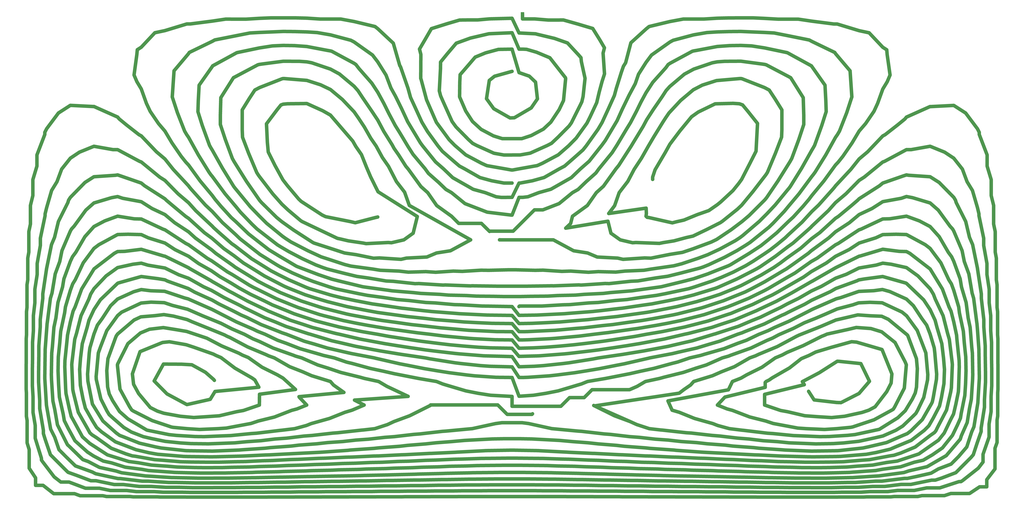
<source format=gbr>
%TF.GenerationSoftware,KiCad,Pcbnew,7.0.1-3b83917a11~172~ubuntu22.04.1*%
%TF.CreationDate,2023-07-04T10:09:40-04:00*%
%TF.ProjectId,coil_template_top,636f696c-5f74-4656-9d70-6c6174655f74,rev?*%
%TF.SameCoordinates,Original*%
%TF.FileFunction,Copper,L1,Top*%
%TF.FilePolarity,Positive*%
%FSLAX46Y46*%
G04 Gerber Fmt 4.6, Leading zero omitted, Abs format (unit mm)*
G04 Created by KiCad (PCBNEW 7.0.1-3b83917a11~172~ubuntu22.04.1) date 2023-07-04 10:09:40*
%MOMM*%
%LPD*%
G01*
G04 APERTURE LIST*
%TA.AperFunction,SMDPad,CuDef*%
%ADD10R,5.000000X5.000000*%
%TD*%
%TA.AperFunction,ViaPad*%
%ADD11C,4.000000*%
%TD*%
%TA.AperFunction,Conductor*%
%ADD12C,5.000000*%
%TD*%
G04 APERTURE END LIST*
D10*
%TO.P,J2,1,Pin_1*%
%TO.N,Net-(J1-Pin_1)*%
X765000000Y-3643012D03*
%TD*%
D11*
%TO.N,Net-(J1-Pin_1)*%
X760040161Y-423157413D03*
X779282586Y-577096807D03*
X750071374Y-86175723D03*
X951337477Y-240783760D03*
X750092820Y-245726634D03*
X732468144Y-327455801D03*
X322826909Y-527785452D03*
X1174411420Y-544413082D03*
X554484289Y-295604908D03*
%TD*%
D12*
%TO.N,Net-(J1-Pin_1)*%
X542940000Y-407210000D02*
X530640000Y-404830000D01*
X1330590000Y-572110000D02*
X1328030000Y-576600000D01*
X675490000Y-491200000D02*
X709400000Y-493890000D01*
X1190410000Y-654280000D02*
X1165180000Y-654220000D01*
X311150000Y-517560000D02*
X322826909Y-527785452D01*
X463290000Y-73730000D02*
X456250000Y-72380000D01*
X777080000Y-408610000D02*
X761620000Y-408930000D01*
X329410000Y-316130000D02*
X348880000Y-333210000D01*
X449480000Y-301400000D02*
X447500000Y-300120000D01*
X135770000Y-555190000D02*
X132030000Y-536140000D01*
X1358160000Y-452800000D02*
X1365180000Y-476490000D01*
X526810000Y-348910000D02*
X551720000Y-353950000D01*
X1163250000Y-339580000D02*
X1178760000Y-325910000D01*
X1010120000Y-82780000D02*
X996660000Y-90110000D01*
X632620000Y-463020000D02*
X651430000Y-465370000D01*
X1425150000Y-325380000D02*
X1425150000Y-335730000D01*
X907720000Y-140360000D02*
X917560000Y-120110000D01*
X1270680000Y-324780000D02*
X1280730000Y-320070000D01*
X132340000Y-497150000D02*
X134830000Y-476500000D01*
X607130000Y-654370000D02*
X581390000Y-655020000D01*
X963630000Y-394860000D02*
X960930000Y-395310000D01*
X747120000Y-152840000D02*
X723740000Y-139550000D01*
X760000000Y-246210700D02*
X761580000Y-246210000D01*
X1181190000Y-195610000D02*
X1183090000Y-192190000D01*
X441900000Y-365710000D02*
X440510000Y-365020000D01*
X1427360000Y-492550000D02*
X1427760000Y-518330000D01*
X1241490000Y-675510000D02*
X1230730000Y-675510000D01*
X466630000Y-332280000D02*
X494940000Y-341420000D01*
X320720000Y-387290000D02*
X330950000Y-393130000D01*
X390470000Y-615700000D02*
X369850000Y-617080000D01*
X285490000Y-427100000D02*
X306960000Y-436560000D01*
X1090290000Y-496880000D02*
X1098350000Y-494010000D01*
X1115730000Y-604910000D02*
X1081930000Y-600830000D01*
X1106230000Y-378340000D02*
X1124630000Y-367330000D01*
X839530000Y-679530000D02*
X815790000Y-679130000D01*
X490100000Y-56740000D02*
X486120000Y-56050000D01*
X566760000Y-680490000D02*
X544600000Y-680930000D01*
X318990000Y-234390000D02*
X316340000Y-230750000D01*
X1079330000Y-460900000D02*
X1082820000Y-459420000D01*
X70200000Y-361600000D02*
X74850000Y-335730000D01*
X113640000Y-621490000D02*
X113130000Y-620560000D01*
X325900000Y-347050000D02*
X350220000Y-364110000D01*
X786080000Y-221150000D02*
X758670000Y-226050000D01*
X348740000Y-653820000D02*
X334820000Y-654220000D01*
X1344780000Y-528360000D02*
X1339390000Y-553620000D01*
X941770000Y-116660000D02*
X934520000Y-130110000D01*
X109120000Y-586940000D02*
X107550000Y-577960000D01*
X1323020000Y-555920000D02*
X1312890000Y-572650000D01*
X1157600000Y-465740000D02*
X1158970000Y-465170000D01*
X233900000Y-650650000D02*
X215440000Y-647360000D01*
X780800000Y-550510000D02*
X798610000Y-547670000D01*
X507430000Y-648380000D02*
X487560000Y-649320000D01*
X90820000Y-528950000D02*
X90520000Y-521170000D01*
X279950000Y-638180000D02*
X246230000Y-635390000D01*
X324510000Y-41000000D02*
X354690000Y-34920000D01*
X264440000Y-110170000D02*
X266160000Y-85260000D01*
X1293740000Y-519910000D02*
X1292620000Y-533050000D01*
X611380000Y-137780000D02*
X620950000Y-158850000D01*
X743089913Y-577934170D02*
X778445223Y-577934170D01*
X1016590000Y-144350000D02*
X1040800000Y-132560000D01*
X530960000Y-82120000D02*
X526540000Y-76300000D01*
X544750000Y-613480000D02*
X526730000Y-614770000D01*
X494350000Y-535730000D02*
X509310000Y-546450000D01*
X1089370000Y-292720000D02*
X1111720000Y-270430000D01*
X162450000Y-603020000D02*
X155310000Y-596620000D01*
X103930000Y-458760000D02*
X109540000Y-432470000D01*
X339260000Y-261640000D02*
X320830000Y-236610000D01*
X880860000Y-404450000D02*
X853220000Y-405750000D01*
X727720000Y-661210000D02*
X694280000Y-661600000D01*
X941920000Y-73060000D02*
X949660000Y-62620000D01*
X615380000Y-663540000D02*
X612480000Y-663690000D01*
X1126780000Y-653380000D02*
X1111690000Y-652650000D01*
X1083410000Y-402490000D02*
X1091490000Y-398520000D01*
X1427760000Y-531670000D02*
X1426270000Y-556970000D01*
X200150000Y-476480000D02*
X218100000Y-461190000D01*
X1184710000Y-620220000D02*
X1170500000Y-619620000D01*
X1023630000Y-366490000D02*
X1018900000Y-368090000D01*
X357930000Y-637830000D02*
X325930000Y-638750000D01*
X1160480000Y-183710000D02*
X1167590000Y-162210000D01*
X443510000Y-424560000D02*
X457510000Y-429150000D01*
X1144380000Y-574140000D02*
X1134460000Y-572300000D01*
X313220000Y-468670000D02*
X334240000Y-479730000D01*
X211590000Y-628590000D02*
X203120000Y-625250000D01*
X337390000Y-340130000D02*
X351640000Y-350130000D01*
X1298210000Y-474780000D02*
X1312720000Y-502610000D01*
X133930000Y-398210000D02*
X151480000Y-369490000D01*
X619530000Y-251220000D02*
X601540000Y-226320000D01*
X926690000Y-465960000D02*
X942420000Y-463020000D01*
X1111040000Y-448290000D02*
X1136530000Y-435710000D01*
X688390000Y-457320000D02*
X694760000Y-457640000D01*
X538270000Y-564580000D02*
X520890000Y-571930000D01*
X718390000Y-687330000D02*
X703910000Y-687470000D01*
X1308260000Y-431150000D02*
X1314860000Y-436590000D01*
X920240000Y-387030000D02*
X888930000Y-390400000D01*
X1097940000Y-696420000D02*
X1102010000Y-696500000D01*
X795900000Y-238260000D02*
X817330000Y-226050000D01*
X398690000Y-303820000D02*
X421450000Y-322480000D01*
X634260000Y-498500000D02*
X668190000Y-503890000D01*
X1261630000Y-530490000D02*
X1246660000Y-547950000D01*
X521320000Y-504970000D02*
X546900000Y-511940000D01*
X72640000Y-492550000D02*
X72640000Y-479670000D01*
X223980000Y-250070000D02*
X253120000Y-268760000D01*
X449370000Y-681760000D02*
X428660000Y-682190000D01*
X185420000Y-344450000D02*
X195540000Y-344190000D01*
X193790000Y-678500000D02*
X180460000Y-678500000D01*
X354690000Y-34920000D02*
X374760000Y-30980000D01*
X475980000Y-105330000D02*
X490100000Y-112110000D01*
X1125210000Y-30990000D02*
X1145310000Y-34950000D01*
X200260000Y-319630000D02*
X219270000Y-320100000D01*
X1128900000Y-682610000D02*
X1109990000Y-682610000D01*
X1307280000Y-268030000D02*
X1314580000Y-265540000D01*
X619630000Y-473020000D02*
X645200000Y-476220000D01*
X830140000Y-695880000D02*
X864300000Y-695880000D01*
X683620000Y-142850000D02*
X674970000Y-122540000D01*
X787270000Y-494050000D02*
X790610000Y-493880000D01*
X742720000Y-687330000D02*
X718390000Y-687330000D01*
X519330000Y-424540000D02*
X543300000Y-429170000D01*
X1178540000Y-387540000D02*
X1179660000Y-387020000D01*
X432310000Y-442760000D02*
X451100000Y-448910000D01*
X320830000Y-79110000D02*
X302030000Y-105870000D01*
X1380590000Y-312090000D02*
X1382290000Y-315020000D01*
X694340000Y-670790000D02*
X689000000Y-670790000D01*
X1391450000Y-383630000D02*
X1393430000Y-395280000D01*
X379080000Y-668720000D02*
X343460000Y-669280000D01*
X1114070000Y-233260000D02*
X1112860000Y-235050000D01*
X642130000Y-278430000D02*
X629270000Y-259870000D01*
X91450000Y-403970000D02*
X96100000Y-376480000D01*
X750000000Y-459320000D02*
X760000000Y-471170000D01*
X737880000Y-678890000D02*
X723230000Y-678890000D01*
X777450000Y-138410000D02*
X753320000Y-152560000D01*
X354690000Y-255010000D02*
X375240000Y-279990000D01*
X1230730000Y-675510000D02*
X1202970000Y-676160000D01*
X709820000Y-630040000D02*
X672380000Y-632020000D01*
X1249220000Y-312460000D02*
X1280730000Y-297690000D01*
X456250000Y-132110000D02*
X479050000Y-142460000D01*
X1246660000Y-547950000D02*
X1220960000Y-561070000D01*
X1001170000Y-398110000D02*
X969350000Y-404820000D01*
X1150760000Y-403490000D02*
X1150790000Y-403480000D01*
X755220000Y-370540000D02*
X783230000Y-371310000D01*
X288250000Y-252040000D02*
X286980000Y-250290000D01*
X864300000Y-695880000D02*
X868980000Y-695980000D01*
X1213070000Y-367750000D02*
X1213080000Y-367740000D01*
X939890000Y-353520000D02*
X948820000Y-353850000D01*
X807290000Y-393500000D02*
X770130000Y-394130000D01*
X1118160000Y-112820000D02*
X1126290000Y-125180000D01*
X1206890000Y-481790000D02*
X1236080000Y-473690000D01*
X868980000Y-695980000D02*
X903250000Y-695980000D01*
X1435750000Y-551970000D02*
X1435750000Y-573960000D01*
X1399320000Y-145780000D02*
X1382290000Y-134870000D01*
X1091490000Y-398520000D02*
X1111580000Y-387870000D01*
X426570000Y-428870000D02*
X438070000Y-433680000D01*
X253120000Y-211610000D02*
X241010000Y-201400000D01*
X1287100000Y-100880000D02*
X1280730000Y-111370000D01*
X1441370000Y-656130000D02*
X1441370000Y-626560000D01*
X377720000Y-661210000D02*
X344150000Y-661820000D01*
X979120000Y-571910000D02*
X973210000Y-558630000D01*
X561200000Y-371290000D02*
X588120000Y-372470000D01*
X148640000Y-607090000D02*
X145660000Y-604410000D01*
X374760000Y-30980000D02*
X388540000Y-30180000D01*
X1050630000Y-681750000D02*
X1032700000Y-681750000D01*
X325100000Y-269770000D02*
X320830000Y-263970000D01*
X339260000Y-661960000D02*
X305140000Y-662040000D01*
X955250000Y-613480000D02*
X932150000Y-610880000D01*
X1426270000Y-556970000D02*
X1426270000Y-567730000D01*
X1036890000Y-674470000D02*
X1007220000Y-673880000D01*
X1166700000Y-279460000D02*
X1152560000Y-294930000D01*
X1135820000Y-180450000D02*
X1127060000Y-203400000D01*
X185420000Y-436240000D02*
X191110000Y-431380000D01*
X1350470000Y-562420000D02*
X1337300000Y-585490000D01*
X717910000Y-10760000D02*
X750000000Y-9880000D01*
X766170000Y-525030000D02*
X772860000Y-524780000D01*
X1012450000Y-649310000D02*
X992570000Y-648380000D01*
X514510000Y-696250000D02*
X518870000Y-696160000D01*
X800840000Y-408360000D02*
X777080000Y-408610000D01*
X998330000Y-673880000D02*
X968000000Y-673310000D01*
X750000000Y-566289365D02*
X750054643Y-566344008D01*
X760000000Y-509704400D02*
X781990000Y-508890000D01*
X1279330000Y-673680000D02*
X1270670000Y-673680000D01*
X63350000Y-536770000D02*
X63350000Y-513230000D01*
X164210000Y-694590000D02*
X169440000Y-695680000D01*
X690490000Y-38220000D02*
X716920000Y-32090000D01*
X1214700000Y-696570000D02*
X1218690000Y-696480000D01*
X504840000Y-10980000D02*
X523950000Y-14520000D01*
X1409300000Y-334490000D02*
X1416150000Y-368120000D01*
X429140000Y-396470000D02*
X453720000Y-406280000D01*
X232000000Y-143420000D02*
X226660000Y-131870000D01*
X1157660000Y-597270000D02*
X1123730000Y-590980000D01*
X367360000Y-425430000D02*
X376130000Y-429630000D01*
X253120000Y-368020000D02*
X272880000Y-377680000D01*
X1122420000Y-525560000D02*
X1147160000Y-511270000D01*
X959780000Y-673310000D02*
X928760000Y-672690000D01*
X185960000Y-669910000D02*
X172450000Y-667110000D01*
X1028080000Y-507080000D02*
X1051080000Y-496880000D01*
X579750000Y-387050000D02*
X570010000Y-386630000D01*
X1139740000Y-286710000D02*
X1123950000Y-303490000D01*
X834840000Y-687710000D02*
X820580000Y-687470000D01*
X113130000Y-620560000D02*
X99320000Y-593020000D01*
X848680000Y-66400000D02*
X849220000Y-72000000D01*
X390840000Y-449130000D02*
X417790000Y-459700000D01*
X1358840000Y-597010000D02*
X1356670000Y-601520000D01*
X805720000Y-661600000D02*
X772280000Y-661210000D01*
X404890000Y-29500000D02*
X422390000Y-28740000D01*
X674640000Y-221840000D02*
X682540000Y-226050000D01*
X1378540000Y-649170000D02*
X1360410000Y-656090000D01*
X315280000Y-620210000D02*
X290510000Y-619800000D01*
X383550000Y-660930000D02*
X377720000Y-661210000D01*
X300390000Y-661980000D02*
X266780000Y-661110000D01*
X960970000Y-332690000D02*
X927220000Y-331470000D01*
X1096160000Y-625600000D02*
X1066250000Y-623350000D01*
X1125870000Y-453310000D02*
X1146540000Y-444330000D01*
X142400000Y-520070000D02*
X144760000Y-490020000D01*
X1080060000Y-134190000D02*
X1087700000Y-143370000D01*
X348950000Y-455340000D02*
X366990000Y-463120000D01*
X253120000Y-351070000D02*
X264580000Y-356670000D01*
X803670000Y-522600000D02*
X813600000Y-521550000D01*
X407050000Y-49520000D02*
X388540000Y-52360000D01*
X806560000Y-189100000D02*
X800740000Y-192190000D01*
X1146540000Y-444330000D02*
X1177170000Y-428630000D01*
X1328970000Y-538860000D02*
X1327200000Y-547150000D01*
X1095380000Y-358100000D02*
X1084460000Y-364750000D01*
X1353220000Y-405590000D02*
X1355790000Y-412550000D01*
X643620000Y-192400000D02*
X650240000Y-200620000D01*
X854790000Y-476210000D02*
X880380000Y-473010000D01*
X300950000Y-205860000D02*
X286980000Y-180660000D01*
X212950000Y-100850000D02*
X208930000Y-91280000D01*
X1044320000Y-593820000D02*
X1037450000Y-591100000D01*
X903250000Y-695980000D02*
X907810000Y-696080000D01*
X1355790000Y-412550000D02*
X1367040000Y-436540000D01*
X1150790000Y-403480000D02*
X1178540000Y-387540000D01*
X888240000Y-139110000D02*
X896460000Y-120620000D01*
X1218780000Y-171690000D02*
X1215850000Y-176620000D01*
X945480000Y-295550000D02*
X943490000Y-295420000D01*
X883200000Y-390240000D02*
X848840000Y-392500000D01*
X285300000Y-696570000D02*
X359140000Y-696570000D01*
X1444270000Y-586170000D02*
X1445230000Y-580200000D01*
X951550000Y-484500000D02*
X973800000Y-480290000D01*
X388300000Y-652660000D02*
X373220000Y-653380000D01*
X654510000Y-392300000D02*
X651180000Y-392520000D01*
X1293780000Y-571780000D02*
X1268150000Y-585670000D01*
X485760000Y-618400000D02*
X470780000Y-620110000D01*
X1364890000Y-669260000D02*
X1355820000Y-672220000D01*
X290510000Y-619800000D02*
X275650000Y-618910000D01*
X538530000Y-165700000D02*
X547780000Y-181930000D01*
X436830000Y-696420000D02*
X441000000Y-696330000D01*
X831630000Y-164420000D02*
X815720000Y-180510000D01*
X767320000Y-459320000D02*
X771610000Y-459250000D01*
X185420000Y-265580000D02*
X192680000Y-268050000D01*
X1175220000Y-493310000D02*
X1184680000Y-488510000D01*
X371100000Y-682610000D02*
X351300000Y-682920000D01*
X523250000Y-688550000D02*
X510230000Y-688790000D01*
X1417070000Y-557280000D02*
X1416800000Y-561540000D01*
X1355820000Y-672220000D02*
X1350600000Y-672220000D01*
X1429570000Y-671570000D02*
X1441370000Y-656130000D01*
X320830000Y-236610000D02*
X318990000Y-234390000D01*
X1054490000Y-71610000D02*
X1043750000Y-72370000D01*
X833490000Y-642240000D02*
X822200000Y-642010000D01*
X1382290000Y-445340000D02*
X1386340000Y-464340000D01*
X556990000Y-431660000D02*
X590350000Y-436290000D01*
X345880000Y-401710000D02*
X349620000Y-403560000D01*
X888360000Y-289903800D02*
X896860000Y-278610000D01*
X185420000Y-198240000D02*
X217020000Y-215180000D01*
X527020000Y-447190000D02*
X543450000Y-450240000D01*
X1380290000Y-506750000D02*
X1378960000Y-539810000D01*
X1315770000Y-605540000D02*
X1309250000Y-608250000D01*
X1280560000Y-656540000D02*
X1270560000Y-658410000D01*
X465730000Y-331860000D02*
X466630000Y-332280000D01*
X1189880000Y-518130000D02*
X1215600000Y-501760000D01*
X1432890000Y-610370000D02*
X1424220000Y-635190000D01*
X682540000Y-226050000D02*
X704080000Y-238290000D01*
X320830000Y-198840000D02*
X335460000Y-224930000D01*
X1371830000Y-636880000D02*
X1371620000Y-637020000D01*
X485850000Y-482830000D02*
X512030000Y-488810000D01*
X1348490000Y-608300000D02*
X1327100000Y-624760000D01*
X421450000Y-322480000D02*
X426090000Y-325790000D01*
X64340000Y-552680000D02*
X63350000Y-536770000D01*
X1168990000Y-579890000D02*
X1144380000Y-574140000D01*
X333170000Y-123750000D02*
X332440000Y-148890000D01*
X946440000Y-598440000D02*
X928400000Y-592520000D01*
X456250000Y-50330000D02*
X438500000Y-49080000D01*
X1078720000Y-277970000D02*
X1072600000Y-283680000D01*
X819834863Y-566344008D02*
X832302262Y-553876609D01*
X529470000Y-113650000D02*
X523950000Y-107390000D01*
X492000000Y-57250000D02*
X490100000Y-56740000D01*
X666510000Y-642240000D02*
X639750000Y-643470000D01*
X849270000Y-534290000D02*
X858050000Y-530730000D01*
X395670000Y-379540000D02*
X421450000Y-392940000D01*
X440510000Y-365020000D02*
X416160000Y-350630000D01*
X832302262Y-553876609D02*
X853236328Y-553876609D01*
X495340000Y-496880000D02*
X513180000Y-502950000D01*
X363120000Y-696500000D02*
X397990000Y-696500000D01*
X951337477Y-240783760D02*
X951296721Y-240824516D01*
X185420000Y-151560000D02*
X153740000Y-137360000D01*
X849220000Y-72000000D02*
X854490000Y-96010000D01*
X813600000Y-521550000D02*
X840000000Y-518150000D01*
X561280000Y-486900000D02*
X591580000Y-491890000D01*
X1018900000Y-368090000D02*
X991290000Y-375320000D01*
X682000000Y-615260000D02*
X663430000Y-616990000D01*
X602980000Y-278288900D02*
X690740000Y-327660000D01*
X1348440000Y-237100000D02*
X1361390000Y-245340000D01*
X817390000Y-140970000D02*
X805490000Y-158900000D01*
X351640000Y-350130000D02*
X365540000Y-360800000D01*
X124310000Y-615800000D02*
X114690000Y-598050000D01*
X903580000Y-635730000D02*
X867600000Y-633910000D01*
X520250000Y-435410000D02*
X548910000Y-440730000D01*
X1355250000Y-490030000D02*
X1357820000Y-520150000D01*
X678790000Y-372890000D02*
X705560000Y-371130000D01*
X334240000Y-479730000D02*
X358590000Y-490020000D01*
X799830000Y-651340000D02*
X778090000Y-651090000D01*
X924740000Y-226530000D02*
X935210000Y-210680000D01*
X815340000Y-407510000D02*
X800840000Y-408360000D01*
X1314580000Y-265540000D02*
X1323380000Y-267170000D01*
X1324530000Y-422070000D02*
X1336630000Y-440440000D01*
X969890000Y-152640000D02*
X974650000Y-145720000D01*
X566660000Y-132250000D02*
X557810000Y-116050000D01*
X1348440000Y-193460000D02*
X1369300000Y-201910000D01*
X1043960000Y-564580000D02*
X1054710000Y-553090000D01*
X296690000Y-324980000D02*
X320340000Y-342170000D01*
X781990000Y-508890000D02*
X795250000Y-507950000D01*
X616370000Y-526410000D02*
X641920000Y-530730000D01*
X512390000Y-666150000D02*
X497390000Y-666430000D01*
X219270000Y-341160000D02*
X251680000Y-350830000D01*
X739320000Y-650880000D02*
X721910000Y-651090000D01*
X208320000Y-573320000D02*
X206210000Y-572070000D01*
X1020130000Y-425520000D02*
X1025210000Y-423970000D01*
X866000000Y-430330000D02*
X867250000Y-430190000D01*
X650730000Y-534300000D02*
X655690000Y-535800000D01*
X598850000Y-353790000D02*
X628050000Y-352270000D01*
X466310000Y-476900000D02*
X485850000Y-482830000D01*
X1330830000Y-695650000D02*
X1336800000Y-694420000D01*
X1321280000Y-198290000D02*
X1348440000Y-193460000D01*
X1120920000Y-668720000D02*
X1117970000Y-668720000D01*
X1112430000Y-539140000D02*
X1112430000Y-532090000D01*
X363170000Y-628720000D02*
X359280000Y-629100000D01*
X956540000Y-450230000D02*
X972990000Y-447180000D01*
X267600000Y-341690000D02*
X286960000Y-351200000D01*
X513180000Y-502950000D02*
X521320000Y-504970000D01*
X821220000Y-372880000D02*
X834060000Y-372400000D01*
X668690000Y-632290000D02*
X634240000Y-633870000D01*
X332440000Y-148890000D02*
X332460000Y-162230000D01*
X713460000Y-125170000D02*
X717410000Y-99020000D01*
X1243160000Y-474290000D02*
X1279470000Y-484830000D01*
X365540000Y-360800000D02*
X383920000Y-372180000D01*
X996830000Y-452660000D02*
X1010740000Y-449170000D01*
X1435950000Y-264150000D02*
X1435950000Y-241400000D01*
X479200000Y-367350000D02*
X469120000Y-363520000D01*
X845680000Y-465700000D02*
X848570000Y-465360000D01*
X260710000Y-660600000D02*
X229450000Y-658400000D01*
X1222700000Y-689490000D02*
X1210790000Y-689770000D01*
X783910000Y-640970000D02*
X754780000Y-640620000D01*
X1075420000Y-132450000D02*
X1080060000Y-134190000D01*
X571240000Y-672690000D02*
X540220000Y-673310000D01*
X609030000Y-471490000D02*
X619630000Y-473020000D01*
X1415510000Y-447590000D02*
X1416150000Y-455530000D01*
X1129640000Y-480700000D02*
X1157600000Y-465740000D01*
X532000000Y-673310000D02*
X501670000Y-673890000D01*
X890970000Y-471480000D02*
X922960000Y-466570000D01*
X1054180000Y-352730000D02*
X1031640000Y-363330000D01*
X454230000Y-659010000D02*
X423100000Y-659770000D01*
X1287010000Y-61940000D02*
X1291130000Y-91250000D01*
X1213020000Y-220410000D02*
X1196370000Y-243210000D01*
X911870000Y-372450000D02*
X938810000Y-371280000D01*
X453550000Y-674470000D02*
X424570000Y-675080000D01*
X1445230000Y-546960000D02*
X1445530000Y-541880000D01*
X1095130000Y-29510000D02*
X1111460000Y-30190000D01*
X760680000Y-650880000D02*
X739320000Y-650880000D01*
X557630000Y-72290000D02*
X569570000Y-91380000D01*
X883630000Y-526400000D02*
X889230000Y-525300000D01*
X645270000Y-653070000D02*
X621060000Y-653670000D01*
X999550000Y-324310000D02*
X981870000Y-329100000D01*
X1150420000Y-210960000D02*
X1160480000Y-183710000D01*
X1399240000Y-534020000D02*
X1398180000Y-550810000D01*
X83850000Y-368140000D02*
X90700000Y-334490000D01*
X1183650000Y-689770000D02*
X1171890000Y-689740000D01*
X1280730000Y-320070000D02*
X1299800000Y-319600000D01*
X761620000Y-408930000D02*
X738380000Y-408940000D01*
X113270000Y-469220000D02*
X113660000Y-464340000D01*
X845480000Y-392280000D02*
X809300000Y-393630000D01*
X1425350000Y-452510000D02*
X1427360000Y-479670000D01*
X563610000Y-443200000D02*
X584710000Y-446120000D01*
X942420000Y-463020000D02*
X962000000Y-459740000D01*
X589460000Y-623610000D02*
X559220000Y-625910000D01*
X1366060000Y-398210000D02*
X1375520000Y-423890000D01*
X443170000Y-366260000D02*
X441900000Y-365710000D01*
X1152690000Y-454630000D02*
X1168400000Y-446580000D01*
X1178150000Y-358840000D02*
X1186830000Y-353850000D01*
X1375990000Y-470290000D02*
X1380080000Y-504280000D01*
X411380000Y-652100000D02*
X388300000Y-652660000D01*
X1430070000Y-221890000D02*
X1430070000Y-205890000D01*
X1178530000Y-414470000D02*
X1205730000Y-401920000D01*
X578110000Y-400730000D02*
X572380000Y-399880000D01*
X1178560000Y-78130000D02*
X1145310000Y-59960000D01*
X1213080000Y-367740000D02*
X1213450000Y-367560000D01*
X1013850000Y-56060000D02*
X1009900000Y-56750000D01*
X1367660000Y-497150000D02*
X1369060000Y-513450000D01*
X1179170000Y-198880000D02*
X1181190000Y-195610000D01*
X1074360000Y-246910000D02*
X1066170000Y-257030000D01*
X94660000Y-667590000D02*
X77820000Y-645550000D01*
X1057930000Y-570120000D02*
X1043960000Y-564580000D01*
X925830000Y-664690000D02*
X924120000Y-664610000D01*
X874130000Y-226030000D02*
X869990000Y-231820000D01*
X483080000Y-294330000D02*
X480450000Y-293080000D01*
X845210000Y-601940000D02*
X808370000Y-598510000D01*
X302190000Y-599470000D02*
X284840000Y-598440000D01*
X1390200000Y-510100000D02*
X1389260000Y-539340000D01*
X966230000Y-458950000D02*
X996830000Y-452660000D01*
X1014740000Y-416140000D02*
X1032870000Y-410630000D01*
X119730000Y-506750000D02*
X119930000Y-504280000D01*
X497390000Y-666430000D02*
X497060000Y-666430000D01*
X544600000Y-680930000D02*
X527620000Y-680930000D01*
X567850000Y-610890000D02*
X544750000Y-613480000D01*
X823700000Y-127810000D02*
X817390000Y-140970000D01*
X320340000Y-342170000D02*
X325900000Y-347050000D01*
X169930000Y-457770000D02*
X185420000Y-436240000D01*
X456250000Y-72380000D02*
X445540000Y-71630000D01*
X872990000Y-169310000D02*
X878930000Y-159340000D01*
X1179170000Y-263940000D02*
X1174880000Y-269760000D01*
X1348490000Y-369420000D02*
X1348520000Y-369490000D01*
X1275010000Y-666160000D02*
X1274990000Y-666160000D01*
X64050000Y-241400000D02*
X64050000Y-264150000D01*
X243880000Y-160870000D02*
X232000000Y-143420000D01*
X1111460000Y-109280000D02*
X1118160000Y-112820000D01*
X1042230000Y-462040000D02*
X1074020000Y-451640000D01*
X677800000Y-642010000D02*
X666510000Y-642240000D01*
X1160470000Y-464410000D02*
X1191130000Y-452180000D01*
X1348440000Y-339900000D02*
X1363830000Y-360610000D01*
X728080000Y-670460000D02*
X694340000Y-670790000D01*
X159390000Y-653960000D02*
X143350000Y-645580000D01*
X867430000Y-498200000D02*
X874120000Y-496880000D01*
X1054820000Y-689040000D02*
X1028520000Y-689040000D01*
X91960000Y-481460000D02*
X94210000Y-453170000D01*
X625460000Y-225630000D02*
X608320000Y-205040000D01*
X149170000Y-660580000D02*
X125010000Y-651870000D01*
X692700000Y-393510000D02*
X690710000Y-393650000D01*
X942190000Y-696080000D02*
X946650000Y-696160000D01*
X419690000Y-338180000D02*
X414140000Y-334720000D01*
X1195380000Y-669350000D02*
X1160130000Y-669280000D01*
X322490000Y-491440000D02*
X326310000Y-493450000D01*
X1378110000Y-691410000D02*
X1404940000Y-691410000D01*
X351300000Y-682920000D02*
X332030000Y-682920000D01*
X264340000Y-278660000D02*
X282820000Y-294060000D01*
X81730000Y-613880000D02*
X79100000Y-605400000D01*
X1176740000Y-630490000D02*
X1140730000Y-629100000D01*
X617270000Y-672030000D02*
X610510000Y-672030000D01*
X654790000Y-601940000D02*
X650590000Y-602250000D01*
X1152690000Y-454630000D02*
X1168400000Y-446580000D01*
X1107760000Y-510380000D02*
X1126850000Y-496880000D01*
X215440000Y-647360000D02*
X201340000Y-645490000D01*
X1089890000Y-219060000D02*
X1078610000Y-241030000D01*
X320830000Y-308010000D02*
X322690000Y-310040000D01*
X1292620000Y-533050000D02*
X1286280000Y-545390000D01*
X453720000Y-406280000D02*
X468120000Y-410990000D01*
X1329710000Y-666860000D02*
X1315930000Y-669700000D01*
X1089040000Y-613220000D02*
X1072770000Y-611990000D01*
X772860000Y-524780000D02*
X803670000Y-522600000D01*
X1385270000Y-661480000D02*
X1364890000Y-669260000D01*
X391200000Y-273960000D02*
X412920000Y-295400000D01*
X1321300000Y-601290000D02*
X1315770000Y-605540000D01*
X341160000Y-597560000D02*
X328900000Y-598440000D01*
X76370000Y-640820000D02*
X67480000Y-612120000D01*
X169440000Y-695680000D02*
X203190000Y-695680000D01*
X182450000Y-235040000D02*
X185420000Y-234490000D01*
X693520000Y-189190000D02*
X687360000Y-183550000D01*
X90700000Y-334490000D02*
X95150000Y-324070000D01*
X467300000Y-681760000D02*
X449370000Y-681760000D01*
X64340000Y-575100000D02*
X64340000Y-552680000D01*
X300940000Y-669350000D02*
X265260000Y-668530000D01*
X633470000Y-564350000D02*
X729505743Y-564350000D01*
X1246170000Y-417970000D02*
X1262380000Y-417180000D01*
X1426270000Y-567730000D02*
X1421510000Y-597460000D01*
X954710000Y-227110000D02*
X969420000Y-202230000D01*
X508500000Y-443380000D02*
X527020000Y-447190000D01*
X1081930000Y-600830000D02*
X1079290000Y-600630000D01*
X485250000Y-416160000D02*
X513280000Y-423270000D01*
X844320000Y-535790000D02*
X849270000Y-534290000D01*
X503930000Y-326280000D02*
X500090000Y-325520000D01*
X793660000Y-217750000D02*
X786080000Y-221150000D01*
X1429800000Y-361600000D02*
X1429800000Y-377290000D01*
X901140000Y-353770000D02*
X908920000Y-355600000D01*
X973260000Y-614760000D02*
X955250000Y-613480000D01*
X1116580000Y-457890000D02*
X1125870000Y-453310000D01*
X624470000Y-512310000D02*
X644100000Y-515630000D01*
X58320000Y-345220000D02*
X56760000Y-353890000D01*
X732070675Y-327610000D02*
X732313945Y-327610000D01*
X275650000Y-618910000D02*
X253470000Y-616570000D01*
X900060000Y-192020000D02*
X893280000Y-202560000D01*
X219270000Y-361060000D02*
X228870000Y-363930000D01*
X807100000Y-598440000D02*
X773670000Y-591080000D01*
X300390000Y-143810000D02*
X306660000Y-163700000D01*
X845110000Y-662480000D02*
X810850000Y-661770000D01*
X1236810000Y-188660000D02*
X1223610000Y-207810000D01*
X612480000Y-663690000D02*
X575880000Y-664610000D01*
X873560000Y-688000000D02*
X859610000Y-687710000D01*
X320610000Y-325410000D02*
X337390000Y-340130000D01*
X1201000000Y-462810000D02*
X1231880000Y-455890000D01*
X430170000Y-384810000D02*
X454830000Y-395540000D01*
X117710000Y-266750000D02*
X138620000Y-245350000D01*
X329820000Y-419260000D02*
X350640000Y-429530000D01*
X548450000Y-484510000D02*
X561280000Y-486900000D01*
X1143570000Y-489090000D02*
X1167090000Y-479240000D01*
X182290000Y-617290000D02*
X162450000Y-603020000D01*
X1394270000Y-343120000D02*
X1397430000Y-358700000D01*
X1179240000Y-307990000D02*
X1202780000Y-285780000D01*
X732468144Y-327455801D02*
X732622343Y-327610000D01*
X234720000Y-282790000D02*
X253120000Y-291440000D01*
X818440000Y-445430000D02*
X836220000Y-443860000D01*
X83640000Y-369570000D02*
X83640000Y-369320000D01*
X402060000Y-696420000D02*
X436830000Y-696420000D01*
X1424220000Y-635190000D02*
X1424220000Y-646220000D01*
X1179170000Y-236600000D02*
X1160730000Y-261630000D01*
X339870000Y-669280000D02*
X304620000Y-669350000D01*
X309330000Y-609850000D02*
X296350000Y-609630000D01*
X1389800000Y-674360000D02*
X1362370000Y-683320000D01*
X1008020000Y-57250000D02*
X976050000Y-74490000D01*
X512630000Y-639330000D02*
X482630000Y-640740000D01*
X102570000Y-358690000D02*
X105740000Y-343130000D01*
X1042850000Y-327050000D02*
X1063720000Y-313080000D01*
X445040000Y-552498700D02*
X445400000Y-553250000D01*
X1254580000Y-383710000D02*
X1280540000Y-380230000D01*
X70200000Y-377290000D02*
X70200000Y-361600000D01*
X325930000Y-638750000D02*
X318500000Y-638770000D01*
X687980000Y-76500000D02*
X697300000Y-65620000D01*
X785240000Y-435510000D02*
X792340000Y-435170000D01*
X98640000Y-244290000D02*
X105300000Y-226210000D01*
X121600000Y-430020000D02*
X124470000Y-423890000D01*
X224980000Y-666150000D02*
X191180000Y-661670000D01*
X629270000Y-259870000D02*
X619530000Y-251220000D01*
X605930000Y-680010000D02*
X583240000Y-680490000D01*
X848840000Y-392500000D02*
X845480000Y-392280000D01*
X794140000Y-284620000D02*
X782097400Y-284620000D01*
X728390000Y-459250000D02*
X750000000Y-459320000D01*
X1123730000Y-590980000D02*
X1113100000Y-587380000D01*
X672380000Y-632020000D02*
X672080000Y-632050000D01*
X674920000Y-12430000D02*
X687990000Y-12300000D01*
X1109540000Y-615690000D02*
X1089040000Y-613220000D01*
X928090000Y-143330000D02*
X919580000Y-159480000D01*
X844230000Y-671360000D02*
X811000000Y-670790000D01*
X1211730000Y-252040000D02*
X1209380000Y-254870000D01*
X442080000Y-570130000D02*
X434510000Y-572200000D01*
X995830000Y-475120000D02*
X1008110000Y-472310000D01*
X303620000Y-243220000D02*
X286980000Y-220400000D01*
X428450000Y-249900000D02*
X422050000Y-241590000D01*
X882730000Y-672030000D02*
X850210000Y-671360000D01*
X79100000Y-605400000D02*
X79100000Y-600730000D01*
X81600000Y-292960000D02*
X81600000Y-290370000D01*
X688330000Y-468840000D02*
X695330000Y-469400000D01*
X1140800000Y-324940000D02*
X1129100000Y-334580000D01*
X750000000Y-30620000D02*
X760000000Y-54190000D01*
X918450000Y-609840000D02*
X890810000Y-606620000D01*
X526190000Y-480290000D02*
X548450000Y-484510000D01*
X719380000Y-482480000D02*
X750000000Y-483120000D01*
X457730000Y-343200000D02*
X476770000Y-352020000D01*
X887520000Y-663690000D02*
X884610000Y-663540000D01*
X125010000Y-651870000D02*
X112080000Y-639230000D01*
X1198010000Y-105850000D02*
X1179170000Y-79090000D01*
X1199060000Y-205870000D02*
X1183660000Y-230750000D01*
X874820000Y-115540000D02*
X871170000Y-130930000D01*
X634500000Y-24770000D02*
X657040000Y-17660000D01*
X1103750000Y-301280000D02*
X1114950000Y-290110000D01*
X426540000Y-451850000D02*
X457860000Y-462100000D01*
X1220420000Y-410530000D02*
X1246350000Y-401570000D01*
X547780000Y-181930000D02*
X555470000Y-193120000D01*
X1411210000Y-595700000D02*
X1407980000Y-603040000D01*
X445180000Y-689040000D02*
X432750000Y-689300000D01*
X896750000Y-579920000D02*
X866980000Y-565120000D01*
X1236080000Y-473690000D02*
X1243160000Y-474290000D01*
X183400000Y-465510000D02*
X185420000Y-462710000D01*
X849930000Y-129630000D02*
X848600000Y-132510000D01*
X668600000Y-490560000D02*
X675490000Y-491200000D01*
X920940000Y-455950000D02*
X929770000Y-454720000D01*
X601260000Y-552119000D02*
X524470000Y-557400000D01*
X356160000Y-59180000D02*
X354690000Y-59950000D01*
X524470000Y-557399500D02*
X538270000Y-564580000D01*
X1404840000Y-569280000D02*
X1401530000Y-589580000D01*
X1418780000Y-176510000D02*
X1418780000Y-173490000D01*
X1122420000Y-525560000D02*
X1147160000Y-511270000D01*
X1410240000Y-635810000D02*
X1406890000Y-639770000D01*
X1095200000Y-9340000D02*
X1111460000Y-10020000D01*
X1391860000Y-583450000D02*
X1387680000Y-592980000D01*
X766960000Y-670460000D02*
X733040000Y-670460000D01*
X342180000Y-466010000D02*
X345970000Y-467610000D01*
X1168990000Y-579890000D02*
X1144380000Y-574140000D01*
X250990000Y-505770000D02*
X276800000Y-505940000D01*
X270990000Y-145290000D02*
X263640000Y-122710000D01*
X647660000Y-72700000D02*
X656660000Y-61590000D01*
X1187330000Y-581210000D02*
X1168990000Y-579890000D01*
X180440000Y-347140000D02*
X185420000Y-344450000D01*
X865490000Y-24540000D02*
X875640000Y-40840000D01*
X1333970000Y-633440000D02*
X1332760000Y-634370000D01*
X958220000Y-656270000D02*
X931040000Y-655630000D01*
X242800000Y-635150000D02*
X230370000Y-632940000D01*
X1152670000Y-608310000D02*
X1123460000Y-605430000D01*
X1232880000Y-303070000D02*
X1246880000Y-291410000D01*
X81190000Y-176530000D02*
X69920000Y-205890000D01*
X265260000Y-668530000D02*
X262520000Y-668530000D01*
X1217160000Y-294040000D02*
X1235550000Y-278730000D01*
X1336630000Y-440440000D02*
X1343540000Y-449950000D01*
X962830000Y-600280000D02*
X946440000Y-598440000D01*
X64800000Y-436280000D02*
X66960000Y-418040000D01*
X1065470000Y-572180000D02*
X1057930000Y-570120000D01*
X1112430000Y-532090000D02*
X1113790000Y-530730000D01*
X90920000Y-256830000D02*
X98640000Y-244290000D01*
X1037320000Y-658580000D02*
X1007520000Y-657890000D01*
X1131850000Y-463690000D02*
X1152690000Y-454630000D01*
X537170000Y-600290000D02*
X534960000Y-600440000D01*
X271170000Y-653460000D02*
X255880000Y-652200000D01*
X1343700000Y-683320000D02*
X1325860000Y-687000000D01*
X384550000Y-231040000D02*
X372950000Y-203400000D01*
X1351580000Y-560080000D02*
X1350470000Y-562420000D01*
X217460000Y-488010000D02*
X217480000Y-487990000D01*
X1435750000Y-573960000D02*
X1432890000Y-591820000D01*
X227920000Y-600640000D02*
X227300000Y-600430000D01*
X987970000Y-488800000D02*
X1014150000Y-482820000D01*
X1267980000Y-611910000D02*
X1246510000Y-616540000D01*
X1327100000Y-624760000D02*
X1306240000Y-633440000D01*
X407570000Y-261810000D02*
X388550000Y-237130000D01*
X1242820000Y-453310000D02*
X1263740000Y-454840000D01*
X523950000Y-14520000D02*
X553850000Y-21720000D01*
X893280000Y-202560000D02*
X874130000Y-226030000D01*
X750000000Y-9880000D02*
X760000000Y-30940000D01*
X976050000Y-43960000D02*
X980600000Y-41500000D01*
X76370000Y-643360000D02*
X76370000Y-640820000D01*
X1077850000Y-393260000D02*
X1084910000Y-389640000D01*
X288510000Y-368790000D02*
X319220000Y-386240000D01*
X1213020000Y-316100000D02*
X1232880000Y-303070000D01*
X825260000Y-433550000D02*
X830050000Y-433130000D01*
X397450000Y-392810000D02*
X418540000Y-403360000D01*
X856370000Y-243970000D02*
X844590000Y-255320000D01*
X524980000Y-414690000D02*
X550010000Y-419520000D01*
X1146110000Y-431100000D02*
X1169010000Y-419930000D01*
X1048810000Y-273230000D02*
X1043920000Y-277180000D01*
X1102190000Y-636100000D02*
X1097870000Y-635990000D01*
X1441680000Y-315890000D02*
X1439420000Y-305040000D01*
X185420000Y-367420000D02*
X207330000Y-362590000D01*
X1215460000Y-426710000D02*
X1237670000Y-420900000D01*
X502220000Y-657440000D02*
X492480000Y-657900000D01*
X386740000Y-330010000D02*
X372800000Y-319080000D01*
X63600000Y-474480000D02*
X64800000Y-458160000D01*
X1388880000Y-545450000D02*
X1385330000Y-563010000D01*
X894100000Y-449100000D02*
X915290000Y-446110000D01*
X381820000Y-528530000D02*
X387580000Y-538930000D01*
X1267830000Y-400540000D02*
X1280220000Y-398880000D01*
X1299540000Y-600730000D02*
X1280890000Y-608870000D01*
X1066250000Y-623350000D02*
X1055200000Y-622010000D01*
X1416690000Y-562070000D02*
X1411210000Y-595700000D01*
X915720000Y-243820000D02*
X924740000Y-226530000D01*
X479050000Y-142460000D02*
X489990000Y-148770000D01*
X797640000Y-481640000D02*
X818090000Y-480010000D01*
X74650000Y-452510000D02*
X74650000Y-441930000D01*
X359280000Y-629100000D02*
X323260000Y-630490000D01*
X915290000Y-446110000D02*
X936400000Y-443180000D01*
X972380000Y-680930000D02*
X955400000Y-680930000D01*
X1286280000Y-545390000D02*
X1269680000Y-567060000D01*
X760000000Y-30942900D02*
X783600000Y-32170000D01*
X1215320000Y-629950000D02*
X1178760000Y-630570000D01*
X1344780000Y-528360000D02*
X1339390000Y-553620000D01*
X440000000Y-9330000D02*
X456250000Y-9760000D01*
X115870000Y-674960000D02*
X104110000Y-674960000D01*
X168870000Y-379390000D02*
X185420000Y-367420000D01*
X641700000Y-159150000D02*
X639580000Y-154400000D01*
X656660000Y-61590000D02*
X670200000Y-45620000D01*
X497060000Y-666430000D02*
X458930000Y-667180000D01*
X894070000Y-680010000D02*
X878150000Y-680010000D01*
X217580000Y-487950000D02*
X249690000Y-474830000D01*
X1009360000Y-406770000D02*
X1040530000Y-397290000D01*
X848600000Y-132510000D02*
X834920000Y-159850000D01*
X1368920000Y-694420000D02*
X1378110000Y-691410000D01*
X335740000Y-608760000D02*
X309330000Y-609850000D01*
X761580000Y-246210000D02*
X779220000Y-242890000D01*
X823560000Y-12320000D02*
X843960000Y-18100000D01*
X1314580000Y-344430000D02*
X1319570000Y-347130000D01*
X1213500000Y-397440000D02*
X1243760000Y-386440000D01*
X1319570000Y-347130000D02*
X1348440000Y-369350000D01*
X1074020000Y-451640000D02*
X1092680000Y-443740000D01*
X185420000Y-320020000D02*
X200260000Y-319630000D01*
X220220000Y-656750000D02*
X196260000Y-653580000D01*
X354690000Y-59950000D02*
X321450000Y-78130000D01*
X547480000Y-237110000D02*
X558140000Y-258650000D01*
X58830000Y-655170000D02*
X67930000Y-668930000D01*
X510440000Y-346490000D02*
X526810000Y-348910000D01*
X601340000Y-688000000D02*
X587710000Y-688280000D01*
X217020000Y-215180000D02*
X219270000Y-215960000D01*
X722110000Y-613130000D02*
X700760000Y-614270000D01*
X384280000Y-604920000D02*
X376540000Y-605440000D01*
X414490000Y-471650000D02*
X426940000Y-476070000D01*
X997750000Y-386570000D02*
X964190000Y-394780000D01*
X306960000Y-436560000D02*
X318410000Y-441170000D01*
X123790000Y-691620000D02*
X131670000Y-694590000D01*
X1147160000Y-511270000D02*
X1164100000Y-497970000D01*
X640390000Y-687710000D02*
X626440000Y-688000000D01*
X1041070000Y-667180000D02*
X1002940000Y-666430000D01*
X444790000Y-622010000D02*
X433750000Y-623350000D01*
X471920000Y-507080000D02*
X486140000Y-511430000D01*
X783650000Y-101440000D02*
X786340000Y-125460000D01*
X564400000Y-209660000D02*
X573130000Y-222190000D01*
X536360000Y-394880000D02*
X535840000Y-394810000D01*
X1386340000Y-464340000D02*
X1386730000Y-469220000D01*
X410230000Y-682190000D02*
X390010000Y-682610000D01*
X456090000Y-564580000D02*
X442080000Y-570130000D01*
X121240000Y-542250000D02*
X119730000Y-506750000D01*
X720800000Y-242910000D02*
X738410000Y-246220000D01*
X1093860000Y-689300000D02*
X1067250000Y-689300000D01*
X359140000Y-696570000D02*
X363120000Y-696500000D01*
X867250000Y-430190000D02*
X876910000Y-429170000D01*
X689150000Y-661770000D02*
X654890000Y-662480000D01*
X237950000Y-688700000D02*
X212050000Y-688700000D01*
X918600000Y-519590000D02*
X933350000Y-516200000D01*
X1441680000Y-345220000D02*
X1441680000Y-315890000D01*
X639750000Y-643470000D02*
X626730000Y-643790000D01*
X1130150000Y-617070000D02*
X1109540000Y-615690000D01*
X315220000Y-454470000D02*
X338340000Y-463990000D01*
X294350000Y-582440000D02*
X275180000Y-580600000D01*
X873400000Y-373180000D02*
X898410000Y-373900000D01*
X996170000Y-542240000D02*
X1005660000Y-535740000D01*
X1142070000Y-637830000D02*
X1135770000Y-637720000D01*
X1119330000Y-342090000D02*
X1111270000Y-347620000D01*
X602940000Y-482090000D02*
X626820000Y-485540000D01*
X1220050000Y-638180000D02*
X1213180000Y-638350000D01*
X1025130000Y-491820000D02*
X1053540000Y-483690000D01*
X243470000Y-383340000D02*
X253120000Y-384970000D01*
X1031640000Y-363330000D02*
X1023630000Y-366490000D01*
X1280730000Y-341140000D02*
X1304430000Y-344170000D01*
X110940000Y-540380000D02*
X109790000Y-510100000D01*
X665070000Y-238490000D02*
X686280000Y-250520000D01*
X1348440000Y-274710000D02*
X1360140000Y-284950000D01*
X452290000Y-608960000D02*
X427230000Y-612000000D01*
X618670000Y-188330000D02*
X621920000Y-192810000D01*
X534440000Y-205420000D02*
X541580000Y-223290000D01*
X985220000Y-301710000D02*
X979450000Y-303270000D01*
X1237770000Y-595870000D02*
X1235000000Y-596480000D01*
X1036120000Y-608100000D02*
X1006380000Y-604710000D01*
X873270000Y-643790000D02*
X860250000Y-643470000D01*
X1279220000Y-459530000D02*
X1298210000Y-474780000D01*
X332460000Y-162230000D02*
X339550000Y-183690000D01*
X67930000Y-679700000D02*
X78700000Y-679700000D01*
X1068370000Y-509510000D02*
X1090290000Y-496880000D01*
X969420000Y-202230000D02*
X975900000Y-190470000D01*
X1171190000Y-598440000D02*
X1158850000Y-597550000D01*
X957070000Y-407190000D02*
X933650000Y-410380000D01*
X1130970000Y-402070000D02*
X1147670000Y-392330000D01*
X338340000Y-463990000D02*
X342180000Y-466010000D01*
X871170000Y-130930000D02*
X861460000Y-151850000D01*
X117710000Y-445340000D02*
X121600000Y-430020000D01*
X535810000Y-665620000D02*
X512390000Y-666150000D01*
X557810000Y-696080000D02*
X592190000Y-696080000D01*
X471090000Y-30370000D02*
X490100000Y-33670000D01*
X436660000Y-493000000D02*
X440300000Y-494420000D01*
X1146660000Y-645830000D02*
X1131280000Y-645550000D01*
X515750000Y-329080000D02*
X503930000Y-326280000D01*
X695330000Y-469400000D02*
X726020000Y-470910000D01*
X1015330000Y-291430000D02*
X996080000Y-299310000D01*
X363790000Y-169770000D02*
X363740000Y-141310000D01*
X595170000Y-327610000D02*
X577410000Y-331800000D01*
X1152950000Y-101610000D02*
X1148870000Y-95180000D01*
X969350000Y-404820000D02*
X957070000Y-407190000D01*
X413940000Y-521150000D02*
X422210000Y-525910000D01*
X1316520000Y-464980000D02*
X1316980000Y-466190000D01*
X436030000Y-375260000D02*
X418230000Y-366400000D01*
X1118190000Y-528550000D02*
X1122420000Y-525560000D01*
X500090000Y-325520000D02*
X473110000Y-312680000D01*
X723230000Y-678890000D02*
X699120000Y-679130000D01*
X549050000Y-142770000D02*
X536300000Y-124130000D01*
X591090000Y-355620000D02*
X598850000Y-353790000D01*
X1025210000Y-423970000D02*
X1052890000Y-414850000D01*
X217480000Y-487990000D02*
X217580000Y-487950000D01*
X913100000Y-645420000D02*
X898230000Y-645050000D01*
X538950000Y-395310000D02*
X536360000Y-394880000D01*
X1091930000Y-482820000D02*
X1114750000Y-471890000D01*
X1266360000Y-681190000D02*
X1245510000Y-682500000D01*
X149340000Y-563120000D02*
X149140000Y-562220000D01*
X151040000Y-637640000D02*
X142290000Y-631950000D01*
X354690000Y-219590000D02*
X369920000Y-244030000D01*
X397660000Y-492120000D02*
X401640000Y-494030000D01*
X1138890000Y-371530000D02*
X1141470000Y-370030000D01*
X188260000Y-608050000D02*
X183270000Y-604460000D01*
X884920000Y-460950000D02*
X887460000Y-460680000D01*
X1314580000Y-412530000D02*
X1324530000Y-422070000D01*
X196260000Y-653580000D02*
X176550000Y-647420000D01*
X1134460000Y-572300000D02*
X1111650000Y-564580000D01*
X1380450000Y-607940000D02*
X1366130000Y-625890000D01*
X1409220000Y-528690000D02*
X1407490000Y-556180000D01*
X921900000Y-400710000D02*
X890690000Y-403290000D01*
X1169010000Y-419930000D02*
X1178530000Y-414470000D01*
X1382290000Y-358430000D02*
X1391450000Y-383630000D01*
X536870000Y-332200000D02*
X515750000Y-329080000D01*
X1295890000Y-570270000D02*
X1295290000Y-570840000D01*
X387160000Y-313760000D02*
X384880000Y-311980000D01*
X929050000Y-537790000D02*
X940970000Y-530730000D01*
X1122710000Y-468580000D02*
X1131850000Y-463690000D01*
X1063720000Y-313080000D02*
X1079300000Y-301340000D01*
X251560000Y-434810000D02*
X265140000Y-436980000D01*
X1127060000Y-203400000D02*
X1115620000Y-230770000D01*
X619870000Y-97790000D02*
X619310000Y-96190000D01*
X1118190000Y-528550000D02*
X1122420000Y-525560000D01*
X865760000Y-633870000D02*
X831350000Y-632290000D01*
X352080000Y-215380000D02*
X354690000Y-219590000D01*
X1445530000Y-541880000D02*
X1445530000Y-508120000D01*
X412920000Y-295400000D02*
X420340000Y-301480000D01*
X471480000Y-689040000D02*
X445180000Y-689040000D01*
X219270000Y-380260000D02*
X243470000Y-383340000D01*
X113660000Y-464340000D02*
X117710000Y-445340000D01*
X1029960000Y-376600000D02*
X1009830000Y-383410000D01*
X139210000Y-569070000D02*
X135770000Y-555190000D01*
X147120000Y-673100000D02*
X126030000Y-665130000D01*
X1218110000Y-629780000D02*
X1215320000Y-629950000D01*
X396140000Y-439530000D02*
X410590000Y-445190000D01*
X882320000Y-89670000D02*
X878840000Y-100770000D01*
X1387680000Y-592980000D02*
X1380450000Y-607940000D01*
X600150000Y-622360000D02*
X589460000Y-623610000D01*
X664140000Y-157960000D02*
X650520000Y-127550000D01*
X616790000Y-390260000D02*
X611080000Y-390430000D01*
X153740000Y-137360000D02*
X151560000Y-136360000D01*
X612550000Y-460690000D02*
X615070000Y-460960000D01*
X185650000Y-505290000D02*
X200150000Y-476480000D01*
X1088630000Y-652100000D02*
X1071980000Y-651220000D01*
X282820000Y-294060000D02*
X286980000Y-296790000D01*
X520600000Y-639150000D02*
X512630000Y-639330000D01*
X718010000Y-508890000D02*
X750000000Y-509800000D01*
X335950000Y-676100000D02*
X308530000Y-676160000D01*
X843960000Y-18100000D02*
X865490000Y-24540000D01*
X523950000Y-107390000D02*
X502980000Y-89830000D01*
X175430000Y-422040000D02*
X185420000Y-412460000D01*
X1002160000Y-461950000D02*
X1003600000Y-461590000D01*
X448890000Y-496880000D02*
X471920000Y-507080000D01*
X1204140000Y-654100000D02*
X1190410000Y-654280000D01*
X1379170000Y-351800000D02*
X1382290000Y-358430000D01*
X687360000Y-183550000D02*
X669870000Y-165750000D01*
X519110000Y-301550000D02*
X483080000Y-294330000D01*
X81600000Y-290370000D02*
X83850000Y-281170000D01*
X424570000Y-675080000D02*
X414320000Y-675080000D01*
X916760000Y-680490000D02*
X894070000Y-680010000D01*
X1435950000Y-241400000D02*
X1430070000Y-221890000D01*
X198490000Y-687090000D02*
X174950000Y-687090000D01*
X188210000Y-573890000D02*
X178200000Y-558080000D01*
X1146570000Y-253500000D02*
X1148410000Y-251000000D01*
X446460000Y-483700000D02*
X474880000Y-491830000D01*
X764510000Y-589850000D02*
X735490000Y-589850000D01*
X948820000Y-353850000D02*
X975900000Y-348510000D01*
X1077610000Y-28750000D02*
X1095130000Y-29510000D01*
X1262690000Y-436520000D02*
X1279180000Y-437180000D01*
X267100000Y-303080000D02*
X286980000Y-316130000D01*
X1069740000Y-396850000D02*
X1077850000Y-393260000D01*
X445400000Y-553250000D02*
X456090000Y-564580000D01*
X1445530000Y-508120000D02*
X1445450000Y-502940000D01*
X1059720000Y-542726300D02*
X1065510000Y-530730000D01*
X926420000Y-103680000D02*
X931080000Y-90170000D01*
X201340000Y-645490000D02*
X170940000Y-635990000D01*
X263640000Y-122710000D02*
X264440000Y-110170000D01*
X809300000Y-393630000D02*
X807290000Y-393500000D01*
X518870000Y-696160000D02*
X553350000Y-696160000D01*
X672080000Y-632050000D02*
X668690000Y-632290000D01*
X360320000Y-421570000D02*
X367360000Y-425430000D01*
X964800000Y-122420000D02*
X952000000Y-141020000D01*
X1355680000Y-443060000D02*
X1358160000Y-452800000D01*
X1116930000Y-397410000D02*
X1124740000Y-392740000D01*
X768740000Y-394090000D02*
X731260000Y-394100000D01*
X941780000Y-293750000D02*
X942340000Y-290080000D01*
X286980000Y-180660000D02*
X284180000Y-176610000D01*
X827620000Y-632010000D02*
X790180000Y-630040000D01*
X799240000Y-614270000D02*
X777880000Y-613130000D01*
X348880000Y-333210000D02*
X353070000Y-336150000D01*
X681910000Y-480020000D02*
X702360000Y-481640000D01*
X1111460000Y-52360000D02*
X1092950000Y-49520000D01*
X351570000Y-250990000D02*
X353420000Y-253500000D01*
X172450000Y-667110000D02*
X153910000Y-663050000D01*
X951296721Y-240743004D02*
X951337477Y-240783760D01*
X1236410000Y-122680000D02*
X1229060000Y-145320000D01*
X749090000Y-292170000D02*
X714460000Y-287930000D01*
X920720000Y-192930000D02*
X902780000Y-220860000D01*
X1286200000Y-618320000D02*
X1260370000Y-624400000D01*
X910550000Y-623600000D02*
X899850000Y-622350000D01*
X1418410000Y-292970000D02*
X1425150000Y-325380000D01*
X64050000Y-264150000D02*
X60580000Y-278300000D01*
X1371970000Y-571730000D02*
X1358840000Y-597010000D01*
X1167610000Y-148920000D02*
X1166870000Y-123730000D01*
X314050000Y-646520000D02*
X291340000Y-646230000D01*
X570010000Y-386630000D02*
X543630000Y-382230000D01*
X1047700000Y-608950000D02*
X1036120000Y-608100000D01*
X1113100000Y-587380000D02*
X1090180000Y-581680000D01*
X332030000Y-682920000D02*
X312440000Y-682960000D01*
X156450000Y-450030000D02*
X163330000Y-440460000D01*
X527750000Y-380060000D02*
X510010000Y-375730000D01*
X589280000Y-173990000D02*
X582800000Y-163620000D01*
X689000000Y-670790000D02*
X655770000Y-671360000D01*
X272880000Y-377680000D02*
X286740000Y-382650000D01*
X700760000Y-614270000D02*
X682000000Y-615260000D01*
X1246700000Y-368070000D02*
X1271120000Y-363920000D01*
X541780000Y-656270000D02*
X530740000Y-656790000D01*
X1348440000Y-369350000D02*
X1348490000Y-369420000D01*
X818090000Y-480010000D02*
X838550000Y-478130000D01*
X406140000Y-689300000D02*
X394000000Y-689560000D01*
X116390000Y-570310000D02*
X111430000Y-547890000D01*
X1072600000Y-283680000D02*
X1051540000Y-300660000D01*
X340180000Y-11110000D02*
X354690000Y-11120000D01*
X591840000Y-139390000D02*
X598150000Y-152900000D01*
X970550000Y-113540000D02*
X964800000Y-122420000D01*
X1425150000Y-335730000D02*
X1429800000Y-361600000D01*
X377240000Y-354710000D02*
X385220000Y-359650000D01*
X1202780000Y-285780000D02*
X1213020000Y-274330000D01*
X1233220000Y-661110000D02*
X1199620000Y-661980000D01*
X491880000Y-472320000D02*
X504180000Y-475130000D01*
X833840000Y-304300000D02*
X826830000Y-310920200D01*
X1033710000Y-476880000D02*
X1047380000Y-472970000D01*
X1246880000Y-242360000D02*
X1254310000Y-237600000D01*
X78240000Y-411560000D02*
X78240000Y-405110000D01*
X218100000Y-461190000D02*
X230920000Y-455810000D01*
X475670000Y-696330000D02*
X479930000Y-696250000D01*
X208930000Y-91280000D02*
X212940000Y-61970000D01*
X347970000Y-295520000D02*
X333090000Y-279260000D01*
X284160000Y-458970000D02*
X310790000Y-467820000D01*
X794430000Y-371120000D02*
X821220000Y-372880000D01*
X205150000Y-603230000D02*
X194240000Y-596750000D01*
X1354370000Y-482700000D02*
X1355250000Y-490030000D01*
X1036690000Y-73720000D02*
X1010120000Y-82780000D01*
X1066440000Y-131920000D02*
X1075420000Y-132450000D01*
X750000000Y-525030000D02*
X760000000Y-551950000D01*
X1416800000Y-561540000D02*
X1416690000Y-562070000D01*
X302030000Y-105870000D02*
X300890000Y-128120000D01*
X1102620000Y-427890000D02*
X1128520000Y-415680000D01*
X540220000Y-673310000D02*
X532000000Y-673310000D01*
X492780000Y-673890000D02*
X463110000Y-674470000D01*
X122150000Y-546920000D02*
X121240000Y-542250000D01*
X456250000Y-29430000D02*
X471090000Y-30370000D01*
X1036010000Y-453170000D02*
X1050010000Y-448490000D01*
X1248950000Y-643790000D02*
X1224440000Y-645820000D01*
X783230000Y-371310000D02*
X794430000Y-371120000D01*
X1071980000Y-651220000D02*
X1050540000Y-650690000D01*
X1075430000Y-675070000D02*
X1046450000Y-674470000D01*
X1006970000Y-151120000D02*
X1016590000Y-144350000D01*
X151560000Y-274740000D02*
X176660000Y-267200000D01*
X1047700000Y-608950000D02*
X1036120000Y-608100000D01*
X974650000Y-145720000D02*
X991340000Y-127760000D01*
X494210000Y-429170000D02*
X513840000Y-434090000D01*
X1184690000Y-440080000D02*
X1199500000Y-433740000D01*
X1341480000Y-334550000D02*
X1348440000Y-339900000D01*
X1199060000Y-669350000D02*
X1195380000Y-669350000D01*
X1126720000Y-277610000D02*
X1145370000Y-254920000D01*
X361250000Y-287940000D02*
X354690000Y-279960000D01*
X891560000Y-318130000D02*
X887240000Y-300850000D01*
X1011500000Y-681340000D02*
X994050000Y-681340000D01*
X569570000Y-91380000D02*
X576660000Y-109860000D01*
X401450000Y-429920000D02*
X403390000Y-430690000D01*
X1384800000Y-270780000D02*
X1385800000Y-274240000D01*
X233220000Y-416990000D02*
X252170000Y-417730000D01*
X1391590000Y-613480000D02*
X1372700000Y-635780000D01*
X882240000Y-52250000D02*
X880310000Y-59870000D01*
X1232390000Y-341680000D02*
X1246880000Y-332190000D01*
X1445450000Y-502940000D02*
X1445450000Y-469280000D01*
X953100000Y-511940000D02*
X978690000Y-504960000D01*
X1016510000Y-354020000D02*
X1030470000Y-348850000D01*
X845170000Y-62400000D02*
X848680000Y-66400000D01*
X855900000Y-515620000D02*
X875530000Y-512300000D01*
X1280730000Y-111370000D02*
X1273390000Y-131900000D01*
X1115620000Y-230770000D02*
X1114070000Y-233260000D01*
X1213020000Y-60510000D02*
X1233860000Y-85250000D01*
X383920000Y-372180000D02*
X395670000Y-379540000D01*
X947280000Y-496880000D02*
X979800000Y-490720000D01*
X333470000Y-447370000D02*
X348950000Y-455340000D01*
X941450000Y-637500000D02*
X907590000Y-635830000D01*
X878670000Y-191850000D02*
X883420000Y-185210000D01*
X297210000Y-285790000D02*
X320830000Y-308010000D01*
X117710000Y-315060000D02*
X119430000Y-312100000D01*
X364230000Y-637720000D02*
X357930000Y-637830000D01*
X170940000Y-635990000D02*
X170360000Y-635770000D01*
X1416360000Y-369320000D02*
X1416360000Y-369570000D01*
X83800000Y-566500000D02*
X83410000Y-564150000D01*
X208210000Y-534700000D02*
X206590000Y-519800000D01*
X501670000Y-673890000D02*
X492780000Y-673890000D01*
X215440000Y-548020000D02*
X208210000Y-534700000D01*
X154450000Y-673100000D02*
X147120000Y-673100000D01*
X795250000Y-507950000D02*
X823110000Y-505000000D01*
X486790000Y-355260000D02*
X510230000Y-362920000D01*
X645850000Y-114010000D02*
X647570000Y-81910000D01*
X974330000Y-647970000D02*
X952870000Y-646960000D01*
X414140000Y-334720000D02*
X387160000Y-313760000D01*
X1071340000Y-682190000D02*
X1050630000Y-681750000D01*
X1404940000Y-691410000D02*
X1419300000Y-681840000D01*
X1389330000Y-423740000D02*
X1390460000Y-432470000D01*
X1228410000Y-377090000D02*
X1246700000Y-368070000D01*
X99950000Y-417580000D02*
X106570000Y-395280000D01*
X485350000Y-369430000D02*
X479200000Y-367350000D01*
X875530000Y-512300000D02*
X899400000Y-507590000D01*
X219270000Y-111240000D02*
X212950000Y-100850000D01*
X601770000Y-645050000D02*
X586900000Y-645420000D01*
X254490000Y-682500000D02*
X233640000Y-681180000D01*
X159330000Y-683850000D02*
X139400000Y-683850000D01*
X912610000Y-73720000D02*
X920130000Y-45050000D01*
X1416150000Y-368120000D02*
X1416360000Y-369320000D01*
X369180000Y-11120000D02*
X388540000Y-10000000D01*
X1406890000Y-639770000D02*
X1385270000Y-661480000D01*
X1046450000Y-674470000D02*
X1036890000Y-674470000D01*
X771610000Y-459250000D02*
X805240000Y-457630000D01*
X675140000Y-101670000D02*
X675730000Y-90750000D01*
X146770000Y-405580000D02*
X151560000Y-397740000D01*
X573310000Y-465970000D02*
X577050000Y-466580000D01*
X765980000Y-54180000D02*
X770880000Y-54430000D01*
X1280730000Y-178620000D02*
X1259010000Y-201410000D01*
X1211970000Y-58940000D02*
X1213020000Y-60510000D01*
X1367040000Y-436540000D02*
X1373400000Y-461560000D01*
X246230000Y-635390000D02*
X242800000Y-635150000D01*
X1043750000Y-29440000D02*
X1061010000Y-28980000D01*
X111430000Y-547890000D02*
X110940000Y-540380000D01*
X818000000Y-615260000D02*
X799240000Y-614270000D01*
X115960000Y-623580000D02*
X113640000Y-621490000D01*
X1368240000Y-533810000D02*
X1364660000Y-554040000D01*
X1313460000Y-389500000D02*
X1314580000Y-390010000D01*
X1350600000Y-672220000D02*
X1320900000Y-678350000D01*
X1216970000Y-216150000D02*
X1213020000Y-220410000D01*
X964190000Y-394780000D02*
X963630000Y-394860000D01*
X716960000Y-32090000D02*
X750000000Y-30620000D01*
X1418310000Y-487360000D02*
X1418870000Y-523440000D01*
X1309330000Y-594610000D02*
X1299540000Y-600730000D01*
X583240000Y-680490000D02*
X566760000Y-680490000D01*
X105300000Y-226210000D02*
X117710000Y-210560000D01*
X1403900000Y-376480000D02*
X1408550000Y-403970000D01*
X1392670000Y-674360000D02*
X1389800000Y-674360000D01*
X1165180000Y-654220000D02*
X1151250000Y-653820000D01*
X77820000Y-645550000D02*
X76370000Y-643360000D01*
X584710000Y-446120000D02*
X605900000Y-449120000D01*
X1181490000Y-638760000D02*
X1174070000Y-638750000D01*
X178770000Y-198260000D02*
X185420000Y-198240000D01*
X1131280000Y-645550000D02*
X1106940000Y-644380000D01*
X558550000Y-637500000D02*
X552480000Y-637650000D01*
X1382290000Y-315020000D02*
X1394270000Y-343120000D01*
X1209490000Y-619800000D02*
X1184710000Y-620220000D01*
X502810000Y-386760000D02*
X492030000Y-384000000D01*
X1374510000Y-345530000D02*
X1379170000Y-351800000D01*
X392240000Y-510390000D02*
X413940000Y-521150000D01*
X997770000Y-657430000D02*
X969260000Y-656790000D01*
X1436640000Y-536770000D02*
X1435750000Y-551970000D01*
X1401530000Y-589580000D02*
X1393190000Y-608590000D01*
X552330000Y-626680000D02*
X518500000Y-629090000D01*
X857830000Y-278380000D02*
X836540000Y-293750000D01*
X461160000Y-397900000D02*
X490630000Y-406790000D01*
X1028080000Y-507080000D02*
X1051080000Y-496880000D01*
X852510000Y-453810000D02*
X879030000Y-450690000D01*
X1007220000Y-673880000D02*
X998330000Y-673880000D01*
X979800000Y-490720000D02*
X987970000Y-488800000D01*
X264990000Y-226520000D02*
X253120000Y-211610000D01*
X694280000Y-661600000D02*
X689150000Y-661770000D01*
X410530000Y-220700000D02*
X401040000Y-201620000D01*
X1314580000Y-390010000D02*
X1339220000Y-413630000D01*
X910470000Y-505440000D02*
X943950000Y-497730000D01*
X347340000Y-608310000D02*
X335740000Y-608760000D01*
X185420000Y-412460000D02*
X208290000Y-402030000D01*
X716770000Y-371310000D02*
X744780000Y-370540000D01*
X1136260000Y-169800000D02*
X1135820000Y-180450000D01*
X1214150000Y-412170000D02*
X1220420000Y-410530000D01*
X1049630000Y-516860000D02*
X1068370000Y-509510000D01*
X55850000Y-586830000D02*
X55850000Y-618840000D01*
X944830000Y-497550000D02*
X947280000Y-496880000D01*
X207330000Y-362590000D02*
X219270000Y-361060000D01*
X1047380000Y-472970000D02*
X1072840000Y-463020000D01*
X1393430000Y-395280000D02*
X1400050000Y-417580000D01*
X861460000Y-151850000D02*
X857170000Y-160420000D01*
X452610000Y-472990000D02*
X466310000Y-476900000D01*
X510230000Y-362920000D02*
X517220000Y-364710000D01*
X1116450000Y-660930000D02*
X1084000000Y-660150000D01*
X388540000Y-30180000D02*
X404890000Y-29500000D01*
X1445040000Y-430620000D02*
X1444320000Y-424520000D01*
X93980000Y-691620000D02*
X123790000Y-691620000D01*
X311110000Y-277800000D02*
X290580000Y-254840000D01*
X617510000Y-54080000D02*
X625180000Y-41070000D01*
X548910000Y-440730000D02*
X563610000Y-443200000D01*
X295860000Y-654110000D02*
X271170000Y-653460000D01*
X775870000Y-203380000D02*
X761550000Y-205930000D01*
X1088930000Y-411390000D02*
X1111190000Y-400450000D01*
X318830000Y-195590000D02*
X320830000Y-198840000D01*
X1175460000Y-41020000D02*
X1179170000Y-43040000D01*
X250740000Y-312480000D02*
X253120000Y-313220000D01*
X782097400Y-284620000D02*
X751511045Y-315206355D01*
X1230630000Y-607980000D02*
X1203650000Y-609640000D01*
X169780000Y-635350000D02*
X145460000Y-619520000D01*
X202410000Y-566750000D02*
X188780000Y-541640000D01*
X320650000Y-413990000D02*
X329820000Y-419260000D01*
X533780000Y-458970000D02*
X537990000Y-459750000D01*
X1312380000Y-154290000D02*
X1302150000Y-162690000D01*
X317970000Y-556330000D02*
X285770000Y-563640000D01*
X919140000Y-588240000D02*
X896750000Y-579920000D01*
X838550000Y-478130000D02*
X854790000Y-476210000D01*
X1301910000Y-687000000D02*
X1287960000Y-688700000D01*
X1397430000Y-358700000D02*
X1403900000Y-376480000D01*
X405020000Y-372050000D02*
X415650000Y-377580000D01*
X816520000Y-651890000D02*
X799830000Y-651340000D01*
X1389260000Y-539340000D02*
X1388880000Y-545450000D01*
X1140730000Y-629100000D02*
X1136830000Y-628710000D01*
X760000000Y-471170000D02*
X764760000Y-471170000D01*
X1206890000Y-481790000D02*
X1236080000Y-473690000D01*
X1078610000Y-241030000D02*
X1074360000Y-246910000D01*
X772840000Y-265810000D02*
X788300000Y-259900000D01*
X83850000Y-168200000D02*
X81190000Y-173470000D01*
X1280890000Y-608870000D02*
X1267980000Y-611910000D01*
X403840000Y-625610000D02*
X396660000Y-626470000D01*
X939700000Y-420910000D02*
X950000000Y-419500000D01*
X873140000Y-440440000D02*
X900750000Y-437530000D01*
X520890000Y-571930000D02*
X510720000Y-574930000D01*
X316340000Y-230750000D02*
X300950000Y-205860000D01*
X1276000000Y-250060000D02*
X1280730000Y-246190000D01*
X709400000Y-493890000D02*
X712730000Y-494050000D01*
X591130000Y-81490000D02*
X601030000Y-110090000D01*
X320830000Y-43010000D02*
X324510000Y-41000000D01*
X1093250000Y-644040000D02*
X1067070000Y-642660000D01*
X592410000Y-635830000D02*
X558550000Y-637500000D01*
X1402900000Y-439610000D02*
X1405790000Y-453170000D01*
X605900000Y-449120000D02*
X620960000Y-450710000D01*
X1419300000Y-681840000D02*
X1429570000Y-681840000D01*
X951020000Y-688550000D02*
X937710000Y-688280000D01*
X318410000Y-441170000D02*
X333470000Y-447370000D01*
X600570000Y-158220000D02*
X618670000Y-188330000D01*
X738380000Y-408940000D02*
X722910000Y-408620000D01*
X1415340000Y-446760000D02*
X1415510000Y-447590000D01*
X1178540000Y-401000000D02*
X1192700000Y-394470000D01*
X992950000Y-361940000D02*
X1016510000Y-354020000D01*
X1024330000Y-696330000D02*
X1059000000Y-696330000D01*
X392630000Y-75430000D02*
X388540000Y-76050000D01*
X1185950000Y-646520000D02*
X1169630000Y-646480000D01*
X1051540000Y-300660000D02*
X1048420000Y-302820000D01*
X398450000Y-161250000D02*
X413520000Y-141210000D01*
X1291700000Y-637290000D02*
X1261650000Y-642900000D01*
X428620000Y-132530000D02*
X456250000Y-132110000D01*
X1184680000Y-488510000D02*
X1206890000Y-481790000D01*
X704080000Y-238290000D02*
X720800000Y-242910000D01*
X619500000Y-61720000D02*
X619500000Y-61720000D01*
X647570000Y-81910000D02*
X647660000Y-72700000D01*
X1144710000Y-337650000D02*
X1152130000Y-332350000D01*
X1188870000Y-277790000D02*
X1179200000Y-286910000D01*
X439910000Y-634060000D02*
X437840000Y-634110000D01*
X975900000Y-348510000D02*
X993960000Y-345560000D01*
X553850000Y-21720000D02*
X557810000Y-24850000D01*
X1382290000Y-400040000D02*
X1389330000Y-423740000D01*
X824510000Y-491190000D02*
X831410000Y-490550000D01*
X422390000Y-9330000D02*
X440000000Y-9330000D01*
X573590000Y-146320000D02*
X566660000Y-132250000D01*
X247940000Y-626210000D02*
X240270000Y-624660000D01*
X273280000Y-682500000D02*
X254490000Y-682500000D01*
X1043750000Y-50330000D02*
X1013850000Y-56060000D01*
X1216930000Y-332800000D02*
X1246880000Y-313190000D01*
X1336800000Y-694420000D02*
X1368920000Y-694420000D01*
X1213290000Y-382590000D02*
X1228410000Y-377090000D01*
X1311050000Y-661300000D02*
X1275140000Y-666150000D01*
X1386730000Y-469220000D02*
X1390060000Y-501100000D01*
X589520000Y-505450000D02*
X600600000Y-507600000D01*
X831800000Y-503880000D02*
X865740000Y-498480000D01*
X500550000Y-604230000D02*
X493620000Y-604720000D01*
X683840000Y-205810000D02*
X668030000Y-192180000D01*
X1164100000Y-497970000D02*
X1175220000Y-493310000D01*
X972990000Y-447180000D02*
X991490000Y-443370000D01*
X631020000Y-695980000D02*
X635700000Y-695880000D01*
X1290760000Y-401850000D02*
X1314580000Y-412530000D01*
X750000000Y-552150000D02*
X750000000Y-566289365D01*
X1091930000Y-482820000D02*
X1114750000Y-471890000D01*
X970120000Y-80850000D02*
X951420000Y-101770000D01*
X953100000Y-179750000D02*
X966170000Y-158420000D01*
X1192700000Y-394470000D02*
X1213290000Y-382590000D01*
X899270000Y-110290000D02*
X906480000Y-87310000D01*
X1111460000Y-10020000D02*
X1130870000Y-11150000D01*
X169880000Y-515260000D02*
X171490000Y-498190000D01*
X479870000Y-425530000D02*
X494210000Y-429170000D01*
X1094700000Y-258550000D02*
X1078720000Y-277970000D01*
X992570000Y-648380000D02*
X974330000Y-647970000D01*
X404770000Y-9320000D02*
X422390000Y-9330000D01*
X853220000Y-405750000D02*
X840580000Y-406890000D01*
X1048420000Y-302820000D02*
X1028810000Y-312740000D01*
X974650000Y-145720000D02*
X974650000Y-145720000D01*
X1302150000Y-162690000D02*
X1284000000Y-176880000D01*
X296350000Y-609630000D02*
X269400000Y-608030000D01*
X1331580000Y-634860000D02*
X1301410000Y-644860000D01*
X898230000Y-645050000D02*
X873270000Y-643790000D01*
X1152560000Y-294930000D02*
X1146190000Y-300790000D01*
X375240000Y-279990000D02*
X387870000Y-293140000D01*
X647730000Y-121120000D02*
X645850000Y-114010000D01*
X386310000Y-387020000D02*
X397450000Y-392810000D01*
X962000000Y-459740000D02*
X966230000Y-458950000D01*
X858810000Y-618610000D02*
X836570000Y-616990000D01*
X449460000Y-650690000D02*
X428020000Y-651220000D01*
X745220000Y-640620000D02*
X716090000Y-640970000D01*
X329500000Y-619630000D02*
X315280000Y-620210000D01*
X297030000Y-676160000D02*
X269270000Y-675510000D01*
X1130870000Y-11150000D02*
X1145310000Y-11150000D01*
X191180000Y-661670000D02*
X183100000Y-659150000D01*
X286980000Y-296790000D02*
X309720000Y-317490000D01*
X448620000Y-415420000D02*
X475080000Y-424090000D01*
X117710000Y-134790000D02*
X100630000Y-145750000D01*
X1436400000Y-497750000D02*
X1436640000Y-513230000D01*
X102610000Y-475340000D02*
X103930000Y-458760000D01*
X753320000Y-152560000D02*
X747120000Y-152840000D01*
X937710000Y-688280000D02*
X912290000Y-688280000D01*
X309720000Y-317490000D02*
X320610000Y-325410000D01*
X1045770000Y-659010000D02*
X1037320000Y-658580000D01*
X1132890000Y-689560000D02*
X1106000000Y-689560000D01*
X1145310000Y-34950000D02*
X1175460000Y-41020000D01*
X354430000Y-301380000D02*
X347970000Y-295520000D01*
X915690000Y-479220000D02*
X932700000Y-476430000D01*
X525670000Y-647970000D02*
X507430000Y-648380000D01*
X149580000Y-587330000D02*
X139210000Y-569070000D01*
X1009900000Y-10990000D02*
X1024620000Y-10990000D01*
X89190000Y-635720000D02*
X81730000Y-613880000D01*
X426090000Y-325790000D02*
X433660000Y-330690000D01*
X1416360000Y-369570000D02*
X1421760000Y-405110000D01*
X1141470000Y-370030000D02*
X1142840000Y-369240000D01*
X951420000Y-101770000D02*
X941770000Y-116660000D01*
X422210000Y-525910000D02*
X440040000Y-542170000D01*
X286160000Y-412230000D02*
X316870000Y-425760000D01*
X335460000Y-224930000D02*
X351570000Y-250990000D01*
X1061190000Y-598440000D02*
X1044320000Y-593820000D01*
X1059000000Y-696330000D02*
X1063170000Y-696420000D01*
X1077610000Y-71470000D02*
X1054490000Y-71610000D01*
X1055200000Y-622010000D02*
X1029220000Y-620100000D01*
X151560000Y-369350000D02*
X180440000Y-347140000D01*
X686400000Y-521560000D02*
X696330000Y-522610000D01*
X1213020000Y-250270000D02*
X1211730000Y-252040000D01*
X993960000Y-345560000D02*
X1009030000Y-340490000D01*
X831350000Y-632290000D02*
X827920000Y-632040000D01*
X316350000Y-689770000D02*
X289210000Y-689770000D01*
X158540000Y-334560000D02*
X185420000Y-320020000D01*
X646770000Y-405770000D02*
X619150000Y-404470000D01*
X568960000Y-655630000D02*
X541780000Y-656270000D01*
X1066240000Y-420670000D02*
X1088930000Y-411390000D01*
X834890000Y-238440000D02*
X847750000Y-226050000D01*
X1394700000Y-226210000D02*
X1401370000Y-244290000D01*
X178200000Y-558080000D02*
X173440000Y-548720000D01*
X324850000Y-545083300D02*
X317970000Y-556330000D01*
X581200000Y-196570000D02*
X578330000Y-191250000D01*
X1062770000Y-363320000D02*
X1060940000Y-364260000D01*
X101460000Y-628570000D02*
X95390000Y-610790000D01*
X302030000Y-105870000D02*
X302030000Y-105870000D01*
X266160000Y-85260000D02*
X286980000Y-60480000D01*
X1011230000Y-583720000D02*
X989260000Y-574910000D01*
X385220000Y-359650000D02*
X405020000Y-372050000D01*
X368730000Y-645550000D02*
X353340000Y-645830000D01*
X387580000Y-538934800D02*
X324850000Y-545080000D01*
X409830000Y-581700000D02*
X386900000Y-587400000D01*
X669870000Y-165750000D02*
X664140000Y-157960000D01*
X1158850000Y-597550000D02*
X1157660000Y-597270000D01*
X1123950000Y-303490000D02*
X1117590000Y-309670000D01*
X417790000Y-459700000D02*
X420770000Y-460940000D01*
X455690000Y-593830000D02*
X438880000Y-598440000D01*
X1288690000Y-441610000D02*
X1315700000Y-463860000D01*
X255290000Y-270980000D02*
X264340000Y-278660000D01*
X1299800000Y-319600000D02*
X1314580000Y-319990000D01*
X1295290000Y-570840000D02*
X1293780000Y-571780000D01*
X619500000Y-61720000D02*
X617510000Y-54080000D01*
X251680000Y-350830000D02*
X253120000Y-351070000D01*
X732622343Y-327610000D02*
X809140000Y-327610000D01*
X707660000Y-435180000D02*
X714760000Y-435520000D01*
X946650000Y-696160000D02*
X981130000Y-696160000D01*
X878150000Y-680010000D02*
X854910000Y-679530000D01*
X316960000Y-192220000D02*
X318830000Y-195590000D01*
X1421760000Y-405110000D02*
X1421760000Y-411560000D01*
X1143840000Y-59180000D02*
X1111460000Y-52360000D01*
X1030730000Y-443970000D02*
X1057800000Y-434940000D01*
X645090000Y-679530000D02*
X621850000Y-680010000D01*
X419150000Y-134250000D02*
X422390000Y-133040000D01*
X708700000Y-695800000D02*
X713550000Y-695760000D01*
X320830000Y-286940000D02*
X311110000Y-277800000D01*
X207730000Y-696220000D02*
X242270000Y-696220000D01*
X331050000Y-579950000D02*
X312640000Y-581260000D01*
X388550000Y-237130000D02*
X386660000Y-234410000D01*
X1059700000Y-494410000D02*
X1063350000Y-492990000D01*
X355220000Y-689740000D02*
X328110000Y-689740000D01*
X1175220000Y-493310000D02*
X1184680000Y-488510000D01*
X1344120000Y-652950000D02*
X1318370000Y-658870000D01*
X1145370000Y-254920000D02*
X1146570000Y-253500000D01*
X984960000Y-629470000D02*
X981490000Y-629090000D01*
X375640000Y-405680000D02*
X395100000Y-414990000D01*
X291630000Y-506840000D02*
X311150000Y-517560000D01*
X119020000Y-580910000D02*
X116390000Y-570310000D01*
X463890000Y-608110000D02*
X452290000Y-608960000D01*
X73870000Y-558150000D02*
X72240000Y-531670000D01*
X1179200000Y-286910000D02*
X1165180000Y-302250000D01*
X699170000Y-408370000D02*
X684650000Y-407520000D01*
X434510000Y-572200000D02*
X409830000Y-581700000D01*
X883420000Y-185210000D02*
X900290000Y-156880000D01*
X388470000Y-473470000D02*
X408060000Y-482840000D01*
X256830000Y-386790000D02*
X286510000Y-397430000D01*
X1246880000Y-211620000D02*
X1235010000Y-226520000D01*
X138620000Y-245350000D02*
X151560000Y-237110000D01*
X1283640000Y-681190000D02*
X1266360000Y-681190000D01*
X256090000Y-548550000D02*
X237680000Y-529990000D01*
X1418410000Y-290370000D02*
X1418410000Y-292970000D01*
X173280000Y-578250000D02*
X170210000Y-573280000D01*
X1041290000Y-462360000D02*
X1042230000Y-462040000D01*
X330370000Y-646480000D02*
X314050000Y-646520000D01*
X185280000Y-509390000D02*
X185160000Y-507050000D01*
X420490000Y-667960000D02*
X418400000Y-667960000D01*
X1213030000Y-334730000D02*
X1216930000Y-332800000D01*
X1050540000Y-650690000D02*
X1032260000Y-649770000D01*
X919580000Y-159480000D02*
X913800000Y-168970000D01*
X801950000Y-12420000D02*
X812790000Y-12410000D01*
X388540000Y-10000000D02*
X404770000Y-9320000D01*
X875640000Y-40840000D02*
X882240000Y-52250000D01*
X1314580000Y-367430000D02*
X1331110000Y-379400000D01*
X700170000Y-651350000D02*
X683480000Y-651890000D01*
X1067250000Y-689300000D02*
X1054820000Y-689040000D01*
X233640000Y-681180000D02*
X216360000Y-681180000D01*
X1089770000Y-682190000D02*
X1071340000Y-682190000D01*
X84660000Y-446760000D02*
X89240000Y-411420000D01*
X770130000Y-394130000D02*
X768740000Y-394090000D01*
X640430000Y-215770000D02*
X651790000Y-225690000D01*
X288010000Y-58930000D02*
X320830000Y-43010000D01*
X1243160000Y-474290000D02*
X1279470000Y-484830000D01*
X906480000Y-87310000D02*
X909440000Y-78730000D01*
X1084460000Y-364750000D02*
X1066580000Y-373930000D01*
X918610000Y-655010000D02*
X892880000Y-654370000D01*
X194240000Y-596750000D02*
X179780000Y-584080000D01*
X1213020000Y-274330000D02*
X1228160000Y-261470000D01*
X724990000Y-93040000D02*
X750000000Y-86000000D01*
X347380000Y-676100000D02*
X335950000Y-676100000D01*
X907550000Y-425700000D02*
X939700000Y-420910000D01*
X284670000Y-629960000D02*
X281900000Y-629800000D01*
X1140390000Y-434030000D02*
X1146110000Y-431100000D01*
X1134540000Y-360520000D02*
X1142710000Y-354240000D01*
X572770000Y-331490000D02*
X541050000Y-333050000D01*
X979450000Y-303270000D02*
X945480000Y-295550000D01*
X1444320000Y-424520000D02*
X1444320000Y-392150000D01*
X385540000Y-458730000D02*
X396250000Y-462930000D01*
X144200000Y-412560000D02*
X146770000Y-405580000D01*
X353950000Y-319660000D02*
X335330000Y-302780000D01*
X428660000Y-682190000D02*
X410230000Y-682190000D01*
X420340000Y-301480000D02*
X437150000Y-313490000D01*
X58320000Y-315890000D02*
X58320000Y-345220000D01*
X706060000Y-641090000D02*
X677800000Y-642010000D01*
X493620000Y-604720000D02*
X463890000Y-608110000D01*
X940970000Y-530730000D02*
X961360000Y-526330000D01*
X1408960000Y-490240000D02*
X1409470000Y-521160000D01*
X1416150000Y-168270000D02*
X1399320000Y-145780000D01*
X785710000Y-32770000D02*
X810850000Y-38740000D01*
X1217730000Y-501810000D02*
X1249320000Y-505080000D01*
X1290790000Y-297440000D02*
X1314580000Y-293690000D01*
X896860000Y-278610000D02*
X903380000Y-259900000D01*
X479930000Y-696250000D02*
X514510000Y-696250000D01*
X369850000Y-617080000D02*
X353310000Y-618710000D01*
X1210790000Y-689770000D02*
X1183650000Y-689770000D01*
X410950000Y-613220000D02*
X390470000Y-615700000D01*
X1115490000Y-311390000D02*
X1090930000Y-331160000D01*
X1237670000Y-420900000D02*
X1246170000Y-417970000D01*
X1409470000Y-521160000D02*
X1409220000Y-528690000D01*
X750850000Y-227520000D02*
X749150000Y-227520000D01*
X492480000Y-657900000D02*
X462680000Y-658590000D01*
X420710000Y-600640000D02*
X418070000Y-600840000D01*
X986730000Y-423250000D02*
X1014740000Y-416140000D01*
X234840000Y-586840000D02*
X208320000Y-573320000D01*
X928400000Y-592520000D02*
X919140000Y-588240000D01*
X936400000Y-443180000D02*
X951080000Y-440720000D01*
X189090000Y-669910000D02*
X185960000Y-669910000D01*
X777880000Y-613130000D02*
X761190000Y-612810000D01*
X598000000Y-222060000D02*
X587670000Y-205850000D01*
X959010000Y-471520000D02*
X967810000Y-469850000D01*
X322560000Y-428420000D02*
X355460000Y-445350000D01*
X1366130000Y-625890000D02*
X1351770000Y-635950000D01*
X860250000Y-643470000D02*
X833490000Y-642240000D01*
X286510000Y-397430000D02*
X295720000Y-402660000D01*
X232220000Y-568080000D02*
X215440000Y-548020000D01*
X1315930000Y-669700000D02*
X1311850000Y-669700000D01*
X1380080000Y-504280000D02*
X1380290000Y-506750000D01*
X750000000Y-423300000D02*
X714860000Y-422650000D01*
X437150000Y-313490000D02*
X464600000Y-331270000D01*
X117710000Y-400030000D02*
X121090000Y-390830000D01*
X1113340000Y-268460000D02*
X1114420000Y-267070000D01*
X834060000Y-372400000D02*
X859400000Y-374110000D01*
X787510000Y-629900000D02*
X751770000Y-629210000D01*
X109540000Y-432470000D02*
X110670000Y-423730000D01*
X618180000Y-605910000D02*
X609190000Y-606630000D01*
X353840000Y-366890000D02*
X382620000Y-384710000D01*
X463110000Y-674470000D02*
X453550000Y-674470000D01*
X1292680000Y-362580000D02*
X1314580000Y-367430000D01*
X1063350000Y-492990000D02*
X1091930000Y-482820000D01*
X143350000Y-645580000D02*
X135620000Y-642790000D01*
X1199670000Y-143780000D02*
X1199170000Y-128150000D01*
X1028520000Y-689040000D02*
X1015790000Y-688790000D01*
X1321440000Y-615150000D02*
X1299490000Y-624280000D01*
X909440000Y-78730000D02*
X912610000Y-73720000D01*
X319220000Y-386240000D02*
X320720000Y-387290000D01*
X293120000Y-682960000D02*
X273280000Y-682500000D01*
X386310000Y-346260000D02*
X360710000Y-326180000D01*
X498840000Y-398130000D02*
X496020000Y-397410000D01*
X479820000Y-493330000D02*
X495340000Y-496880000D01*
X750000000Y-436050000D02*
X760000000Y-447690000D01*
X157770000Y-489870000D02*
X161120000Y-480620000D01*
X1148870000Y-95180000D02*
X1145310000Y-93240000D01*
X1234740000Y-668530000D02*
X1199060000Y-669350000D01*
X350640000Y-429530000D02*
X361970000Y-435370000D01*
X1077610000Y-48860000D02*
X1061500000Y-49080000D01*
X932700000Y-476430000D02*
X959010000Y-471520000D01*
X349620000Y-403560000D02*
X371500000Y-415550000D01*
X142290000Y-631950000D02*
X124310000Y-615800000D01*
X1013860000Y-511430000D02*
X1028080000Y-507080000D01*
X635700000Y-695880000D02*
X669860000Y-695880000D01*
X1213450000Y-367560000D02*
X1246870000Y-351070000D01*
X815720000Y-180510000D02*
X806560000Y-189100000D01*
X1024920000Y-632290000D02*
X1022330000Y-632100000D01*
X1311560000Y-540290000D02*
X1297630000Y-567390000D01*
X203120000Y-625250000D02*
X182290000Y-617290000D01*
X619310000Y-96190000D02*
X619500000Y-61720000D01*
X444680000Y-642380000D02*
X432930000Y-642670000D01*
X1215850000Y-176620000D02*
X1213020000Y-180720000D01*
X1040800000Y-132560000D02*
X1066440000Y-131920000D01*
X413520000Y-141210000D02*
X419150000Y-134250000D01*
X193500000Y-610050000D02*
X188260000Y-608050000D01*
X275180000Y-580600000D02*
X251620000Y-576340000D01*
X431630000Y-509510000D02*
X450370000Y-516860000D01*
X1349260000Y-136580000D02*
X1348440000Y-136430000D01*
X861020000Y-487050000D02*
X873180000Y-485530000D01*
X674970000Y-122540000D02*
X675140000Y-101670000D01*
X947670000Y-626670000D02*
X940770000Y-625900000D01*
X253120000Y-291440000D02*
X267100000Y-303080000D01*
X1066170000Y-257030000D02*
X1048810000Y-273230000D01*
X149540000Y-563500000D02*
X149340000Y-563120000D01*
X94210000Y-453170000D02*
X97100000Y-439610000D01*
X163330000Y-440460000D02*
X175430000Y-422040000D01*
X601600000Y-373920000D02*
X626590000Y-373200000D01*
X683930000Y-544210000D02*
X701400000Y-547670000D01*
X1024620000Y-10990000D02*
X1043750000Y-9780000D01*
X654320000Y-465720000D02*
X688330000Y-468840000D01*
X1009030000Y-340490000D02*
X1035000000Y-330890000D01*
X626440000Y-688000000D02*
X601340000Y-688000000D01*
X551720000Y-353950000D02*
X560100000Y-353540000D01*
X967810000Y-469850000D02*
X996940000Y-463020000D01*
X847750000Y-226050000D02*
X860450000Y-214840000D01*
X450370000Y-516860000D02*
X463070000Y-522490000D01*
X622940000Y-429170000D02*
X632740000Y-430200000D01*
X262520000Y-668530000D02*
X225000000Y-666150000D01*
X629070000Y-172370000D02*
X643620000Y-192400000D01*
X132960000Y-436540000D02*
X144200000Y-412560000D01*
X1084250000Y-335560000D02*
X1071730000Y-343200000D01*
X120840000Y-351800000D02*
X125510000Y-345520000D01*
X54800000Y-547200000D02*
X54800000Y-580580000D01*
X1351770000Y-635950000D02*
X1338440000Y-643670000D01*
X468120000Y-410990000D02*
X485250000Y-416160000D01*
X372950000Y-203400000D02*
X364220000Y-180480000D01*
X913800000Y-168970000D02*
X900060000Y-192020000D01*
X1246880000Y-332190000D02*
X1270680000Y-324780000D01*
X176330000Y-626530000D02*
X155550000Y-611590000D01*
X1059220000Y-365020000D02*
X1029960000Y-376600000D01*
X933650000Y-410380000D02*
X914720000Y-413210000D01*
X1243760000Y-386440000D02*
X1246530000Y-385070000D01*
X353070000Y-336150000D02*
X377240000Y-354710000D01*
X1256160000Y-160890000D02*
X1246880000Y-171730000D01*
X1231880000Y-455890000D02*
X1242820000Y-453310000D01*
X584520000Y-244100000D02*
X596200000Y-259220000D01*
X884610000Y-663540000D02*
X849220000Y-662660000D01*
X83410000Y-564150000D02*
X83410000Y-563630000D01*
X714460000Y-287930000D02*
X705890000Y-284660000D01*
X660470000Y-679530000D02*
X645090000Y-679530000D01*
X694760000Y-457640000D02*
X728390000Y-459250000D01*
X351150000Y-95190000D02*
X351150000Y-95190000D01*
X1246880000Y-291410000D02*
X1265250000Y-282770000D01*
X578760000Y-672690000D02*
X571240000Y-672690000D01*
X321440000Y-427840000D02*
X321790000Y-428040000D01*
X238850000Y-436330000D02*
X251560000Y-434810000D01*
X386020000Y-675660000D02*
X375090000Y-675660000D01*
X590330000Y-79390000D02*
X591130000Y-81490000D01*
X283550000Y-478000000D02*
X294580000Y-481670000D01*
X530310000Y-153270000D02*
X538530000Y-165700000D01*
X1280730000Y-51430000D02*
X1286380000Y-55090000D01*
X364160000Y-492980000D02*
X372380000Y-496410000D01*
X122180000Y-586470000D02*
X119020000Y-580910000D01*
X961360000Y-526330000D02*
X967350000Y-524700000D01*
X674750000Y-433560000D02*
X707660000Y-435180000D01*
X995320000Y-517740000D02*
X1013860000Y-511430000D01*
X1116340000Y-327890000D02*
X1106370000Y-335920000D01*
X1339390000Y-553620000D02*
X1330590000Y-572110000D01*
X284520000Y-18030000D02*
X286980000Y-18030000D01*
X142020000Y-597700000D02*
X129110000Y-574990000D01*
X1302310000Y-582730000D02*
X1275600000Y-599400000D01*
X1178360000Y-373230000D02*
X1199950000Y-360800000D01*
X269270000Y-675510000D02*
X258510000Y-675510000D01*
X691700000Y-598500000D02*
X691630000Y-598510000D01*
X422390000Y-96360000D02*
X423880000Y-96370000D01*
X212940000Y-61970000D02*
X213560000Y-55060000D01*
X1193380000Y-163720000D02*
X1199670000Y-143780000D01*
X1306240000Y-633440000D02*
X1296580000Y-636630000D01*
X1148410000Y-251000000D02*
X1164540000Y-224930000D01*
X377660000Y-305020000D02*
X361250000Y-287940000D01*
X488780000Y-583730000D02*
X462530000Y-591120000D01*
X996080000Y-299310000D02*
X985220000Y-301710000D01*
X914720000Y-413210000D02*
X897220000Y-414660000D01*
X1212800000Y-367900000D02*
X1213070000Y-367750000D01*
X729505743Y-564350000D02*
X743089913Y-577934170D01*
X1280540000Y-380230000D02*
X1313460000Y-389500000D01*
X686280000Y-250520000D02*
X694400000Y-255140000D01*
X909640000Y-436280000D02*
X943020000Y-431650000D01*
X370190000Y-438910000D02*
X390840000Y-449130000D01*
X976750000Y-688550000D02*
X951020000Y-688550000D01*
X226660000Y-131870000D02*
X219270000Y-111240000D01*
X227300000Y-600430000D02*
X226810000Y-600180000D01*
X995320000Y-517740000D02*
X1013860000Y-511430000D01*
X1246350000Y-401570000D02*
X1267830000Y-400540000D01*
X1339220000Y-413630000D02*
X1348440000Y-427630000D01*
X444340000Y-435730000D02*
X469270000Y-443990000D01*
X477900000Y-632080000D02*
X477670000Y-632110000D01*
X1182450000Y-557200000D02*
X1174540000Y-544940000D01*
X1246870000Y-351070000D02*
X1248310000Y-350820000D01*
X1096710000Y-430530000D02*
X1099970000Y-429190000D01*
X265090000Y-596550000D02*
X262590000Y-596100000D01*
X813770000Y-250440000D02*
X834890000Y-238440000D01*
X386340000Y-76520000D02*
X354690000Y-93260000D01*
X393060000Y-644380000D02*
X368730000Y-645550000D01*
X557810000Y-116050000D02*
X549230000Y-102870000D01*
X444580000Y-269040000D02*
X428450000Y-249900000D01*
X1382290000Y-266710000D02*
X1384800000Y-270780000D01*
X1194860000Y-662040000D02*
X1160740000Y-661960000D01*
X1342360000Y-489800000D02*
X1345110000Y-520840000D01*
X981490000Y-629090000D02*
X947670000Y-626670000D01*
X264580000Y-356670000D02*
X286950000Y-367660000D01*
X187680000Y-154260000D02*
X185420000Y-151560000D01*
X626590000Y-373200000D02*
X640610000Y-374120000D01*
X873570000Y-620280000D02*
X858810000Y-618610000D01*
X1123460000Y-605430000D02*
X1115730000Y-604910000D01*
X503170000Y-452670000D02*
X533780000Y-458970000D01*
X117710000Y-358450000D02*
X120840000Y-351800000D01*
X1314580000Y-198270000D02*
X1321280000Y-198290000D01*
X320830000Y-13960000D02*
X340180000Y-11110000D01*
X1178760000Y-325910000D02*
X1190600000Y-317190000D01*
X1279870000Y-485440000D02*
X1293740000Y-519910000D01*
X210660000Y-637960000D02*
X206420000Y-637400000D01*
X1346580000Y-594380000D02*
X1340040000Y-600830000D01*
X415650000Y-377580000D02*
X430170000Y-384810000D01*
X1244970000Y-435230000D02*
X1262690000Y-436520000D01*
X808370000Y-598510000D02*
X808300000Y-598500000D01*
X100630000Y-145750000D02*
X83850000Y-168200000D01*
X571610000Y-592540000D02*
X553630000Y-598440000D01*
X1042270000Y-429170000D02*
X1058110000Y-423950000D01*
X1444320000Y-392150000D02*
X1443240000Y-385000000D01*
X1268100000Y-143360000D02*
X1256160000Y-160890000D01*
X738810000Y-612810000D02*
X722110000Y-613130000D01*
X632400000Y-633920000D02*
X596420000Y-635730000D01*
X510230000Y-688790000D02*
X484210000Y-688790000D01*
X1022440000Y-105760000D02*
X1042710000Y-99180000D01*
X712080000Y-59520000D02*
X730450000Y-54530000D01*
X206590000Y-519800000D02*
X217450000Y-488030000D01*
X121090000Y-390830000D02*
X124760000Y-384840000D01*
X674630000Y-695800000D02*
X708700000Y-695800000D01*
X333090000Y-279260000D02*
X325100000Y-269770000D01*
X219270000Y-320100000D02*
X229290000Y-324800000D01*
X1047660000Y-405760000D02*
X1069740000Y-396850000D01*
X1080190000Y-321450000D02*
X1103750000Y-301280000D01*
X281720000Y-411100000D02*
X286160000Y-412230000D01*
X1124910000Y-675660000D02*
X1113980000Y-675660000D01*
X96100000Y-376480000D02*
X102570000Y-358690000D01*
X1253530000Y-696480000D02*
X1257730000Y-696220000D01*
X1214850000Y-560930000D02*
X1182450000Y-557200000D01*
X907810000Y-696080000D02*
X942190000Y-696080000D01*
X890810000Y-606620000D02*
X881820000Y-605910000D01*
X1262380000Y-417180000D02*
X1279760000Y-417870000D01*
X1089810000Y-346830000D02*
X1062770000Y-363320000D01*
X81690000Y-484870000D02*
X83850000Y-455520000D01*
X543300000Y-429170000D02*
X554370000Y-431220000D01*
X1228830000Y-653460000D02*
X1204140000Y-654100000D01*
X621850000Y-680010000D02*
X605930000Y-680010000D01*
X1112900000Y-411220000D02*
X1122620000Y-406640000D01*
X360710000Y-326180000D02*
X353950000Y-319660000D01*
X1418870000Y-526560000D02*
X1417070000Y-557280000D01*
X668030000Y-192180000D02*
X660050000Y-184070000D01*
X900290000Y-156880000D02*
X902780000Y-151470000D01*
X790610000Y-493880000D02*
X824510000Y-491190000D01*
X956360000Y-382210000D02*
X930000000Y-386610000D01*
X1055320000Y-642370000D02*
X1027200000Y-640960000D01*
X1060100000Y-634060000D02*
X1024920000Y-632290000D01*
X1246880000Y-268730000D02*
X1276000000Y-250060000D01*
X734480000Y-266730000D02*
X750000000Y-266720000D01*
X389120000Y-348440000D02*
X386310000Y-346260000D01*
X1293740000Y-519910000D02*
X1292620000Y-533050000D01*
X1061010000Y-28980000D02*
X1077610000Y-28750000D01*
X131670000Y-694590000D02*
X164210000Y-694590000D01*
X888930000Y-390400000D02*
X883200000Y-390240000D01*
X1155850000Y-661820000D02*
X1122280000Y-661210000D01*
X650240000Y-200620000D02*
X666940000Y-215200000D01*
X1015790000Y-688790000D02*
X989770000Y-688790000D01*
X330950000Y-393130000D02*
X345880000Y-401710000D01*
X773670000Y-591080000D02*
X764510000Y-589850000D01*
X513840000Y-434090000D02*
X520250000Y-435410000D01*
X1105500000Y-438680000D02*
X1120670000Y-431200000D01*
X161120000Y-480620000D02*
X169930000Y-457770000D01*
X735490000Y-589850000D02*
X726330000Y-591090000D01*
X1129100000Y-334580000D02*
X1119330000Y-342090000D01*
X811670000Y-468830000D02*
X845680000Y-465700000D01*
X1036280000Y-386710000D02*
X1010820000Y-395310000D01*
X1361480000Y-323060000D02*
X1374510000Y-345530000D01*
X1164050000Y-676100000D02*
X1152620000Y-676100000D01*
X373220000Y-653380000D02*
X348740000Y-653820000D01*
X130680000Y-201890000D02*
X151560000Y-193430000D01*
X308340000Y-394910000D02*
X319850000Y-400140000D01*
X592460000Y-425720000D02*
X596240000Y-426040000D01*
X714860000Y-422650000D02*
X707320000Y-422570000D01*
X567300000Y-476440000D02*
X584310000Y-479240000D01*
X476770000Y-352020000D02*
X486790000Y-355260000D01*
X1004630000Y-496880000D02*
X1020180000Y-493320000D01*
X437840000Y-634110000D02*
X402130000Y-636000000D01*
X517220000Y-364710000D02*
X519660000Y-365300000D01*
X575880000Y-664610000D02*
X574170000Y-664700000D01*
X992210000Y-616840000D02*
X973260000Y-614760000D01*
X310790000Y-467820000D02*
X313220000Y-468670000D01*
X145640000Y-482710000D02*
X151560000Y-462710000D01*
X602770000Y-414670000D02*
X585290000Y-413230000D01*
X1099950000Y-187690000D02*
X1099290000Y-200590000D01*
X760640000Y-447690000D02*
X778430000Y-447380000D01*
X1171890000Y-689740000D02*
X1144780000Y-689740000D01*
X367110000Y-689560000D02*
X355220000Y-689740000D01*
X1164100000Y-497970000D02*
X1175220000Y-493310000D01*
X557770000Y-294860000D02*
X554484289Y-295604908D01*
X604710000Y-123510000D02*
X611380000Y-137780000D01*
X250810000Y-453430000D02*
X270320000Y-456550000D01*
X591580000Y-491890000D02*
X596850000Y-492690000D01*
X945620000Y-431210000D02*
X956620000Y-429170000D01*
X550010000Y-419520000D02*
X560290000Y-420920000D01*
X716090000Y-640970000D02*
X706060000Y-641090000D01*
X286960000Y-351200000D02*
X301170000Y-361480000D01*
X1042260000Y-667180000D02*
X1041070000Y-667180000D01*
X981350000Y-364920000D02*
X984830000Y-364070000D01*
X69920000Y-205890000D02*
X69920000Y-221890000D01*
X879030000Y-450690000D02*
X894100000Y-449100000D01*
X650590000Y-602250000D02*
X618180000Y-605910000D01*
X388540000Y-52360000D02*
X356160000Y-59180000D01*
X376270000Y-590980000D02*
X342330000Y-597290000D01*
X1330590000Y-572110000D02*
X1328030000Y-576600000D01*
X880870000Y-250780000D02*
X870650000Y-259900000D01*
X1065510000Y-530730000D02*
X1077790000Y-525910000D01*
X1060030000Y-9350000D02*
X1077610000Y-9340000D01*
X1214800000Y-598440000D02*
X1197820000Y-599480000D01*
X100490000Y-495670000D02*
X102610000Y-475340000D01*
X359290000Y-396710000D02*
X375640000Y-405680000D01*
X556050000Y-497750000D02*
X589520000Y-505450000D01*
X732313945Y-327610000D02*
X732468144Y-327455801D01*
X134990000Y-610110000D02*
X122180000Y-586470000D01*
X1429570000Y-681840000D02*
X1429570000Y-671570000D01*
X1020070000Y-696250000D02*
X1024330000Y-696330000D01*
X469270000Y-443990000D02*
X489270000Y-449180000D01*
X579990000Y-45600000D02*
X589230000Y-77630000D01*
X952870000Y-646960000D02*
X936250000Y-646560000D01*
X1248310000Y-350820000D02*
X1280730000Y-341140000D01*
X1017370000Y-640740000D02*
X987370000Y-639320000D01*
X54550000Y-502940000D02*
X54470000Y-508120000D01*
X849410000Y-602240000D02*
X845210000Y-601940000D01*
X463980000Y-453180000D02*
X496410000Y-461600000D01*
X1145950000Y-319940000D02*
X1140800000Y-324940000D01*
X889230000Y-525300000D02*
X918600000Y-519590000D01*
X284810000Y-441970000D02*
X291860000Y-445080000D01*
X284180000Y-176610000D02*
X281290000Y-171730000D01*
X576660000Y-109860000D02*
X583130000Y-121690000D01*
X760000000Y-459320000D02*
X767320000Y-459320000D01*
X1408040000Y-481460000D02*
X1408960000Y-490240000D01*
X610510000Y-672030000D02*
X578760000Y-672690000D01*
X217450000Y-488030000D02*
X217460000Y-488010000D01*
X1260370000Y-624400000D02*
X1252050000Y-626190000D01*
X1286280000Y-545390000D02*
X1269680000Y-567060000D01*
X185160000Y-507050000D02*
X185210000Y-506510000D01*
X1279470000Y-484830000D02*
X1279870000Y-485440000D01*
X834920000Y-159850000D02*
X831630000Y-164420000D01*
X896460000Y-120620000D02*
X899270000Y-110290000D01*
X1213050000Y-351230000D02*
X1232390000Y-341680000D01*
X548980000Y-688550000D02*
X523250000Y-688550000D01*
X880380000Y-473010000D02*
X890970000Y-471480000D01*
X1271120000Y-363920000D02*
X1280730000Y-361050000D01*
X1286380000Y-55090000D02*
X1287010000Y-61940000D01*
X1296580000Y-636630000D02*
X1291700000Y-637290000D01*
X1409090000Y-256830000D02*
X1416150000Y-281140000D01*
X693410000Y-157850000D02*
X683620000Y-142850000D01*
X240270000Y-624660000D02*
X216810000Y-619230000D01*
X355620000Y-574140000D02*
X331050000Y-579950000D01*
X219270000Y-272910000D02*
X234720000Y-282790000D01*
X353420000Y-253500000D02*
X354690000Y-255010000D01*
X462530000Y-591120000D02*
X455690000Y-593830000D01*
X469120000Y-363520000D02*
X449720000Y-354530000D01*
X275560000Y-645820000D02*
X251050000Y-643800000D01*
X422390000Y-28740000D02*
X438980000Y-28970000D01*
X836540000Y-259900000D02*
X817370000Y-275640000D01*
X1261180000Y-30680000D02*
X1280730000Y-51430000D01*
X1003970000Y-397400000D02*
X1001170000Y-398110000D01*
X649780000Y-671360000D02*
X617270000Y-672030000D01*
X1407490000Y-556180000D02*
X1404840000Y-569280000D01*
X225000000Y-666150000D02*
X224980000Y-666150000D01*
X979760000Y-435400000D02*
X986150000Y-434080000D01*
X1312720000Y-502610000D02*
X1314420000Y-506840000D01*
X679420000Y-687470000D02*
X665160000Y-687710000D01*
X319620000Y-371960000D02*
X331670000Y-380390000D01*
X1174070000Y-638750000D02*
X1142070000Y-637830000D01*
X119430000Y-312100000D02*
X123120000Y-308000000D01*
X220680000Y-673670000D02*
X189090000Y-669910000D01*
X281290000Y-171730000D02*
X270990000Y-145290000D01*
X263210000Y-188650000D02*
X253120000Y-171670000D01*
X1111580000Y-387870000D02*
X1138890000Y-371530000D01*
X908430000Y-491880000D02*
X938710000Y-486890000D01*
X461190000Y-463020000D02*
X491880000Y-472320000D01*
X1025450000Y-434780000D02*
X1042270000Y-429170000D01*
X1178130000Y-428160000D02*
X1178530000Y-427930000D01*
X1280890000Y-608870000D02*
X1267980000Y-611910000D01*
X388460000Y-549008100D02*
X388370000Y-564580000D01*
X666940000Y-215200000D02*
X674640000Y-221840000D01*
X625180000Y-41070000D02*
X634500000Y-24770000D01*
X1325960000Y-646540000D02*
X1306230000Y-653080000D01*
X1164540000Y-224930000D02*
X1179170000Y-198880000D01*
X1348440000Y-397760000D02*
X1353220000Y-405590000D01*
X766570000Y-661140000D02*
X733430000Y-661140000D01*
X456250000Y-9760000D02*
X475350000Y-10970000D01*
X543630000Y-382230000D02*
X527750000Y-380060000D01*
X151560000Y-339920000D02*
X158540000Y-334560000D01*
X570950000Y-537790000D02*
X601260000Y-552120000D01*
X1382010000Y-577500000D02*
X1377770000Y-585670000D01*
X208290000Y-402030000D02*
X219270000Y-398940000D01*
X151480000Y-369490000D02*
X151510000Y-369420000D01*
X660700000Y-652360000D02*
X645270000Y-653070000D01*
X1328880000Y-497990000D02*
X1330160000Y-512390000D01*
X1262040000Y-688700000D02*
X1249520000Y-689490000D01*
X335330000Y-302780000D02*
X320830000Y-286940000D01*
X1213020000Y-180720000D02*
X1199060000Y-205870000D01*
X1111270000Y-347620000D02*
X1095380000Y-358100000D01*
X620650000Y-100640000D02*
X619870000Y-97790000D01*
X1357520000Y-527810000D02*
X1352900000Y-553900000D01*
X1103340000Y-626470000D02*
X1096160000Y-625600000D01*
X630280000Y-232300000D02*
X625460000Y-225630000D01*
X1314580000Y-234480000D02*
X1317530000Y-235020000D01*
X303380000Y-599490000D02*
X302190000Y-599470000D01*
X1095670000Y-371560000D02*
X1100870000Y-368800000D01*
X1275140000Y-666150000D02*
X1275010000Y-666160000D01*
X1002940000Y-666430000D02*
X1002620000Y-666430000D01*
X676900000Y-505010000D02*
X704750000Y-507960000D01*
X289440000Y-18030000D02*
X320830000Y-13960000D01*
X472800000Y-640970000D02*
X444680000Y-642380000D01*
X83410000Y-563630000D02*
X81120000Y-526570000D01*
X1224440000Y-645820000D02*
X1208660000Y-646230000D01*
X445540000Y-71630000D02*
X422390000Y-71490000D01*
X229320000Y-673670000D02*
X220680000Y-673670000D01*
X943950000Y-497730000D02*
X944830000Y-497550000D01*
X1338660000Y-479920000D02*
X1342360000Y-489800000D01*
X619150000Y-404470000D02*
X609300000Y-403310000D01*
X489090000Y-395330000D02*
X465380000Y-387320000D01*
X525590000Y-303090000D02*
X519110000Y-301550000D01*
X596850000Y-492690000D02*
X625820000Y-496880000D01*
X1362370000Y-683320000D02*
X1343700000Y-683320000D01*
X509310000Y-546445700D02*
X445040000Y-552500000D01*
X427130000Y-463020000D02*
X452610000Y-472990000D01*
X534960000Y-600440000D02*
X500550000Y-604230000D01*
X1224370000Y-618880000D02*
X1209490000Y-619800000D01*
X1398180000Y-550810000D02*
X1393000000Y-576490000D01*
X409660000Y-496880000D02*
X431630000Y-509510000D01*
X266160000Y-85260000D02*
X266160000Y-85260000D01*
X1279760000Y-417870000D02*
X1308260000Y-431150000D01*
X1035000000Y-330890000D02*
X1039770000Y-328600000D01*
X1167970000Y-682920000D02*
X1148700000Y-682920000D01*
X290580000Y-254840000D02*
X288250000Y-252040000D01*
X510010000Y-375730000D02*
X485350000Y-369430000D01*
X486120000Y-56050000D02*
X456250000Y-50330000D01*
X868290000Y-565769600D02*
X989320000Y-547510000D01*
X1244690000Y-270960000D02*
X1246880000Y-268730000D01*
X993950000Y-410680000D02*
X1009360000Y-406770000D01*
X874120000Y-496880000D02*
X903150000Y-492690000D01*
X536430000Y-665590000D02*
X535810000Y-665620000D01*
X1338660000Y-479920000D02*
X1342360000Y-489800000D01*
X701400000Y-547670000D02*
X719190000Y-550510000D01*
X781610000Y-687330000D02*
X757280000Y-687330000D01*
X705840000Y-169230000D02*
X693410000Y-157850000D01*
X1069770000Y-328740000D02*
X1076390000Y-324310000D01*
X1202970000Y-676160000D02*
X1191470000Y-676160000D01*
X423100000Y-659770000D02*
X416000000Y-660150000D01*
X599260000Y-437550000D02*
X626850000Y-440450000D01*
X1432890000Y-591820000D02*
X1432890000Y-610370000D01*
X418540000Y-403360000D02*
X428930000Y-407560000D01*
X422390000Y-133040000D02*
X428620000Y-132530000D01*
X197300000Y-634550000D02*
X176330000Y-626530000D01*
X1209490000Y-619800000D02*
X1184710000Y-620220000D01*
X105740000Y-343130000D02*
X117710000Y-315060000D01*
X1142710000Y-354240000D02*
X1163250000Y-339580000D01*
X912290000Y-688280000D02*
X898660000Y-688000000D01*
X726020000Y-470910000D02*
X750000000Y-471170000D01*
X960930000Y-395310000D02*
X927610000Y-399860000D01*
X1077790000Y-525910000D02*
X1086060000Y-521150000D01*
X83850000Y-455520000D02*
X84490000Y-447590000D01*
X1145310000Y-11150000D02*
X1159760000Y-11150000D01*
X878940000Y-653670000D02*
X854740000Y-653060000D01*
X1360440000Y-614910000D02*
X1333970000Y-633440000D01*
X1113980000Y-675660000D02*
X1085680000Y-675070000D01*
X651790000Y-225690000D02*
X665070000Y-238490000D01*
X805490000Y-158900000D02*
X794910000Y-168820000D01*
X713550000Y-695760000D02*
X786450000Y-695760000D01*
X1182030000Y-426310000D02*
X1214150000Y-412170000D01*
X1361390000Y-245340000D02*
X1382290000Y-266710000D01*
X1061500000Y-49080000D02*
X1043750000Y-50330000D01*
X142820000Y-530030000D02*
X142400000Y-520070000D01*
X808300000Y-598500000D02*
X807100000Y-598440000D01*
X598150000Y-152900000D02*
X600570000Y-158220000D01*
X145660000Y-604410000D02*
X142020000Y-597700000D01*
X980600000Y-41500000D02*
X1009900000Y-33680000D01*
X151480000Y-369490000D02*
X151480000Y-369490000D01*
X538640000Y-526330000D02*
X559030000Y-530730000D01*
X760000000Y-87763500D02*
X774660000Y-92860000D01*
X778430000Y-447380000D02*
X798790000Y-446400000D01*
X579060000Y-455960000D02*
X612550000Y-460690000D01*
X858020000Y-346400000D02*
X871960000Y-352250000D01*
X253120000Y-242380000D02*
X271820000Y-261480000D01*
X572380000Y-399880000D02*
X538950000Y-395310000D01*
X1399510000Y-495670000D02*
X1399840000Y-515630000D01*
X1126850000Y-496880000D02*
X1136580000Y-492830000D01*
X641920000Y-530730000D02*
X650730000Y-534300000D01*
X697300000Y-65620000D02*
X712080000Y-59520000D01*
X73870000Y-569620000D02*
X73870000Y-558150000D01*
X1155090000Y-375120000D02*
X1178150000Y-358840000D01*
X1117590000Y-309670000D02*
X1115490000Y-311390000D01*
X458700000Y-462380000D02*
X461190000Y-463020000D01*
X792680000Y-422560000D02*
X760683223Y-422560000D01*
X940770000Y-625900000D02*
X910550000Y-623600000D01*
X63600000Y-497750000D02*
X63600000Y-474480000D01*
X1134430000Y-424710000D02*
X1144100000Y-419400000D01*
X281900000Y-629800000D02*
X247940000Y-626210000D01*
X839300000Y-652360000D02*
X816520000Y-651890000D01*
X55680000Y-392150000D02*
X55680000Y-424520000D01*
X407100000Y-420990000D02*
X426570000Y-428870000D01*
X322690000Y-310040000D02*
X329410000Y-316130000D01*
X1364660000Y-554040000D02*
X1361930000Y-565960000D01*
X577410000Y-331800000D02*
X572770000Y-331490000D01*
X1361930000Y-565960000D02*
X1353150000Y-582880000D01*
X1078900000Y-96480000D02*
X1111460000Y-109280000D01*
X228870000Y-363930000D02*
X253120000Y-368020000D01*
X1405790000Y-453170000D02*
X1408040000Y-481460000D01*
X705890000Y-284660000D02*
X682610000Y-275680000D01*
X123120000Y-308000000D02*
X139880000Y-284960000D01*
X1246880000Y-171730000D02*
X1236810000Y-188660000D01*
X952000000Y-141020000D02*
X942710000Y-155450000D01*
X1146700000Y-618700000D02*
X1130150000Y-617070000D01*
X1393000000Y-576490000D02*
X1391860000Y-583450000D01*
X1142840000Y-369240000D02*
X1152590000Y-362350000D01*
X936250000Y-646560000D02*
X913100000Y-645420000D01*
X1404870000Y-324080000D02*
X1409300000Y-334490000D01*
X776770000Y-678890000D02*
X762120000Y-678890000D01*
X1339390000Y-553620000D02*
X1330590000Y-572110000D01*
X1112860000Y-235050000D02*
X1094700000Y-258550000D01*
X854490000Y-96010000D02*
X851750000Y-121950000D01*
X1008110000Y-472310000D02*
X1038730000Y-463020000D01*
X320010000Y-357680000D02*
X342620000Y-373500000D01*
X457860000Y-462100000D02*
X458700000Y-462380000D01*
X185210000Y-506510000D02*
X185650000Y-505290000D01*
X326310000Y-493450000D02*
X333370000Y-496430000D01*
X171100000Y-538640000D02*
X169880000Y-515260000D01*
X416000000Y-660150000D02*
X383550000Y-660930000D01*
X100160000Y-515630000D02*
X100490000Y-495670000D01*
X1332760000Y-634370000D02*
X1331580000Y-634860000D01*
X55850000Y-618840000D02*
X58830000Y-628450000D01*
X229290000Y-324800000D02*
X253120000Y-332210000D01*
X253120000Y-268760000D02*
X255290000Y-270980000D01*
X1330030000Y-457470000D02*
X1338660000Y-479920000D01*
X406750000Y-644050000D02*
X393060000Y-644380000D01*
X1251100000Y-575140000D02*
X1226080000Y-580670000D01*
X1052890000Y-414850000D02*
X1075180000Y-405860000D01*
X826500000Y-95190000D02*
X826740000Y-96540000D01*
X1165540000Y-531000000D02*
X1189880000Y-518130000D01*
X963570000Y-665590000D02*
X925830000Y-664690000D01*
X761550000Y-205930000D02*
X738450000Y-205940000D01*
X930000000Y-386610000D02*
X920240000Y-387030000D01*
X867600000Y-633910000D02*
X865760000Y-633870000D01*
X1235610000Y-110190000D02*
X1236410000Y-122680000D01*
X547130000Y-646960000D02*
X525670000Y-647970000D01*
X980670000Y-424530000D02*
X986730000Y-423250000D01*
X496020000Y-397410000D02*
X489090000Y-395330000D01*
X825370000Y-695800000D02*
X830140000Y-695880000D01*
X794910000Y-168820000D02*
X777570000Y-178050000D01*
X374040000Y-392650000D02*
X379780000Y-395800000D01*
X1213020000Y-296760000D02*
X1217160000Y-294040000D01*
X716930000Y-32090000D02*
X716960000Y-32090000D01*
X1207440000Y-582480000D02*
X1187330000Y-581210000D01*
X665160000Y-687710000D02*
X640390000Y-687710000D01*
X696330000Y-522610000D02*
X727140000Y-524780000D01*
X1098350000Y-494010000D02*
X1103010000Y-491780000D01*
X154610000Y-523460000D02*
X157770000Y-489870000D01*
X283050000Y-332810000D02*
X286970000Y-334740000D01*
X899400000Y-507590000D02*
X910470000Y-505440000D01*
X1174880000Y-269760000D02*
X1166700000Y-279460000D01*
X581390000Y-655020000D02*
X568960000Y-655630000D01*
X1160730000Y-261630000D02*
X1146000000Y-279100000D01*
X815790000Y-679130000D02*
X800880000Y-679130000D01*
X848570000Y-465360000D02*
X867280000Y-463020000D01*
X1087700000Y-143370000D02*
X1101370000Y-160700000D01*
X422390000Y-71490000D02*
X392630000Y-75430000D01*
X1421510000Y-597460000D02*
X1421510000Y-602480000D01*
X89240000Y-411420000D02*
X91450000Y-403970000D01*
X1159900000Y-411700000D02*
X1178540000Y-401000000D01*
X851750000Y-121950000D02*
X849930000Y-129630000D01*
X586900000Y-645420000D02*
X563750000Y-646570000D01*
X782420000Y-10790000D02*
X765000000Y-10790000D01*
X1296950000Y-695650000D02*
X1330830000Y-695650000D01*
X610770000Y-525300000D02*
X616370000Y-526410000D01*
X1287960000Y-688700000D02*
X1262040000Y-688700000D01*
X1275600000Y-599400000D02*
X1275580000Y-599420000D01*
X1022330000Y-632100000D02*
X1022100000Y-632080000D01*
X170210000Y-573280000D02*
X161390000Y-555920000D01*
X206210000Y-572070000D02*
X205260000Y-571240000D01*
X683480000Y-651890000D02*
X660700000Y-652360000D01*
X1103010000Y-491780000D02*
X1129640000Y-480700000D01*
X1408550000Y-403970000D02*
X1410760000Y-411420000D01*
X949100000Y-369560000D02*
X981350000Y-364920000D01*
X1418870000Y-523440000D02*
X1418870000Y-526560000D01*
X422050000Y-241590000D02*
X410530000Y-220700000D01*
X138540000Y-323070000D02*
X151560000Y-308630000D01*
X252170000Y-417730000D02*
X263740000Y-421590000D01*
X1101370000Y-160700000D02*
X1099950000Y-187690000D01*
X524000000Y-144050000D02*
X530310000Y-153270000D01*
X702360000Y-481640000D02*
X719380000Y-482480000D01*
X1090930000Y-331160000D02*
X1084250000Y-335560000D01*
X1032700000Y-681750000D02*
X1011500000Y-681340000D01*
X1435200000Y-436280000D02*
X1435200000Y-458160000D01*
X932150000Y-610880000D02*
X918450000Y-609840000D01*
X477670000Y-632110000D02*
X475180000Y-632290000D01*
X876910000Y-429170000D02*
X903750000Y-426020000D01*
X135620000Y-642790000D02*
X115960000Y-623580000D01*
X830050000Y-433130000D02*
X866000000Y-430330000D01*
X81600000Y-292960000D02*
X81600000Y-292960000D01*
X995190000Y-11000000D02*
X1009900000Y-10990000D01*
X64800000Y-458160000D02*
X64800000Y-436280000D01*
X136180000Y-360610000D02*
X151560000Y-339920000D01*
X1377890000Y-545880000D02*
X1371970000Y-571730000D01*
X72240000Y-518330000D02*
X72640000Y-492550000D01*
X1152620000Y-676100000D02*
X1124910000Y-675660000D01*
X1271450000Y-632490000D02*
X1257200000Y-635150000D01*
X1228160000Y-261470000D02*
X1246880000Y-242360000D01*
X644920000Y-245280000D02*
X630280000Y-232300000D01*
X486140000Y-511430000D02*
X504680000Y-517740000D01*
X660000000Y-518160000D02*
X686400000Y-521560000D01*
X532650000Y-524700000D02*
X538640000Y-526330000D01*
X741290000Y-226050000D02*
X713900000Y-221180000D01*
X1082820000Y-459420000D02*
X1111040000Y-448290000D01*
X180460000Y-678500000D02*
X154450000Y-673100000D01*
X401040000Y-201620000D02*
X399790000Y-187980000D01*
X174950000Y-687090000D02*
X159330000Y-683850000D01*
X1043920000Y-277180000D02*
X1031680000Y-285640000D01*
X510720000Y-574930000D02*
X488780000Y-583730000D01*
X1254310000Y-237600000D02*
X1280730000Y-215970000D01*
X1299540000Y-600730000D02*
X1280890000Y-608870000D01*
X1273390000Y-131900000D02*
X1268100000Y-143360000D01*
X1063170000Y-696420000D02*
X1097940000Y-696420000D01*
X1196370000Y-243210000D02*
X1179170000Y-263940000D01*
X1235000000Y-596480000D02*
X1214800000Y-598440000D01*
X230370000Y-632940000D02*
X211590000Y-628590000D01*
X922600000Y-331780000D02*
X904880000Y-327610000D01*
X1068700000Y-442370000D02*
X1096710000Y-430530000D01*
X961360000Y-526330000D02*
X967350000Y-524700000D01*
X778445223Y-577934170D02*
X779282586Y-577096807D01*
X780620000Y-482480000D02*
X797640000Y-481640000D01*
X1102010000Y-696500000D02*
X1136880000Y-696500000D01*
X1092680000Y-443740000D02*
X1105500000Y-438680000D01*
X286970000Y-334740000D02*
X313820000Y-354160000D01*
X1376940000Y-308030000D02*
X1380590000Y-312090000D01*
X286950000Y-367660000D02*
X288510000Y-368790000D01*
X645200000Y-476220000D02*
X661460000Y-478140000D01*
X265140000Y-436980000D02*
X284810000Y-441970000D01*
X1099290000Y-200590000D02*
X1089890000Y-219060000D01*
X1348520000Y-369490000D02*
X1366060000Y-398210000D01*
X609300000Y-403310000D02*
X578110000Y-400730000D01*
X475080000Y-424090000D02*
X479870000Y-425530000D01*
X898600000Y-225980000D02*
X880870000Y-250780000D01*
X124020000Y-470290000D02*
X126600000Y-461560000D01*
X904880000Y-327610000D02*
X891560000Y-318130000D01*
X141850000Y-452800000D02*
X144320000Y-443060000D01*
X1059700000Y-494410000D02*
X1063350000Y-492990000D01*
X1057800000Y-434940000D02*
X1063380000Y-433110000D01*
X74650000Y-441930000D02*
X78240000Y-411560000D01*
X1113790000Y-530730000D02*
X1118190000Y-528550000D01*
X185420000Y-234490000D02*
X190360000Y-236170000D01*
X942190000Y-24920000D02*
X946210000Y-21760000D01*
X373760000Y-125160000D02*
X381840000Y-112820000D01*
X1032260000Y-649770000D02*
X1012450000Y-649310000D01*
X1167590000Y-162210000D02*
X1167610000Y-148920000D01*
X1418310000Y-484870000D02*
X1418310000Y-487360000D01*
X482140000Y-436770000D02*
X508500000Y-443380000D01*
X1090180000Y-581680000D02*
X1065470000Y-572180000D01*
X1043750000Y-9780000D02*
X1060030000Y-9350000D01*
X1136530000Y-435710000D02*
X1140390000Y-434030000D01*
X727150000Y-265830000D02*
X734480000Y-266730000D01*
X1174360000Y-346800000D02*
X1178200000Y-343420000D01*
X95390000Y-610790000D02*
X89520000Y-599100000D01*
X361970000Y-435370000D02*
X370190000Y-438910000D01*
X1338440000Y-643670000D02*
X1325960000Y-646540000D01*
X712730000Y-494050000D02*
X750000000Y-495070000D01*
X1178530000Y-427930000D02*
X1182030000Y-426310000D01*
X141850000Y-452800000D02*
X141850000Y-452800000D01*
X1130150000Y-617070000D02*
X1109540000Y-615690000D01*
X1389270000Y-638390000D02*
X1378540000Y-649170000D01*
X902780000Y-151470000D02*
X907720000Y-140360000D01*
X416160000Y-350630000D02*
X401630000Y-341580000D01*
X144760000Y-490020000D02*
X144760000Y-490020000D01*
X305140000Y-662040000D02*
X300390000Y-661980000D01*
X859610000Y-687710000D02*
X834840000Y-687710000D01*
X1002620000Y-666430000D02*
X987730000Y-666150000D01*
X81120000Y-523430000D02*
X81690000Y-487360000D01*
X903380000Y-259900000D02*
X915720000Y-243820000D01*
X723320000Y-178530000D02*
X705840000Y-169230000D01*
X1184690000Y-440080000D02*
X1199500000Y-433740000D01*
X286980000Y-60480000D02*
X288010000Y-58930000D01*
X1111590000Y-549221300D02*
X1111590000Y-564520000D01*
X104110000Y-674960000D02*
X94660000Y-667590000D01*
X924120000Y-664610000D02*
X887520000Y-663690000D01*
X778090000Y-651090000D02*
X760680000Y-650880000D01*
X232650000Y-400650000D02*
X252710000Y-401430000D01*
X1207440000Y-582480000D02*
X1187330000Y-581210000D01*
X1328030000Y-576600000D02*
X1322130000Y-582410000D01*
X1038730000Y-463020000D02*
X1041290000Y-462360000D01*
X541000000Y-471530000D02*
X567300000Y-476440000D01*
X800740000Y-192190000D02*
X775870000Y-203380000D01*
X1260720000Y-571910000D02*
X1251100000Y-575140000D01*
X84490000Y-447590000D02*
X84660000Y-446760000D01*
X171490000Y-498190000D02*
X182260000Y-468480000D01*
X518500000Y-629090000D02*
X515050000Y-629470000D01*
X764760000Y-471170000D02*
X773980000Y-470910000D01*
X1045290000Y-395510000D02*
X1072210000Y-383590000D01*
X826740000Y-96540000D02*
X823700000Y-127810000D01*
X760000000Y-447690000D02*
X760640000Y-447690000D01*
X1279180000Y-437180000D02*
X1288690000Y-441610000D01*
X1146000000Y-279100000D02*
X1139740000Y-286710000D01*
X354690000Y-11120000D02*
X369180000Y-11120000D01*
X1190660000Y-609860000D02*
X1164260000Y-608760000D01*
X903150000Y-492690000D02*
X908430000Y-491880000D01*
X1236080000Y-473690000D02*
X1243160000Y-474290000D01*
X947520000Y-637640000D02*
X941450000Y-637500000D01*
X229450000Y-658400000D02*
X220220000Y-656750000D01*
X836570000Y-616990000D02*
X818000000Y-615260000D01*
X1425350000Y-441930000D02*
X1425350000Y-452510000D01*
X1280730000Y-297690000D02*
X1290790000Y-297440000D01*
X350220000Y-364110000D02*
X353840000Y-366890000D01*
X345970000Y-467610000D02*
X371590000Y-481260000D01*
X230920000Y-455810000D02*
X250810000Y-453430000D01*
X1354750000Y-603920000D02*
X1348490000Y-608300000D01*
X353400000Y-511640000D02*
X377900000Y-525770000D01*
X192680000Y-268050000D02*
X219270000Y-272910000D01*
X129110000Y-574990000D02*
X122150000Y-546920000D01*
X342330000Y-597290000D02*
X341160000Y-597560000D01*
X1309330000Y-594610000D02*
X1299540000Y-600730000D01*
X682610000Y-275680000D02*
X663370000Y-259900000D01*
X989260000Y-574910000D02*
X979120000Y-571910000D01*
X66960000Y-398630000D02*
X70200000Y-377290000D01*
X790180000Y-630040000D02*
X787510000Y-629900000D01*
X408060000Y-482840000D02*
X436660000Y-493000000D01*
X1342360000Y-489800000D02*
X1345110000Y-520840000D01*
X991340000Y-127760000D02*
X1009570000Y-112440000D01*
X161390000Y-555920000D02*
X154830000Y-527680000D01*
X634240000Y-633870000D02*
X632400000Y-633920000D01*
X124470000Y-423890000D02*
X133930000Y-398210000D01*
X935210000Y-210680000D02*
X945200000Y-193120000D01*
X825330000Y-221780000D02*
X836780000Y-211710000D01*
X100620000Y-301290000D02*
X114220000Y-274220000D01*
X496410000Y-461600000D02*
X497830000Y-461960000D01*
X546900000Y-511940000D02*
X566660000Y-516200000D01*
X1114420000Y-267070000D02*
X1130420000Y-243470000D01*
X750000000Y-471170000D02*
X760000000Y-483060000D01*
X663780000Y-443880000D02*
X681570000Y-445440000D01*
X1261650000Y-642900000D02*
X1248950000Y-643790000D01*
X793940000Y-641090000D02*
X783910000Y-640970000D01*
X1003600000Y-461590000D02*
X1036010000Y-453170000D01*
X388540000Y-109290000D02*
X421170000Y-96520000D01*
X578330000Y-191250000D02*
X566350000Y-172090000D01*
X503000000Y-463020000D02*
X532180000Y-469860000D01*
X711610000Y-259900000D02*
X727150000Y-265830000D01*
X973480000Y-76310000D02*
X970120000Y-80850000D01*
X436950000Y-421940000D02*
X443510000Y-424560000D01*
X738410000Y-246220000D02*
X750000000Y-246210000D01*
X730450000Y-54530000D02*
X750000000Y-54200000D01*
X773980000Y-470910000D02*
X804680000Y-469390000D01*
X363740000Y-141310000D02*
X373760000Y-125160000D01*
X1348440000Y-308600000D02*
X1361480000Y-323060000D01*
X1400050000Y-417580000D02*
X1402900000Y-439610000D01*
X811000000Y-670790000D02*
X805670000Y-670790000D01*
X639580000Y-154400000D02*
X627590000Y-126750000D01*
X262590000Y-596100000D02*
X234840000Y-586840000D01*
X432750000Y-689300000D02*
X406140000Y-689300000D01*
X836540000Y-293750000D02*
X833840000Y-304300000D01*
X124760000Y-384840000D02*
X136180000Y-360610000D01*
X550900000Y-369570000D02*
X561200000Y-371290000D01*
X721910000Y-651090000D02*
X700170000Y-651350000D01*
X921240000Y-672690000D02*
X889490000Y-672030000D01*
X185420000Y-293730000D02*
X209150000Y-297480000D01*
X418400000Y-667960000D02*
X382030000Y-668720000D01*
X286980000Y-274360000D02*
X297210000Y-285790000D01*
X58830000Y-628450000D02*
X58830000Y-655170000D01*
X608440000Y-318110000D02*
X595170000Y-327610000D01*
X853236328Y-553876609D02*
X864562937Y-542550000D01*
X856180000Y-192830000D02*
X872990000Y-169310000D01*
X1309690000Y-236150000D02*
X1314580000Y-234480000D01*
X1226720000Y-682500000D02*
X1206880000Y-682960000D01*
X938710000Y-486890000D02*
X951550000Y-484500000D01*
X941930000Y-282175800D02*
X888360000Y-289900000D01*
X250480000Y-689490000D02*
X237950000Y-688700000D01*
X700820000Y-12290000D02*
X717910000Y-10760000D01*
X440300000Y-494420000D02*
X448890000Y-496880000D01*
X1269680000Y-567060000D02*
X1260720000Y-571910000D01*
X151560000Y-427610000D02*
X160760000Y-413620000D01*
X1308260000Y-431150000D02*
X1314860000Y-436590000D01*
X907590000Y-635830000D02*
X903580000Y-635730000D01*
X1146190000Y-300790000D02*
X1129190000Y-317300000D01*
X887240000Y-300853100D02*
X826830000Y-310920000D01*
X219270000Y-398940000D02*
X232650000Y-400650000D01*
X1050010000Y-448490000D02*
X1068700000Y-442370000D01*
X384880000Y-311980000D02*
X377660000Y-305020000D01*
X1215460000Y-426710000D02*
X1237670000Y-420900000D01*
X475180000Y-632290000D02*
X439910000Y-634060000D01*
X927610000Y-399860000D02*
X921900000Y-400710000D01*
X420770000Y-460940000D02*
X427130000Y-463020000D01*
X810850000Y-661770000D02*
X805720000Y-661600000D01*
X281310000Y-696480000D02*
X285300000Y-696570000D01*
X919140000Y-588240000D02*
X868290000Y-565770000D01*
X620960000Y-450710000D02*
X647500000Y-453830000D01*
X458930000Y-667180000D02*
X457740000Y-667180000D01*
X860290000Y-418070000D02*
X832730000Y-420550000D01*
X1397390000Y-475340000D02*
X1399510000Y-495670000D01*
X403390000Y-430690000D02*
X432310000Y-442760000D01*
X555470000Y-193120000D02*
X564400000Y-209660000D01*
X634010000Y-430350000D02*
X669940000Y-433140000D01*
X74850000Y-335730000D02*
X74850000Y-325390000D01*
X216050000Y-176850000D02*
X198160000Y-162880000D01*
X95420000Y-570760000D02*
X92750000Y-558730000D01*
X108550000Y-383630000D02*
X117710000Y-358450000D01*
X1135770000Y-637720000D02*
X1102190000Y-636100000D01*
X1407980000Y-603040000D02*
X1400910000Y-624650000D01*
X663380000Y-293750000D02*
X642130000Y-278430000D01*
X1390060000Y-501100000D02*
X1390200000Y-510100000D01*
X1399400000Y-301290000D02*
X1404870000Y-324080000D01*
X541580000Y-223290000D02*
X547480000Y-237110000D01*
X252710000Y-401430000D02*
X281720000Y-411100000D01*
X1128520000Y-415680000D02*
X1150760000Y-403490000D01*
X968000000Y-673310000D02*
X959780000Y-673310000D01*
X1187330000Y-581210000D02*
X1168990000Y-579890000D01*
X1301410000Y-644860000D02*
X1286130000Y-646920000D01*
X887460000Y-460680000D02*
X920940000Y-455950000D01*
X1085680000Y-675070000D02*
X1075430000Y-675070000D01*
X532180000Y-469860000D02*
X541000000Y-471530000D01*
X918210000Y-542550000D02*
X929050000Y-537790000D01*
X922960000Y-466570000D02*
X926690000Y-465960000D01*
X452390000Y-382370000D02*
X436030000Y-375260000D01*
X614350000Y-294189400D02*
X608440000Y-318110000D01*
X842390000Y-454600000D02*
X852510000Y-453810000D01*
X527620000Y-680930000D02*
X505950000Y-681340000D01*
X1009900000Y-56750000D02*
X1008020000Y-57250000D01*
X1167340000Y-381000000D02*
X1178360000Y-373230000D01*
X580850000Y-588260000D02*
X571610000Y-592540000D01*
X102570000Y-358690000D02*
X102570000Y-358690000D01*
X216810000Y-619230000D02*
X193500000Y-610050000D01*
X203190000Y-695680000D02*
X207730000Y-696220000D01*
X1197570000Y-464270000D02*
X1201000000Y-462810000D01*
X854910000Y-679530000D02*
X839530000Y-679530000D01*
X1031680000Y-285640000D02*
X1015330000Y-291430000D01*
X1062150000Y-634110000D02*
X1060100000Y-634060000D01*
X1111460000Y-76040000D02*
X1107340000Y-75410000D01*
X1345110000Y-520840000D02*
X1344780000Y-528360000D01*
X438880000Y-598440000D02*
X420710000Y-600640000D01*
X1433040000Y-418040000D02*
X1435200000Y-436280000D01*
X1410760000Y-411420000D02*
X1415340000Y-446760000D01*
X1197820000Y-599480000D02*
X1196610000Y-599500000D01*
X114220000Y-274220000D02*
X115220000Y-270790000D01*
X991290000Y-375320000D02*
X972770000Y-379850000D01*
X1160740000Y-661960000D02*
X1155850000Y-661820000D01*
X1158970000Y-465170000D02*
X1160470000Y-464410000D01*
X704750000Y-507960000D02*
X718010000Y-508890000D01*
X176660000Y-267200000D02*
X185420000Y-265580000D01*
X1040530000Y-397290000D02*
X1042440000Y-396660000D01*
X596750000Y-695980000D02*
X631020000Y-695980000D01*
X426940000Y-476070000D02*
X446460000Y-483700000D01*
X712490000Y-629900000D02*
X709820000Y-630040000D01*
X774660000Y-92860000D02*
X783650000Y-101440000D01*
X927220000Y-331470000D02*
X922600000Y-331780000D01*
X1147930000Y-215390000D02*
X1150420000Y-210960000D01*
X1297630000Y-567390000D02*
X1295890000Y-570270000D01*
X233650000Y-612560000D02*
X222030000Y-609870000D01*
X376130000Y-429630000D02*
X396140000Y-439530000D01*
X306660000Y-163700000D02*
X316960000Y-192220000D01*
X67480000Y-612120000D02*
X67480000Y-593780000D01*
X1378960000Y-539810000D02*
X1377890000Y-545880000D01*
X1144570000Y-381180000D02*
X1155090000Y-375120000D01*
X1427360000Y-479670000D02*
X1427360000Y-492550000D01*
X389410000Y-271950000D02*
X391200000Y-273960000D01*
X95150000Y-324070000D02*
X100620000Y-301290000D01*
X788300000Y-259900000D02*
X805580000Y-255110000D01*
X258510000Y-675510000D02*
X229320000Y-673670000D01*
X1111590000Y-549221300D02*
X1168340000Y-535340000D01*
X1292620000Y-533050000D02*
X1286280000Y-545390000D01*
X675730000Y-90750000D02*
X687980000Y-76500000D01*
X1164260000Y-608760000D02*
X1152670000Y-608310000D01*
X554370000Y-431220000D02*
X556990000Y-431660000D01*
X1314580000Y-293690000D02*
X1333120000Y-300470000D01*
X1173580000Y-313450000D02*
X1177790000Y-309570000D01*
X489990000Y-148770000D02*
X505890000Y-167220000D01*
X212050000Y-688700000D02*
X198490000Y-687090000D01*
X1252050000Y-626190000D02*
X1218110000Y-629780000D01*
X690710000Y-393650000D02*
X654510000Y-392300000D01*
X1203650000Y-609640000D02*
X1190660000Y-609860000D01*
X1390460000Y-432470000D02*
X1396070000Y-458750000D01*
X1269680000Y-567060000D02*
X1260720000Y-571910000D01*
X601540000Y-226320000D02*
X598000000Y-222060000D01*
X736090000Y-182560000D02*
X723320000Y-178530000D01*
X1382290000Y-210570000D02*
X1394700000Y-226210000D01*
X1184710000Y-620220000D02*
X1170500000Y-619620000D01*
X902780000Y-220860000D02*
X898600000Y-225980000D01*
X342620000Y-373500000D02*
X349120000Y-377210000D01*
X1167090000Y-479240000D02*
X1192900000Y-466140000D01*
X557720000Y-155870000D02*
X549050000Y-142770000D01*
X1291130000Y-91250000D02*
X1287100000Y-100880000D01*
X55680000Y-424520000D02*
X54960000Y-430620000D01*
X166920000Y-300490000D02*
X185420000Y-293730000D01*
X1218690000Y-696480000D02*
X1253530000Y-696480000D01*
X1106940000Y-644380000D02*
X1093250000Y-644040000D01*
X504180000Y-475130000D02*
X526190000Y-480290000D01*
X754780000Y-640620000D02*
X745220000Y-640620000D01*
X291860000Y-445080000D02*
X315220000Y-454470000D01*
X72240000Y-531670000D02*
X72240000Y-518330000D01*
X1213020000Y-18090000D02*
X1215370000Y-18100000D01*
X859250000Y-442070000D02*
X873140000Y-440440000D01*
X253120000Y-313220000D02*
X283050000Y-332810000D01*
X726330000Y-591090000D02*
X692930000Y-598440000D01*
X54960000Y-430620000D02*
X54960000Y-463820000D01*
X1152130000Y-332350000D02*
X1173580000Y-313450000D01*
X1113670000Y-76510000D02*
X1111460000Y-76040000D01*
X151560000Y-237110000D02*
X182450000Y-235040000D01*
X347100000Y-101580000D02*
X333170000Y-123750000D01*
X1079290000Y-600630000D02*
X1061190000Y-598440000D01*
X519660000Y-365300000D02*
X550900000Y-369570000D01*
X880310000Y-59870000D02*
X882320000Y-89670000D01*
X822200000Y-642010000D02*
X793940000Y-641090000D01*
X976050000Y-14550000D02*
X995190000Y-11000000D01*
X1280220000Y-398880000D02*
X1290760000Y-401850000D01*
X870650000Y-259900000D02*
X857830000Y-278380000D01*
X386660000Y-234410000D02*
X384550000Y-231040000D01*
X621060000Y-653670000D02*
X607130000Y-654370000D01*
X951296721Y-237644088D02*
X951296721Y-240743004D01*
X271820000Y-261480000D02*
X286980000Y-274360000D01*
X337850000Y-410490000D02*
X360320000Y-421570000D01*
X1314860000Y-436590000D02*
X1330030000Y-457470000D01*
X1042440000Y-396660000D02*
X1045290000Y-395510000D01*
X381840000Y-112820000D02*
X388540000Y-109290000D01*
X942340000Y-290080000D02*
X941930000Y-282180000D01*
X990220000Y-171500000D02*
X1006970000Y-151120000D01*
X1372700000Y-635780000D02*
X1371830000Y-636880000D01*
X827920000Y-632040000D02*
X827620000Y-632010000D01*
X1317530000Y-235020000D02*
X1348440000Y-237100000D01*
X490100000Y-112110000D02*
X507130000Y-126330000D01*
X978690000Y-504960000D02*
X986820000Y-502940000D01*
X454830000Y-395540000D02*
X458830000Y-397140000D01*
X581400000Y-519600000D02*
X610770000Y-525300000D01*
X733040000Y-670460000D02*
X728080000Y-670460000D01*
X638970000Y-487060000D02*
X668600000Y-490560000D01*
X334820000Y-654220000D02*
X309590000Y-654280000D01*
X951296721Y-240824516D02*
X951296721Y-240933444D01*
X750000000Y-447690000D02*
X760000000Y-459320000D01*
X640750000Y-442090000D02*
X663780000Y-443880000D01*
X1028930000Y-30380000D02*
X1043750000Y-29440000D01*
X1280730000Y-272880000D02*
X1307280000Y-268030000D01*
X218620000Y-438070000D02*
X238850000Y-436330000D01*
X651430000Y-465370000D02*
X654320000Y-465720000D01*
X379020000Y-469540000D02*
X388470000Y-473470000D01*
X316870000Y-425760000D02*
X321440000Y-427840000D01*
X792340000Y-435170000D02*
X825260000Y-433550000D01*
X984830000Y-364070000D02*
X992950000Y-361940000D01*
X185420000Y-389960000D02*
X186450000Y-389480000D01*
X512030000Y-488810000D02*
X520200000Y-490720000D01*
X1168340000Y-535338300D02*
X1165540000Y-531000000D01*
X899850000Y-622350000D02*
X873570000Y-620280000D01*
X601030000Y-110090000D02*
X604710000Y-123510000D01*
X1399840000Y-515630000D02*
X1399240000Y-534020000D01*
X1199500000Y-433740000D02*
X1215460000Y-426710000D01*
X1427760000Y-518330000D02*
X1427760000Y-531670000D01*
X364220000Y-180480000D02*
X363790000Y-169770000D01*
X353340000Y-645830000D02*
X330370000Y-646480000D01*
X1220960000Y-561070000D02*
X1214850000Y-560930000D01*
X639700000Y-418090000D02*
X626620000Y-417470000D01*
X372380000Y-496410000D02*
X392240000Y-510390000D01*
X312640000Y-581260000D02*
X294350000Y-582440000D01*
X1263740000Y-454840000D02*
X1279220000Y-459530000D01*
X943020000Y-431650000D02*
X945620000Y-431210000D01*
X448610000Y-272810000D02*
X447950000Y-272250000D01*
X195540000Y-344190000D02*
X219270000Y-341160000D01*
X1270670000Y-673680000D02*
X1241490000Y-675510000D01*
X54470000Y-508120000D02*
X54470000Y-541880000D01*
X1010740000Y-449170000D02*
X1030730000Y-443970000D01*
X647500000Y-453830000D02*
X657610000Y-454610000D01*
X1005660000Y-535740000D02*
X1010020000Y-530730000D01*
X898660000Y-688000000D02*
X873560000Y-688000000D01*
X379310000Y-455650000D02*
X385540000Y-458730000D01*
X523950000Y-43940000D02*
X550310000Y-62640000D01*
X1237480000Y-668530000D02*
X1234740000Y-668530000D01*
X1179170000Y-14000000D02*
X1210670000Y-18090000D01*
X198160000Y-162880000D02*
X187680000Y-154260000D01*
X557810000Y-24850000D02*
X579990000Y-45600000D01*
X1079510000Y-667960000D02*
X1042260000Y-667180000D01*
X1063350000Y-492990000D02*
X1091930000Y-482820000D01*
X1077610000Y-96310000D02*
X1078900000Y-96480000D01*
X996660000Y-90110000D02*
X975720000Y-107750000D01*
X1306230000Y-653080000D02*
X1280560000Y-656540000D01*
X456250000Y-98940000D02*
X475980000Y-105330000D01*
X377900000Y-525770000D02*
X381820000Y-528530000D01*
X550310000Y-62640000D02*
X557630000Y-72290000D01*
X964190000Y-665610000D02*
X963570000Y-665590000D01*
X263740000Y-421590000D02*
X285490000Y-427100000D01*
X1369300000Y-201910000D02*
X1382290000Y-210570000D01*
X253120000Y-332210000D02*
X267600000Y-341690000D01*
X1280730000Y-215970000D02*
X1282990000Y-215190000D01*
X1029220000Y-620100000D02*
X1014240000Y-618390000D01*
X1323380000Y-267170000D02*
X1348440000Y-274710000D01*
X750000000Y-495070000D02*
X760000000Y-509700000D01*
X286740000Y-382650000D02*
X308340000Y-394910000D01*
X90520000Y-521170000D02*
X91040000Y-490240000D01*
X502980000Y-89830000D02*
X490100000Y-82820000D01*
X402130000Y-636000000D02*
X397810000Y-636100000D01*
X999460000Y-604220000D02*
X965040000Y-600440000D01*
X1111190000Y-400450000D02*
X1116930000Y-397410000D01*
X1233860000Y-85250000D02*
X1235610000Y-110190000D01*
X1275580000Y-599420000D02*
X1275540000Y-599430000D01*
X149140000Y-562220000D02*
X142820000Y-530030000D01*
X584310000Y-479240000D02*
X602940000Y-482090000D01*
X760000000Y-54186200D02*
X765980000Y-54180000D01*
X750000000Y-266720000D02*
X760000000Y-246210000D01*
X955400000Y-680930000D02*
X933240000Y-680490000D01*
X382620000Y-384710000D02*
X386310000Y-387020000D01*
X840580000Y-406890000D02*
X815340000Y-407510000D01*
X615070000Y-460960000D02*
X632620000Y-463020000D01*
X1262380000Y-417180000D02*
X1279760000Y-417870000D01*
X554484289Y-295604908D02*
X525590000Y-303090000D01*
X1435200000Y-458160000D02*
X1436400000Y-474480000D01*
X929770000Y-454720000D02*
X956540000Y-450230000D01*
X940970000Y-530730000D02*
X961360000Y-526330000D01*
X1187560000Y-682960000D02*
X1167970000Y-682920000D01*
X219270000Y-51340000D02*
X238720000Y-30610000D01*
X1186830000Y-353850000D02*
X1213030000Y-334730000D01*
X1014150000Y-482820000D02*
X1033710000Y-476880000D01*
X1348440000Y-427630000D02*
X1355680000Y-443060000D01*
X931040000Y-655630000D02*
X918610000Y-655010000D01*
X382030000Y-668720000D02*
X379080000Y-668720000D01*
X343460000Y-669280000D02*
X339870000Y-669280000D01*
X823110000Y-505000000D02*
X831800000Y-503880000D01*
X164300000Y-587430000D02*
X149540000Y-563500000D01*
X1322130000Y-582410000D02*
X1309330000Y-594610000D01*
X1325860000Y-687000000D02*
X1301910000Y-687000000D01*
X757280000Y-687330000D02*
X742720000Y-687330000D01*
X869990000Y-231820000D02*
X856370000Y-243970000D01*
X831410000Y-490550000D02*
X861020000Y-487050000D01*
X188780000Y-541640000D02*
X185280000Y-509390000D01*
X1360410000Y-656090000D02*
X1349800000Y-662240000D01*
X701210000Y-446410000D02*
X721570000Y-447390000D01*
X125510000Y-345520000D02*
X138540000Y-323070000D01*
X946210000Y-21760000D02*
X976050000Y-14550000D01*
X490100000Y-10980000D02*
X504840000Y-10980000D01*
X67480000Y-593780000D02*
X64340000Y-575100000D01*
X1235010000Y-226520000D02*
X1213020000Y-250270000D01*
X929050000Y-537790000D02*
X940970000Y-530730000D01*
X724120000Y-203400000D02*
X699160000Y-192190000D01*
X760000000Y-435950000D02*
X750000000Y-423300000D01*
X438980000Y-28970000D02*
X456250000Y-29430000D01*
X563750000Y-646570000D02*
X547130000Y-646960000D01*
X238350000Y-642900000D02*
X210660000Y-637960000D01*
X284540000Y-563880000D02*
X256090000Y-548550000D01*
X975720000Y-107750000D02*
X970550000Y-113540000D01*
X1385330000Y-563010000D02*
X1382010000Y-577500000D01*
X1320900000Y-678350000D02*
X1306880000Y-678350000D01*
X552480000Y-637650000D02*
X520600000Y-639150000D01*
X151510000Y-369420000D02*
X151560000Y-369350000D01*
X1371620000Y-637020000D02*
X1344120000Y-652950000D01*
X1199170000Y-128150000D02*
X1198010000Y-105850000D01*
X1275540000Y-599430000D02*
X1240970000Y-606890000D01*
X155310000Y-596620000D02*
X149580000Y-587330000D01*
X176550000Y-647420000D02*
X164870000Y-644860000D01*
X489270000Y-449180000D02*
X503170000Y-452670000D01*
X117710000Y-210560000D02*
X130680000Y-201890000D01*
X1356670000Y-601520000D02*
X1354750000Y-603920000D01*
X573130000Y-222190000D02*
X584520000Y-244100000D01*
X294580000Y-481670000D02*
X322490000Y-491440000D01*
X677030000Y-420800000D02*
X667280000Y-420560000D01*
X881820000Y-605910000D02*
X849410000Y-602240000D01*
X484210000Y-688790000D02*
X471480000Y-689040000D01*
X1368560000Y-604730000D02*
X1360440000Y-614910000D01*
X1373400000Y-461560000D02*
X1375990000Y-470290000D01*
X1170500000Y-619620000D02*
X1146700000Y-618700000D01*
X651180000Y-392520000D02*
X616790000Y-390260000D01*
X1375520000Y-423890000D02*
X1378390000Y-430020000D01*
X750054643Y-566344008D02*
X819834863Y-566344008D01*
X660050000Y-184070000D02*
X641700000Y-159150000D01*
X1240970000Y-606890000D02*
X1230630000Y-607980000D01*
X397990000Y-696500000D02*
X402060000Y-696420000D01*
X309590000Y-654280000D02*
X295860000Y-654110000D01*
X497830000Y-461960000D02*
X503000000Y-463020000D01*
X1439420000Y-278300000D02*
X1435950000Y-264150000D01*
X1084000000Y-660150000D02*
X1076890000Y-659770000D01*
X796090000Y-687470000D02*
X781610000Y-687330000D01*
X1333120000Y-300470000D02*
X1348440000Y-308600000D01*
X1147670000Y-392330000D02*
X1167340000Y-381000000D01*
X566340000Y-410400000D02*
X542940000Y-407210000D01*
X950000000Y-419500000D02*
X975010000Y-414670000D01*
X170360000Y-635770000D02*
X169780000Y-635350000D01*
X56760000Y-353890000D02*
X56760000Y-385000000D01*
X917560000Y-120110000D02*
X926420000Y-103680000D01*
X1353150000Y-582880000D02*
X1346580000Y-594380000D01*
X1444270000Y-618250000D02*
X1444270000Y-586170000D01*
X1122710000Y-468580000D02*
X1131850000Y-463690000D01*
X1274990000Y-666160000D02*
X1237480000Y-668530000D01*
X1418780000Y-173490000D02*
X1416150000Y-168270000D01*
X1365180000Y-476490000D02*
X1367660000Y-497150000D01*
X1037450000Y-591100000D02*
X1011230000Y-583720000D01*
X1014240000Y-618390000D02*
X992210000Y-616840000D01*
X401630000Y-341580000D02*
X386740000Y-330010000D01*
X1168400000Y-446580000D02*
X1184690000Y-440080000D01*
X873400000Y-417450000D02*
X860290000Y-418070000D01*
X1079300000Y-301340000D02*
X1089370000Y-292720000D01*
X1066580000Y-373930000D02*
X1049740000Y-381380000D01*
X1036120000Y-608100000D02*
X1006380000Y-604710000D01*
X850210000Y-671360000D02*
X844230000Y-671360000D01*
X418070000Y-600840000D02*
X384280000Y-604920000D01*
X1424220000Y-646220000D02*
X1417480000Y-655060000D01*
X785100000Y-58540000D02*
X804100000Y-66570000D01*
X1076890000Y-659770000D02*
X1045770000Y-659010000D01*
X1328030000Y-576600000D02*
X1322130000Y-582410000D01*
X1260720000Y-571910000D02*
X1251100000Y-575140000D01*
X488500000Y-681340000D02*
X467300000Y-681760000D01*
X587710000Y-688280000D02*
X562290000Y-688280000D01*
X354690000Y-93260000D02*
X351150000Y-95190000D01*
X1111720000Y-270430000D02*
X1113340000Y-268460000D01*
X81190000Y-173470000D02*
X81190000Y-176530000D01*
X1177170000Y-428630000D02*
X1178130000Y-428160000D01*
X286980000Y-18030000D02*
X289440000Y-18030000D01*
X706200916Y-303990976D02*
X673620976Y-303990976D01*
X139400000Y-683850000D02*
X115870000Y-674960000D01*
X707320000Y-422570000D02*
X677030000Y-420800000D01*
X786340000Y-125460000D02*
X777450000Y-138410000D01*
X1169630000Y-646480000D02*
X1146660000Y-645830000D01*
X667280000Y-420560000D02*
X639700000Y-418090000D01*
X126030000Y-665130000D02*
X114400000Y-660940000D01*
X632570000Y-498210000D02*
X634260000Y-498500000D01*
X304620000Y-669350000D02*
X300940000Y-669350000D01*
X492030000Y-384000000D02*
X472290000Y-377330000D01*
X729880000Y-394130000D02*
X692700000Y-393510000D01*
X854740000Y-653060000D02*
X839300000Y-652360000D01*
X242270000Y-696220000D02*
X246470000Y-696480000D01*
X1209380000Y-254870000D02*
X1188870000Y-277790000D01*
X1136830000Y-628710000D02*
X1103340000Y-626470000D01*
X1199950000Y-360800000D02*
X1213050000Y-351230000D01*
X626820000Y-485540000D02*
X638970000Y-487060000D01*
X665930000Y-372420000D02*
X678790000Y-372890000D01*
X1076040000Y-96320000D02*
X1077610000Y-96310000D01*
X111060000Y-657680000D02*
X89190000Y-635720000D01*
X1043750000Y-72370000D02*
X1036690000Y-73720000D01*
X386900000Y-587400000D02*
X376270000Y-590980000D01*
X1382290000Y-134870000D02*
X1349260000Y-136580000D01*
X608320000Y-205040000D02*
X601130000Y-193750000D01*
X353310000Y-618710000D02*
X329500000Y-619630000D01*
X1072770000Y-611990000D02*
X1047700000Y-608950000D01*
X849220000Y-662660000D02*
X845110000Y-662480000D01*
X865740000Y-498480000D02*
X867430000Y-498200000D01*
X245680000Y-237610000D02*
X253120000Y-242380000D01*
X114220000Y-274220000D02*
X114220000Y-274220000D01*
X521990000Y-186010000D02*
X526340000Y-193630000D01*
X1375240000Y-384840000D02*
X1378900000Y-390840000D01*
X560290000Y-420920000D02*
X592460000Y-425720000D01*
X106570000Y-395280000D02*
X108550000Y-383630000D01*
X1156540000Y-669280000D02*
X1120920000Y-668720000D01*
X1226080000Y-580670000D02*
X1207440000Y-582480000D01*
X372800000Y-319080000D02*
X354430000Y-301380000D01*
X1415720000Y-619060000D02*
X1410240000Y-635810000D01*
X962830000Y-600280000D02*
X946440000Y-598440000D01*
X114400000Y-660940000D02*
X111060000Y-657680000D01*
X358590000Y-490020000D02*
X364160000Y-492980000D01*
X621920000Y-192810000D02*
X640430000Y-215770000D01*
X1111460000Y-30190000D02*
X1125210000Y-30990000D01*
X1369060000Y-513450000D02*
X1368240000Y-533810000D01*
X99320000Y-593020000D02*
X95420000Y-570760000D01*
X670200000Y-45620000D02*
X690490000Y-38220000D01*
X938810000Y-371280000D02*
X949100000Y-369560000D01*
X344150000Y-661820000D02*
X339260000Y-661960000D01*
X92750000Y-558730000D02*
X90820000Y-528950000D01*
X526540000Y-76300000D02*
X523950000Y-74460000D01*
X699120000Y-679130000D02*
X684210000Y-679130000D01*
X366990000Y-463120000D02*
X379020000Y-469540000D01*
X1235550000Y-278730000D02*
X1244690000Y-270960000D01*
X100880000Y-534670000D02*
X100160000Y-515630000D01*
X1416150000Y-281140000D02*
X1418410000Y-290370000D01*
X1179170000Y-79090000D02*
X1178560000Y-78130000D01*
X1006380000Y-604710000D02*
X999460000Y-604220000D01*
X1191470000Y-676160000D02*
X1164050000Y-676100000D01*
X1226080000Y-580670000D02*
X1207440000Y-582480000D01*
X365540000Y-572290000D02*
X355620000Y-574140000D01*
X151560000Y-136360000D02*
X150930000Y-136470000D01*
X1178760000Y-630570000D02*
X1176740000Y-630490000D01*
X1147160000Y-511270000D02*
X1164100000Y-497970000D01*
X1237670000Y-420900000D02*
X1246170000Y-417970000D01*
X60580000Y-305030000D02*
X58320000Y-315890000D01*
X54800000Y-580580000D02*
X55850000Y-586830000D01*
X1417480000Y-655060000D02*
X1395150000Y-672700000D01*
X620950000Y-158850000D02*
X629070000Y-172370000D01*
X1177790000Y-309570000D02*
X1179240000Y-307990000D01*
X650780000Y-662670000D02*
X615380000Y-663540000D01*
X798610000Y-547670000D02*
X816070000Y-544200000D01*
X110670000Y-423730000D02*
X117710000Y-400030000D01*
X1009010000Y-322220000D02*
X999550000Y-324310000D01*
X83850000Y-281170000D02*
X90920000Y-256830000D01*
X1144780000Y-689740000D02*
X1132890000Y-689560000D01*
X1439420000Y-305040000D02*
X1439420000Y-278300000D01*
X457510000Y-429150000D02*
X474550000Y-434790000D01*
X72640000Y-479670000D02*
X74650000Y-452510000D01*
X145460000Y-619520000D02*
X134990000Y-610110000D01*
X1208660000Y-646230000D02*
X1185950000Y-646520000D01*
X748230000Y-629210000D02*
X712490000Y-629900000D01*
X1060940000Y-364260000D02*
X1059220000Y-365020000D01*
X381840000Y-112820000D02*
X381840000Y-112820000D01*
X1396070000Y-458750000D02*
X1397390000Y-475340000D01*
X291340000Y-646230000D02*
X275560000Y-645820000D01*
X1239290000Y-660600000D02*
X1233220000Y-661110000D01*
X151560000Y-308630000D02*
X166920000Y-300490000D01*
X989320000Y-547514200D02*
X996170000Y-542240000D01*
X661810000Y-343340000D02*
X690740000Y-327656800D01*
X812790000Y-12410000D02*
X823560000Y-12320000D01*
X396660000Y-626470000D02*
X363170000Y-628720000D01*
X1022100000Y-632080000D02*
X984960000Y-629470000D01*
X179780000Y-584080000D02*
X173280000Y-578250000D01*
X900750000Y-437530000D02*
X909640000Y-436280000D01*
X1416150000Y-455530000D02*
X1418310000Y-484870000D01*
X183100000Y-659150000D02*
X159390000Y-653960000D01*
X1445450000Y-469280000D02*
X1445040000Y-463820000D01*
X661460000Y-478140000D02*
X681910000Y-480020000D01*
X102090000Y-553310000D02*
X100880000Y-534670000D01*
X237680000Y-529990000D02*
X250990000Y-505770000D01*
X566350000Y-172090000D02*
X557720000Y-155870000D01*
X897060000Y-482080000D02*
X915690000Y-479220000D01*
X219270000Y-178570000D02*
X216050000Y-176850000D01*
X63350000Y-513230000D02*
X63600000Y-497750000D01*
X655380000Y-255370000D02*
X644920000Y-245280000D01*
X398760000Y-428590000D02*
X401450000Y-429920000D01*
X1114750000Y-471890000D02*
X1122710000Y-468580000D01*
X721570000Y-447390000D02*
X750000000Y-447690000D01*
X490630000Y-406790000D02*
X506060000Y-410700000D01*
X1257200000Y-635150000D02*
X1253780000Y-635390000D01*
X301170000Y-361480000D02*
X319620000Y-371960000D01*
X791300000Y-695800000D02*
X825370000Y-695800000D01*
X973210000Y-558633300D02*
X1059720000Y-542730000D01*
X832730000Y-420550000D02*
X822960000Y-420790000D01*
X1316980000Y-466190000D02*
X1328880000Y-497990000D01*
X242380000Y-573260000D02*
X232220000Y-568080000D01*
X414320000Y-675080000D02*
X386020000Y-675660000D01*
X375090000Y-675660000D02*
X347380000Y-676100000D01*
X1051080000Y-496880000D02*
X1059700000Y-494410000D01*
X1279470000Y-484830000D02*
X1279870000Y-485440000D01*
X625820000Y-496880000D02*
X632570000Y-498210000D01*
X800880000Y-679130000D02*
X776770000Y-678890000D01*
X562290000Y-688280000D02*
X548980000Y-688550000D01*
X1443240000Y-353880000D02*
X1441680000Y-345220000D01*
X628050000Y-352270000D02*
X641980000Y-346410000D01*
X587670000Y-205850000D02*
X581200000Y-196570000D01*
X1152590000Y-362350000D02*
X1174360000Y-346800000D01*
X490100000Y-33670000D02*
X519420000Y-41490000D01*
X1203430000Y-324840000D02*
X1213020000Y-316100000D01*
X276800000Y-505940000D02*
X291630000Y-506840000D01*
X438500000Y-49080000D02*
X422390000Y-48860000D01*
X1279870000Y-485440000D02*
X1293740000Y-519910000D01*
X691630000Y-598510000D02*
X654790000Y-601940000D01*
X458830000Y-397140000D02*
X461160000Y-397900000D01*
X475350000Y-10970000D02*
X490100000Y-10980000D01*
X300890000Y-128120000D02*
X300390000Y-143810000D01*
X1246530000Y-385070000D02*
X1254580000Y-383710000D01*
X354690000Y-279960000D02*
X339260000Y-261640000D01*
X611080000Y-390430000D02*
X579750000Y-387050000D01*
X1028810000Y-312740000D02*
X1009010000Y-322220000D01*
X1122620000Y-406640000D02*
X1130970000Y-402070000D01*
X255880000Y-652200000D02*
X233900000Y-650650000D01*
X246470000Y-696480000D02*
X281310000Y-696480000D01*
X1006380000Y-604710000D02*
X999460000Y-604220000D01*
X706380000Y-217800000D02*
X683840000Y-205810000D01*
X331670000Y-380390000D02*
X348210000Y-389850000D01*
X1430070000Y-205890000D02*
X1418780000Y-176510000D01*
X238720000Y-30610000D02*
X253120000Y-27550000D01*
X760000000Y-494817700D02*
X787270000Y-494050000D01*
X1401370000Y-244290000D02*
X1409090000Y-256830000D01*
X1400910000Y-624650000D02*
X1389270000Y-638390000D01*
X1363830000Y-360610000D02*
X1375240000Y-384840000D01*
X1345110000Y-520840000D02*
X1344780000Y-528360000D01*
X251050000Y-643800000D02*
X238350000Y-642900000D01*
X1421760000Y-411560000D02*
X1425350000Y-441930000D01*
X765530000Y-266710000D02*
X772840000Y-265810000D01*
X626440000Y-620280000D02*
X600150000Y-622360000D01*
X1314580000Y-319990000D02*
X1341480000Y-334550000D01*
X705560000Y-371130000D02*
X716770000Y-371310000D01*
X430160000Y-344360000D02*
X419690000Y-338180000D01*
X1049740000Y-381380000D02*
X1036280000Y-386710000D01*
X975010000Y-414670000D02*
X993950000Y-410680000D01*
X965040000Y-600440000D02*
X962830000Y-600280000D01*
X1168400000Y-446580000D02*
X1184690000Y-440080000D01*
X1107340000Y-75410000D02*
X1077610000Y-71470000D01*
X83640000Y-369320000D02*
X83850000Y-368140000D01*
X822960000Y-420790000D02*
X792680000Y-422560000D01*
X1183090000Y-192190000D02*
X1193380000Y-163720000D01*
X209150000Y-297480000D02*
X219270000Y-297720000D01*
X750000000Y-292170000D02*
X749090000Y-292170000D01*
X276420000Y-207820000D02*
X263210000Y-188650000D01*
X811610000Y-457320000D02*
X842390000Y-454600000D01*
X440040000Y-542171300D02*
X388460000Y-549010000D01*
X144320000Y-443060000D02*
X151560000Y-427610000D01*
X1312890000Y-572650000D02*
X1302310000Y-582730000D01*
X286980000Y-220400000D02*
X283040000Y-216150000D01*
X731260000Y-394100000D02*
X729880000Y-394130000D01*
X760000000Y-266713600D02*
X765530000Y-266710000D01*
X816070000Y-544200000D02*
X844320000Y-535790000D01*
X318500000Y-638770000D02*
X286820000Y-638360000D01*
X1213630000Y-442550000D02*
X1219320000Y-441270000D01*
X600600000Y-507600000D02*
X624470000Y-512310000D01*
X487560000Y-649320000D02*
X467740000Y-649780000D01*
X1190600000Y-317190000D02*
X1213020000Y-296760000D01*
X1113790000Y-530730000D02*
X1118190000Y-528550000D01*
X191110000Y-431380000D02*
X219060000Y-418210000D01*
X1280730000Y-246190000D02*
X1309690000Y-236150000D01*
X1136580000Y-492830000D02*
X1143570000Y-489090000D01*
X155550000Y-611590000D02*
X148640000Y-607090000D01*
X1322130000Y-582410000D02*
X1309330000Y-594610000D01*
X836220000Y-443860000D02*
X859250000Y-442070000D01*
X966220000Y-331660000D02*
X960970000Y-332690000D01*
X933350000Y-516200000D02*
X953100000Y-511940000D01*
X1179170000Y-43040000D02*
X1211970000Y-58940000D01*
X349120000Y-377210000D02*
X374040000Y-392650000D01*
X427230000Y-612000000D02*
X410950000Y-613220000D01*
X692930000Y-598440000D02*
X691700000Y-598500000D01*
X918210000Y-542550000D02*
X929050000Y-537790000D01*
X387870000Y-293140000D02*
X398690000Y-303820000D01*
X750000000Y-54196500D02*
X760000000Y-87760000D01*
X295720000Y-402660000D02*
X320650000Y-413990000D01*
X321240000Y-630580000D02*
X284670000Y-629960000D01*
X1076390000Y-324310000D02*
X1080190000Y-321450000D01*
X1245510000Y-682500000D02*
X1226720000Y-682500000D01*
X1131850000Y-463690000D02*
X1152690000Y-454630000D01*
X424300000Y-394360000D02*
X429140000Y-396470000D01*
X1036930000Y-522490000D02*
X1049630000Y-516860000D01*
X1378390000Y-430020000D02*
X1382290000Y-445340000D01*
X590350000Y-436290000D02*
X599260000Y-437550000D01*
X74850000Y-325390000D02*
X81600000Y-292960000D01*
X219270000Y-246210000D02*
X223980000Y-250070000D01*
X867280000Y-463020000D02*
X884920000Y-460950000D01*
X770880000Y-54430000D02*
X785100000Y-58540000D01*
X1257730000Y-696220000D02*
X1292270000Y-696220000D01*
X694400000Y-255140000D02*
X711610000Y-259900000D01*
X1192900000Y-466140000D02*
X1197570000Y-464270000D01*
X1246170000Y-417970000D02*
X1262380000Y-417180000D01*
X1246510000Y-616540000D02*
X1224370000Y-618880000D01*
X805670000Y-670790000D02*
X771920000Y-670460000D01*
X878930000Y-159340000D02*
X888240000Y-139110000D01*
X1111590000Y-564520000D02*
X1111650000Y-564580000D01*
X738450000Y-205940000D02*
X724120000Y-203400000D01*
X942710000Y-155450000D02*
X937680000Y-164980000D01*
X504680000Y-517740000D02*
X532650000Y-524700000D01*
X507800000Y-616850000D02*
X485760000Y-618400000D01*
X871960000Y-352250000D02*
X901140000Y-353770000D01*
X1148700000Y-682920000D02*
X1128900000Y-682610000D01*
X91040000Y-490240000D02*
X91960000Y-481460000D01*
X213560000Y-55060000D02*
X219270000Y-51340000D01*
X1199500000Y-433740000D02*
X1215460000Y-426710000D01*
X1191130000Y-452180000D02*
X1213630000Y-442550000D01*
X760000000Y-435945600D02*
X785240000Y-435510000D01*
X1126290000Y-125180000D02*
X1136300000Y-141290000D01*
X507130000Y-126330000D02*
X524000000Y-144050000D01*
X320830000Y-263970000D02*
X303620000Y-243220000D01*
X687990000Y-12300000D02*
X700820000Y-12290000D01*
X1343540000Y-449950000D02*
X1348440000Y-462690000D01*
X313820000Y-354160000D02*
X320010000Y-357680000D01*
X536300000Y-124130000D02*
X529470000Y-113650000D01*
X626850000Y-440450000D02*
X640750000Y-442090000D01*
X60580000Y-278300000D02*
X60580000Y-305030000D01*
X530640000Y-404830000D02*
X498840000Y-398130000D01*
X526340000Y-193630000D02*
X534440000Y-205420000D01*
X1073070000Y-476060000D02*
X1085500000Y-471640000D01*
X892880000Y-654370000D02*
X878940000Y-653670000D01*
X153910000Y-663050000D02*
X149170000Y-660580000D01*
X1268150000Y-585670000D02*
X1237770000Y-595870000D01*
X1286130000Y-646920000D02*
X1266100000Y-650650000D01*
X114690000Y-598050000D02*
X109120000Y-586940000D01*
X1433040000Y-398630000D02*
X1433040000Y-418040000D01*
X463070000Y-522490000D02*
X489990000Y-530730000D01*
X1053540000Y-483690000D02*
X1073070000Y-476060000D01*
X420630000Y-276480000D02*
X407570000Y-261810000D01*
X1166870000Y-123730000D02*
X1152950000Y-101610000D01*
X1249520000Y-689490000D02*
X1222700000Y-689490000D01*
X601130000Y-193750000D02*
X589280000Y-173990000D01*
X864562937Y-542550000D02*
X918210000Y-542550000D01*
X1005730000Y-429170000D02*
X1020130000Y-425520000D01*
X570240000Y-454740000D02*
X579060000Y-455960000D01*
X115220000Y-270790000D02*
X117710000Y-266750000D01*
X1309250000Y-608250000D02*
X1286200000Y-618320000D01*
X722910000Y-408620000D02*
X699170000Y-408370000D01*
X1377770000Y-585670000D02*
X1368560000Y-604730000D01*
X1030470000Y-348850000D02*
X1047270000Y-340960000D01*
X173440000Y-548720000D02*
X171100000Y-538640000D01*
X438070000Y-433680000D02*
X444340000Y-435730000D01*
X429390000Y-284830000D02*
X420630000Y-276480000D01*
X1009900000Y-33680000D02*
X1028930000Y-30380000D01*
X1284000000Y-176880000D02*
X1280730000Y-178620000D01*
X1144380000Y-574140000D02*
X1134460000Y-572300000D01*
X1039770000Y-328600000D02*
X1042850000Y-327050000D01*
X967350000Y-524700000D02*
X995320000Y-517740000D01*
X464600000Y-331270000D02*
X465730000Y-331860000D01*
X657610000Y-454610000D02*
X688390000Y-457320000D01*
X1421510000Y-602480000D02*
X1415720000Y-619060000D01*
X319850000Y-400140000D02*
X337850000Y-410490000D01*
X553350000Y-696160000D02*
X557810000Y-696080000D01*
X67930000Y-668930000D02*
X67930000Y-679700000D01*
X428930000Y-407560000D02*
X448620000Y-415420000D01*
X1077610000Y-9340000D02*
X1095200000Y-9340000D01*
X760000000Y-483060800D02*
X780620000Y-482480000D01*
X219060000Y-418210000D02*
X233220000Y-416990000D01*
X447950000Y-272250000D02*
X444580000Y-269040000D01*
X423880000Y-96370000D02*
X456250000Y-98940000D01*
X1089040000Y-613220000D02*
X1072770000Y-611990000D01*
X1224370000Y-618880000D02*
X1209490000Y-619800000D01*
X809140000Y-327610000D02*
X838190000Y-343340000D01*
X553630000Y-598440000D02*
X537170000Y-600290000D01*
X716920000Y-32090000D02*
X716930000Y-32090000D01*
X164870000Y-644860000D02*
X151040000Y-637640000D01*
X669940000Y-433140000D02*
X674750000Y-433560000D01*
X266780000Y-661110000D02*
X260710000Y-660600000D01*
X1267980000Y-611910000D02*
X1246510000Y-616540000D01*
X981130000Y-696160000D02*
X985490000Y-696250000D01*
X559030000Y-530730000D02*
X570950000Y-537790000D01*
X1348440000Y-136430000D02*
X1345580000Y-137750000D01*
X109940000Y-501100000D02*
X113270000Y-469220000D01*
X890690000Y-403290000D02*
X880860000Y-404450000D01*
X1097870000Y-635990000D02*
X1062150000Y-634110000D01*
X270320000Y-456550000D02*
X284160000Y-458970000D01*
X190360000Y-236170000D02*
X219270000Y-246210000D01*
X805580000Y-255110000D02*
X813770000Y-250440000D01*
X933240000Y-680490000D02*
X916760000Y-680490000D01*
X139880000Y-284960000D02*
X151560000Y-274740000D01*
X79100000Y-600730000D02*
X73870000Y-569620000D01*
X333370000Y-496430000D02*
X353400000Y-511640000D01*
X54470000Y-541880000D02*
X54800000Y-547200000D01*
X763900000Y-182550000D02*
X736090000Y-182560000D01*
X225000000Y-666150000D02*
X225000000Y-666150000D01*
X182260000Y-468480000D02*
X183400000Y-465510000D01*
X981870000Y-329100000D02*
X966220000Y-331660000D01*
X810850000Y-38740000D02*
X829390000Y-45250000D01*
X1145310000Y-219620000D02*
X1147930000Y-215390000D01*
X783600000Y-32170000D02*
X785710000Y-32770000D01*
X1111690000Y-652650000D02*
X1088630000Y-652100000D01*
X588120000Y-372470000D02*
X601600000Y-373920000D01*
X1205730000Y-401920000D02*
X1213500000Y-397440000D01*
X1253780000Y-635390000D02*
X1220050000Y-638180000D01*
X284840000Y-598440000D02*
X265090000Y-596550000D01*
X583130000Y-121690000D02*
X591840000Y-139390000D01*
X1009830000Y-383410000D02*
X997750000Y-386570000D01*
X112080000Y-639230000D02*
X101460000Y-628570000D01*
X56760000Y-385000000D02*
X55680000Y-392150000D01*
X1081600000Y-667960000D02*
X1079510000Y-667960000D01*
X1292270000Y-696220000D02*
X1296950000Y-695650000D01*
X574170000Y-664700000D02*
X536430000Y-665590000D01*
X421450000Y-392940000D02*
X424300000Y-394360000D01*
X396250000Y-462930000D02*
X414490000Y-471650000D01*
X505950000Y-681340000D02*
X488500000Y-681340000D01*
X1020180000Y-493320000D02*
X1025130000Y-491820000D01*
X908920000Y-355600000D02*
X939890000Y-353520000D01*
X897220000Y-414660000D02*
X873400000Y-417450000D01*
X751511045Y-315206355D02*
X718313525Y-315206355D01*
X1337300000Y-585490000D02*
X1321300000Y-601290000D01*
X253470000Y-616570000D02*
X233650000Y-612560000D01*
X779220000Y-242890000D02*
X795900000Y-238260000D01*
X751770000Y-629210000D02*
X748230000Y-629210000D01*
X727140000Y-524780000D02*
X750000000Y-525030000D01*
X566660000Y-516200000D02*
X581400000Y-519600000D01*
X107550000Y-577960000D02*
X102090000Y-553310000D01*
X1159760000Y-11150000D02*
X1179170000Y-14000000D01*
X684650000Y-407520000D02*
X659430000Y-406900000D01*
X841780000Y-181780000D02*
X830940000Y-192740000D01*
X873180000Y-485530000D02*
X897060000Y-482080000D01*
X1259010000Y-201410000D02*
X1246880000Y-211620000D01*
X1199620000Y-661980000D02*
X1194860000Y-662040000D01*
X1306880000Y-678350000D02*
X1283640000Y-681190000D01*
X371500000Y-415550000D02*
X398760000Y-428590000D01*
X723740000Y-139550000D02*
X713460000Y-125170000D01*
X312440000Y-682960000D02*
X293120000Y-682960000D01*
X951296721Y-237644088D02*
X954710000Y-227110000D01*
X1244120000Y-652200000D02*
X1228830000Y-653460000D01*
X388540000Y-76050000D02*
X386340000Y-76520000D01*
X523950000Y-74460000D02*
X492000000Y-57250000D01*
X760000000Y-266710000D02*
X750000000Y-292170000D01*
X609190000Y-606630000D02*
X581550000Y-609850000D01*
X1109990000Y-682610000D02*
X1089770000Y-682190000D01*
X473110000Y-312680000D02*
X449480000Y-301400000D01*
X1165180000Y-302250000D02*
X1145950000Y-319940000D01*
X449720000Y-354530000D02*
X430160000Y-344360000D01*
X432930000Y-642670000D02*
X406750000Y-644050000D01*
X97100000Y-439610000D02*
X99950000Y-417580000D01*
X1246880000Y-27630000D02*
X1261180000Y-30680000D01*
X388370000Y-564580000D02*
X365540000Y-572290000D01*
X632740000Y-430200000D02*
X634010000Y-430350000D01*
X1378900000Y-390840000D02*
X1382290000Y-400040000D01*
X1094450000Y-420290000D02*
X1112900000Y-411220000D01*
X714760000Y-435520000D02*
X750000000Y-436050000D01*
X1265250000Y-282770000D02*
X1280730000Y-272880000D01*
X836780000Y-211710000D02*
X851510000Y-198720000D01*
X838190000Y-343340000D02*
X858020000Y-346400000D01*
X1085500000Y-471640000D02*
X1103020000Y-463240000D01*
X119930000Y-504280000D02*
X124020000Y-470290000D01*
X627590000Y-126750000D02*
X620650000Y-100640000D01*
X650520000Y-127550000D02*
X647730000Y-121120000D01*
X478150000Y-291980000D02*
X448610000Y-272810000D01*
X1327200000Y-547150000D02*
X1323020000Y-555920000D01*
X1105370000Y-366110000D02*
X1126930000Y-351300000D01*
X1445230000Y-580200000D02*
X1445230000Y-546960000D01*
X219270000Y-297720000D02*
X250740000Y-312480000D01*
X655770000Y-671360000D02*
X649780000Y-671360000D01*
X1360140000Y-284950000D02*
X1376940000Y-308030000D01*
X761190000Y-612810000D02*
X738810000Y-612810000D01*
X1266100000Y-650650000D02*
X1244120000Y-652200000D01*
X520200000Y-490720000D02*
X552680000Y-496880000D01*
X1126930000Y-351300000D02*
X1144710000Y-337650000D01*
X54960000Y-463820000D02*
X54550000Y-469280000D01*
X858050000Y-530730000D02*
X883630000Y-526400000D01*
X684210000Y-679130000D02*
X660470000Y-679530000D01*
X1051080000Y-496880000D02*
X1059700000Y-494410000D01*
X1314860000Y-436590000D02*
X1330030000Y-457470000D01*
X259500000Y-473800000D02*
X283550000Y-478000000D01*
X733430000Y-661140000D02*
X727720000Y-661210000D01*
X1117970000Y-668720000D02*
X1081600000Y-667960000D01*
X987730000Y-666150000D02*
X964190000Y-665610000D01*
X559220000Y-625910000D02*
X552330000Y-626680000D01*
X433750000Y-623350000D02*
X403840000Y-625610000D01*
X987370000Y-639320000D02*
X979400000Y-639140000D01*
X1063380000Y-433110000D02*
X1071750000Y-429570000D01*
X1007520000Y-657890000D02*
X997770000Y-657430000D01*
X949660000Y-62620000D02*
X976050000Y-43960000D01*
X1340040000Y-600830000D02*
X1321440000Y-615150000D01*
X1072840000Y-463020000D02*
X1079330000Y-460900000D01*
X535840000Y-394810000D02*
X502810000Y-386760000D01*
X428020000Y-651220000D02*
X411380000Y-652100000D01*
X154830000Y-527680000D02*
X154610000Y-523460000D01*
X996940000Y-463020000D02*
X1002160000Y-461950000D01*
X328900000Y-598440000D02*
X303380000Y-599490000D01*
X541050000Y-333050000D02*
X536870000Y-332200000D01*
X965040000Y-600440000D02*
X962830000Y-600280000D01*
X557500000Y-463020000D02*
X573310000Y-465970000D01*
X596420000Y-635730000D02*
X592410000Y-635830000D01*
X1282990000Y-215190000D02*
X1314580000Y-198270000D01*
X718313525Y-315206355D02*
X717864910Y-315654970D01*
X805240000Y-457630000D02*
X811610000Y-457320000D01*
X1114750000Y-471890000D02*
X1122710000Y-468580000D01*
X151560000Y-193430000D02*
X178770000Y-198260000D01*
X1071750000Y-429570000D02*
X1094450000Y-420290000D01*
X397810000Y-636100000D02*
X364230000Y-637720000D01*
X1436400000Y-474480000D02*
X1436400000Y-497750000D01*
X78700000Y-679700000D02*
X93980000Y-691620000D01*
X351150000Y-95190000D02*
X347100000Y-101580000D01*
X975900000Y-190470000D02*
X990220000Y-171500000D01*
X1299490000Y-624280000D02*
X1291510000Y-627760000D01*
X558140000Y-258646200D02*
X614350000Y-294190000D01*
X966170000Y-158420000D02*
X969890000Y-152640000D01*
X1206880000Y-682960000D02*
X1187560000Y-682960000D01*
X999460000Y-604220000D02*
X965040000Y-600440000D01*
X943490000Y-295420000D02*
X941780000Y-293750000D01*
X804680000Y-469390000D02*
X811670000Y-468830000D01*
X322826909Y-527785452D02*
X323875262Y-529156147D01*
X928760000Y-672690000D02*
X921240000Y-672690000D01*
X472290000Y-377330000D02*
X443170000Y-366260000D01*
X758670000Y-226050000D02*
X750850000Y-227520000D01*
X986820000Y-502940000D02*
X1004630000Y-496880000D01*
X348210000Y-389850000D02*
X359290000Y-396710000D01*
X1179660000Y-387020000D02*
X1212800000Y-367900000D01*
X967350000Y-524700000D02*
X995320000Y-517740000D01*
X820580000Y-687470000D02*
X796090000Y-687470000D01*
X596200000Y-259220000D02*
X602980000Y-278290000D01*
X1122280000Y-661210000D02*
X1116450000Y-660930000D01*
X241010000Y-201400000D02*
X219270000Y-178570000D01*
X1393190000Y-608590000D02*
X1391590000Y-613480000D01*
X489990000Y-530730000D02*
X494350000Y-535730000D01*
X369920000Y-244030000D02*
X388620000Y-270920000D01*
X1178200000Y-343420000D02*
X1203430000Y-324840000D01*
X433660000Y-330690000D02*
X457730000Y-343200000D01*
X1013860000Y-511430000D02*
X1028080000Y-507080000D01*
X216360000Y-681180000D02*
X193790000Y-678500000D01*
X945200000Y-193120000D02*
X953100000Y-179750000D01*
X589230000Y-77630000D02*
X590330000Y-79390000D01*
X765000000Y-10831727D02*
X765000000Y-3871528D01*
X467740000Y-649780000D02*
X449460000Y-650690000D01*
X151560000Y-462710000D02*
X156450000Y-450030000D01*
X395100000Y-414990000D02*
X407100000Y-420990000D01*
X1213180000Y-638350000D02*
X1181490000Y-638760000D01*
X817330000Y-226050000D02*
X825330000Y-221780000D01*
X1330030000Y-457470000D02*
X1338660000Y-479920000D01*
X717864910Y-315654970D02*
X706200916Y-303990976D01*
X412820000Y-412170000D02*
X436950000Y-421940000D01*
X277300000Y-689490000D02*
X250480000Y-689490000D01*
X626730000Y-643790000D02*
X601770000Y-645050000D01*
X418230000Y-366400000D02*
X412630000Y-363090000D01*
X328110000Y-689740000D02*
X316350000Y-689770000D01*
X903750000Y-426020000D02*
X907550000Y-425700000D01*
X581550000Y-609850000D02*
X567850000Y-610890000D01*
X555170000Y-497550000D02*
X556050000Y-497750000D01*
X1314580000Y-151660000D02*
X1312380000Y-154290000D01*
X269400000Y-608030000D02*
X259010000Y-606930000D01*
X1124630000Y-367330000D02*
X1134540000Y-360520000D01*
X772280000Y-661210000D02*
X766570000Y-661140000D01*
X321790000Y-428040000D02*
X322560000Y-428420000D01*
X490100000Y-82820000D02*
X463290000Y-73730000D01*
X1130420000Y-243470000D02*
X1145310000Y-219620000D01*
X1246510000Y-616540000D02*
X1224370000Y-618880000D01*
X1331110000Y-379400000D02*
X1348440000Y-397760000D01*
X928400000Y-592520000D02*
X919140000Y-588240000D01*
X816130000Y-205760000D02*
X793660000Y-217750000D01*
X1106370000Y-335920000D02*
X1089810000Y-346830000D01*
X1010820000Y-395310000D02*
X1003970000Y-397400000D01*
X470780000Y-620110000D02*
X444790000Y-622010000D01*
X480450000Y-293080000D02*
X478150000Y-291980000D01*
X1251100000Y-575140000D02*
X1226080000Y-580670000D01*
X1009570000Y-112440000D02*
X1022440000Y-105760000D01*
X422390000Y-48860000D02*
X407050000Y-49520000D01*
X421170000Y-96520000D02*
X422390000Y-96360000D01*
X655690000Y-535800000D02*
X683930000Y-544210000D01*
X1249320000Y-505080000D02*
X1261630000Y-530490000D01*
X760000000Y-525030000D02*
X766170000Y-525030000D01*
X206420000Y-637400000D02*
X197300000Y-634550000D01*
X286980000Y-250290000D02*
X264990000Y-226520000D01*
X186450000Y-389480000D02*
X219270000Y-380260000D01*
X1151250000Y-653820000D02*
X1126780000Y-653380000D01*
X1144100000Y-419400000D02*
X1159900000Y-411700000D01*
X860450000Y-214840000D02*
X878670000Y-191850000D01*
X889490000Y-672030000D02*
X882730000Y-672030000D01*
X1330160000Y-512390000D02*
X1328970000Y-538860000D01*
X1349800000Y-662240000D02*
X1329710000Y-666860000D01*
X786450000Y-695760000D02*
X791300000Y-695800000D01*
X89520000Y-599100000D02*
X83800000Y-566500000D01*
X1318370000Y-658870000D02*
X1311050000Y-661300000D01*
X585290000Y-413230000D02*
X566340000Y-410400000D01*
X519420000Y-41490000D02*
X523950000Y-43940000D01*
X1047270000Y-340960000D02*
X1069770000Y-328740000D01*
X762120000Y-678890000D02*
X737880000Y-678890000D01*
X1210670000Y-18090000D02*
X1213020000Y-18090000D01*
X151560000Y-397740000D02*
X168870000Y-379390000D01*
X457740000Y-667180000D02*
X420490000Y-667960000D01*
X219270000Y-215960000D02*
X245680000Y-237610000D01*
X1246880000Y-313190000D02*
X1249220000Y-312460000D01*
X1027200000Y-640960000D02*
X1017370000Y-640740000D01*
X659430000Y-406900000D02*
X646770000Y-405770000D01*
X760683223Y-422560000D02*
X759955311Y-423287912D01*
X1109540000Y-615690000D02*
X1089040000Y-613220000D01*
X859400000Y-374110000D02*
X873400000Y-373180000D01*
X134830000Y-476500000D02*
X141850000Y-452800000D01*
X401640000Y-494030000D02*
X409660000Y-496880000D01*
X390010000Y-682610000D02*
X371100000Y-682610000D01*
X922820000Y-189410000D02*
X920720000Y-192930000D01*
X829390000Y-45250000D02*
X845170000Y-62400000D01*
X78240000Y-405110000D02*
X83640000Y-369570000D01*
X205260000Y-571240000D02*
X202410000Y-566750000D01*
X1071730000Y-343200000D02*
X1054180000Y-352730000D01*
X972770000Y-379850000D02*
X956360000Y-382210000D01*
X878840000Y-100770000D02*
X874820000Y-115540000D01*
X1136880000Y-696500000D02*
X1140860000Y-696570000D01*
X669860000Y-695880000D02*
X674630000Y-695800000D01*
X1006970000Y-151120000D02*
X1006970000Y-151120000D01*
X552680000Y-496880000D02*
X555170000Y-497550000D01*
X1103020000Y-463240000D02*
X1116580000Y-457890000D01*
X515050000Y-629470000D02*
X477900000Y-632080000D01*
X1348440000Y-462690000D02*
X1354370000Y-482700000D01*
X1129190000Y-317300000D02*
X1116340000Y-327890000D01*
X1183660000Y-230750000D02*
X1181000000Y-234390000D01*
X817370000Y-275640000D02*
X794140000Y-284620000D01*
X505890000Y-167220000D02*
X521990000Y-186010000D01*
X1315700000Y-463860000D02*
X1316520000Y-464980000D01*
X253120000Y-384970000D02*
X256830000Y-386790000D01*
X144760000Y-490020000D02*
X145640000Y-482710000D01*
X979400000Y-639140000D02*
X947520000Y-637640000D01*
X54550000Y-469280000D02*
X54550000Y-502940000D01*
X1124740000Y-392740000D02*
X1144570000Y-381180000D01*
X713900000Y-221180000D02*
X706380000Y-217800000D01*
X986150000Y-434080000D02*
X1005730000Y-429170000D01*
X1042710000Y-99180000D02*
X1076040000Y-96320000D01*
X1270560000Y-658410000D02*
X1239290000Y-660600000D01*
X1072770000Y-611990000D02*
X1047700000Y-608950000D01*
X1086060000Y-521150000D02*
X1107760000Y-510380000D01*
X185420000Y-462710000D02*
X208930000Y-442640000D01*
X1084910000Y-389640000D02*
X1106230000Y-378340000D01*
X126600000Y-461560000D02*
X132960000Y-436540000D01*
X1436640000Y-513230000D02*
X1436640000Y-536770000D01*
X633020000Y-565130000D02*
X603260000Y-579920000D01*
X920130000Y-45050000D02*
X942190000Y-24920000D01*
X1140860000Y-696570000D02*
X1214700000Y-696570000D01*
X1385800000Y-274240000D02*
X1399400000Y-301290000D01*
X447500000Y-300120000D02*
X429390000Y-284830000D01*
X969260000Y-656790000D02*
X958220000Y-656270000D01*
X253120000Y-27550000D02*
X284520000Y-18030000D01*
X654890000Y-662480000D02*
X650780000Y-662670000D01*
X1280730000Y-361050000D02*
X1292680000Y-362580000D01*
X494940000Y-341420000D02*
X510440000Y-346490000D01*
X283040000Y-216150000D02*
X276420000Y-207820000D01*
X1357820000Y-520150000D02*
X1357520000Y-527810000D01*
X286820000Y-638360000D02*
X279950000Y-638180000D01*
X253120000Y-171670000D02*
X243880000Y-160870000D01*
X582800000Y-163620000D02*
X573590000Y-146320000D01*
X771920000Y-670460000D02*
X766960000Y-670460000D01*
X641190000Y-618610000D02*
X626440000Y-620280000D01*
X1229060000Y-145320000D02*
X1218780000Y-171690000D01*
X844590000Y-255320000D02*
X836540000Y-259900000D01*
X699160000Y-192190000D02*
X693520000Y-189190000D01*
X994050000Y-681340000D02*
X972380000Y-680930000D01*
X1136300000Y-141290000D02*
X1136260000Y-169800000D01*
X830940000Y-192740000D02*
X816130000Y-205760000D01*
X1092950000Y-49520000D02*
X1077610000Y-48860000D01*
X1106000000Y-689560000D02*
X1093860000Y-689300000D01*
X1441370000Y-626560000D02*
X1444270000Y-618250000D01*
X1429800000Y-377290000D02*
X1433040000Y-398630000D01*
X308530000Y-676160000D02*
X297030000Y-676160000D01*
X1114950000Y-290110000D02*
X1126720000Y-277610000D01*
X183270000Y-604460000D02*
X164300000Y-587430000D01*
X543450000Y-450240000D02*
X570240000Y-454740000D01*
X663370000Y-259900000D02*
X655380000Y-255370000D01*
X946440000Y-598440000D02*
X928400000Y-592520000D01*
X592190000Y-696080000D02*
X596750000Y-695980000D01*
X1146700000Y-618700000D02*
X1130150000Y-617070000D01*
X355460000Y-445350000D02*
X379310000Y-455650000D01*
X1443240000Y-385000000D02*
X1443240000Y-353880000D01*
X973800000Y-480290000D02*
X995830000Y-475120000D01*
X131070000Y-513410000D02*
X132340000Y-497150000D01*
X399790000Y-187980000D02*
X398450000Y-161250000D01*
X985490000Y-696250000D02*
X1020070000Y-696250000D01*
X1304430000Y-344170000D02*
X1314580000Y-344430000D01*
X1395150000Y-672700000D02*
X1392670000Y-674360000D01*
X1120670000Y-431200000D02*
X1134430000Y-424710000D01*
X69920000Y-221890000D02*
X64050000Y-241400000D01*
X371590000Y-481260000D02*
X397660000Y-492120000D01*
X222030000Y-609870000D02*
X205150000Y-603230000D01*
X719190000Y-550510000D02*
X750000000Y-552150000D01*
X530740000Y-656790000D02*
X502220000Y-657440000D01*
X840000000Y-518150000D02*
X855900000Y-515620000D01*
X379780000Y-395800000D02*
X386620000Y-399070000D01*
X991490000Y-443370000D02*
X1017870000Y-436750000D01*
X249690000Y-474830000D02*
X259500000Y-473800000D01*
X798790000Y-446400000D02*
X818440000Y-445430000D01*
X898410000Y-373900000D02*
X911870000Y-372450000D01*
X513280000Y-423270000D02*
X519330000Y-424540000D01*
X1072210000Y-383590000D02*
X1095670000Y-371560000D01*
X777570000Y-178050000D02*
X763900000Y-182550000D01*
X1075180000Y-405860000D02*
X1083410000Y-402490000D01*
X537990000Y-459750000D02*
X557500000Y-463020000D01*
X285770000Y-563640000D02*
X284540000Y-563880000D01*
X1219320000Y-441270000D02*
X1244970000Y-435230000D01*
X641980000Y-346410000D02*
X661810000Y-343340000D01*
X782420000Y-10790000D02*
X801950000Y-12420000D01*
X1017870000Y-436750000D02*
X1025450000Y-434780000D01*
X560100000Y-353540000D02*
X591090000Y-355620000D01*
X394000000Y-689560000D02*
X367110000Y-689560000D01*
X657040000Y-17660000D02*
X674920000Y-12430000D01*
X804100000Y-66570000D02*
X826500000Y-95190000D01*
X251620000Y-576340000D02*
X242380000Y-573260000D01*
X289210000Y-689770000D02*
X277300000Y-689490000D01*
X526730000Y-614770000D02*
X507800000Y-616850000D01*
X976050000Y-74490000D02*
X973480000Y-76310000D01*
X1311850000Y-669700000D02*
X1279330000Y-673680000D01*
X851510000Y-198720000D02*
X856180000Y-192830000D01*
X626620000Y-417470000D02*
X602770000Y-414670000D01*
X1058110000Y-423950000D02*
X1066240000Y-420670000D01*
X200220000Y-584410000D02*
X188210000Y-573890000D01*
X750000000Y-483120000D02*
X760000000Y-494820000D01*
X1067070000Y-642660000D02*
X1055320000Y-642370000D01*
X1100870000Y-368800000D02*
X1105370000Y-366110000D01*
X482630000Y-640740000D02*
X472800000Y-640970000D01*
X603260000Y-579920000D02*
X580850000Y-588260000D01*
X744780000Y-370540000D02*
X755220000Y-370540000D01*
X681570000Y-445440000D02*
X701210000Y-446410000D01*
X462680000Y-658590000D02*
X454230000Y-659010000D01*
X750000000Y-509800000D02*
X760000000Y-525030000D01*
X668190000Y-503890000D02*
X676900000Y-505010000D01*
X81690000Y-487360000D02*
X81690000Y-484870000D01*
X323260000Y-630490000D02*
X321240000Y-630580000D01*
X160760000Y-413620000D02*
X185420000Y-389960000D01*
X1314420000Y-506840000D02*
X1311560000Y-540290000D01*
X549230000Y-102870000D02*
X530960000Y-82120000D01*
X506060000Y-410700000D02*
X524980000Y-414690000D01*
X150930000Y-136470000D02*
X117710000Y-134790000D01*
X934520000Y-130110000D02*
X928090000Y-143330000D01*
X1352900000Y-553900000D02*
X1351580000Y-560080000D01*
X1170500000Y-619620000D02*
X1146700000Y-618700000D01*
X1196610000Y-599500000D02*
X1171190000Y-598440000D01*
X109790000Y-510100000D02*
X109940000Y-501100000D01*
X132030000Y-536140000D02*
X131070000Y-513410000D01*
X412630000Y-363090000D02*
X389120000Y-348440000D01*
X441000000Y-696330000D02*
X475670000Y-696330000D01*
X717410000Y-99020000D02*
X724990000Y-93040000D01*
X474880000Y-491830000D02*
X479820000Y-493330000D01*
X1345580000Y-137750000D02*
X1314580000Y-151660000D01*
X388620000Y-270920000D02*
X389410000Y-271950000D01*
X1181000000Y-234390000D02*
X1179170000Y-236600000D01*
X1291510000Y-627760000D02*
X1271450000Y-632490000D01*
X956620000Y-429170000D02*
X980670000Y-424530000D01*
X663430000Y-616990000D02*
X641190000Y-618610000D01*
X749150000Y-227520000D02*
X741290000Y-226050000D01*
X857170000Y-160420000D02*
X841780000Y-181780000D01*
X474550000Y-434790000D02*
X482140000Y-436770000D01*
X410590000Y-445190000D02*
X426540000Y-451850000D01*
X259010000Y-606930000D02*
X227920000Y-600640000D01*
X66960000Y-418040000D02*
X66960000Y-398630000D01*
X1223610000Y-207810000D02*
X1216970000Y-216150000D01*
X1145310000Y-59960000D02*
X1143840000Y-59180000D01*
X1215370000Y-18100000D02*
X1246880000Y-27630000D01*
X1099970000Y-429190000D02*
X1102620000Y-427890000D01*
X596240000Y-426040000D02*
X622940000Y-429170000D01*
X386620000Y-399070000D02*
X412820000Y-412170000D01*
X376540000Y-605440000D02*
X347340000Y-608310000D01*
X1445040000Y-463820000D02*
X1445040000Y-430620000D01*
X1010020000Y-530730000D02*
X1036930000Y-522490000D01*
X1032870000Y-410630000D02*
X1047660000Y-405760000D01*
X465380000Y-387320000D02*
X452390000Y-382370000D01*
X989770000Y-688790000D02*
X976750000Y-688550000D01*
X644100000Y-515630000D02*
X660000000Y-518160000D01*
X640610000Y-374120000D02*
X665930000Y-372420000D01*
X321450000Y-78130000D02*
X320830000Y-79110000D01*
X81120000Y-526570000D02*
X81120000Y-523430000D01*
X286980000Y-316130000D02*
X296690000Y-324980000D01*
X931080000Y-90170000D02*
X941920000Y-73060000D01*
X339550000Y-183690000D02*
X349610000Y-210980000D01*
X937680000Y-164980000D02*
X922820000Y-189410000D01*
X1215600000Y-501760000D02*
X1217730000Y-501810000D01*
X1160130000Y-669280000D02*
X1156540000Y-669280000D01*
X226810000Y-600180000D02*
X200220000Y-584410000D01*
X577050000Y-466580000D02*
X609030000Y-471490000D01*
X208930000Y-442640000D02*
X218620000Y-438070000D01*
X1279760000Y-417870000D02*
X1308260000Y-431150000D01*
X673620976Y-303990976D02*
X663380000Y-293750000D01*
X1054710000Y-553089800D02*
X1112430000Y-539140000D01*
X349610000Y-210980000D02*
X352080000Y-215380000D01*
X1184680000Y-488510000D02*
X1206890000Y-481790000D01*
X951080000Y-440720000D02*
X979760000Y-435400000D01*
X760000000Y-551951800D02*
X780800000Y-550510000D01*
X703910000Y-687470000D02*
X679420000Y-687470000D01*
X451100000Y-448910000D02*
X463980000Y-453180000D01*
X1145310000Y-93240000D02*
X1113670000Y-76510000D01*
%TD*%
M02*

</source>
